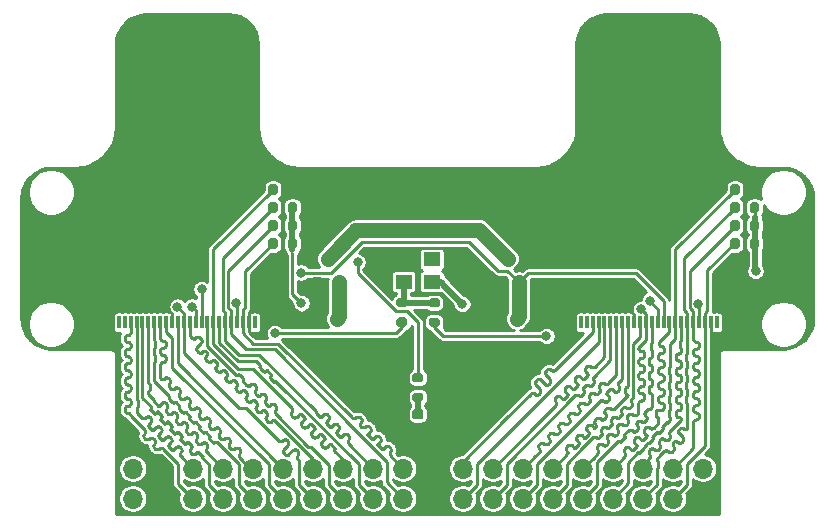
<source format=gbr>
%TF.GenerationSoftware,KiCad,Pcbnew,(5.1.8)-1*%
%TF.CreationDate,2020-12-05T14:41:01+08:00*%
%TF.ProjectId,DoubleCam,446f7562-6c65-4436-916d-2e6b69636164,rev?*%
%TF.SameCoordinates,Original*%
%TF.FileFunction,Copper,L1,Top*%
%TF.FilePolarity,Positive*%
%FSLAX46Y46*%
G04 Gerber Fmt 4.6, Leading zero omitted, Abs format (unit mm)*
G04 Created by KiCad (PCBNEW (5.1.8)-1) date 2020-12-05 14:41:01*
%MOMM*%
%LPD*%
G01*
G04 APERTURE LIST*
%TA.AperFunction,ComponentPad*%
%ADD10O,1.700000X1.700000*%
%TD*%
%TA.AperFunction,ComponentPad*%
%ADD11R,1.700000X1.700000*%
%TD*%
%TA.AperFunction,SMDPad,CuDef*%
%ADD12R,1.400000X1.200000*%
%TD*%
%TA.AperFunction,SMDPad,CuDef*%
%ADD13R,0.800000X0.900000*%
%TD*%
%TA.AperFunction,SMDPad,CuDef*%
%ADD14R,2.300000X3.100000*%
%TD*%
%TA.AperFunction,SMDPad,CuDef*%
%ADD15R,0.300000X1.100000*%
%TD*%
%TA.AperFunction,ViaPad*%
%ADD16C,1.270000*%
%TD*%
%TA.AperFunction,ViaPad*%
%ADD17C,0.800000*%
%TD*%
%TA.AperFunction,Conductor*%
%ADD18C,0.508000*%
%TD*%
%TA.AperFunction,Conductor*%
%ADD19C,0.250000*%
%TD*%
%TA.AperFunction,Conductor*%
%ADD20C,1.270000*%
%TD*%
%TA.AperFunction,Conductor*%
%ADD21C,0.254000*%
%TD*%
%TA.AperFunction,Conductor*%
%ADD22C,0.100000*%
%TD*%
G04 APERTURE END LIST*
D10*
%TO.P,J3,40*%
%TO.N,+3V3*%
X140970000Y-92964000D03*
%TO.P,J3,39*%
X140970000Y-95504000D03*
%TO.P,J3,38*%
%TO.N,GND*%
X143510000Y-92964000D03*
%TO.P,J3,37*%
X143510000Y-95504000D03*
%TO.P,J3,36*%
%TO.N,/OV2_D1*%
X146050000Y-92964000D03*
%TO.P,J3,35*%
%TO.N,/OV2_D2*%
X146050000Y-95504000D03*
%TO.P,J3,34*%
%TO.N,/OV2_D0*%
X148590000Y-92964000D03*
%TO.P,J3,33*%
%TO.N,/OV2_D3*%
X148590000Y-95504000D03*
%TO.P,J3,32*%
%TO.N,/OV2_PCLK*%
X151130000Y-92964000D03*
%TO.P,J3,31*%
%TO.N,/OV2_D4*%
X151130000Y-95504000D03*
%TO.P,J3,30*%
%TO.N,/OV2_D6*%
X153670000Y-92964000D03*
%TO.P,J3,29*%
%TO.N,/OV2_D5*%
X153670000Y-95504000D03*
%TO.P,J3,28*%
%TO.N,/OV2_D7*%
X156210000Y-92964000D03*
%TO.P,J3,27*%
%TO.N,/OV2_XCLK*%
X156210000Y-95504000D03*
%TO.P,J3,26*%
%TO.N,/OV2_PWDN*%
X158750000Y-92964000D03*
%TO.P,J3,25*%
%TO.N,/OV2_HREF*%
X158750000Y-95504000D03*
%TO.P,J3,24*%
%TO.N,/OV2_RESET*%
X161290000Y-92964000D03*
%TO.P,J3,23*%
%TO.N,/OV2_VSYNC*%
X161290000Y-95504000D03*
%TO.P,J3,22*%
%TO.N,/OV2_SDA*%
X163830000Y-92964000D03*
%TO.P,J3,21*%
%TO.N,/OV2_SCL*%
X163830000Y-95504000D03*
%TO.P,J3,20*%
%TO.N,GND*%
X166370000Y-92964000D03*
%TO.P,J3,19*%
X166370000Y-95504000D03*
%TO.P,J3,18*%
%TO.N,/OV1_D2*%
X168910000Y-92964000D03*
%TO.P,J3,17*%
%TO.N,/OV1_D1*%
X168910000Y-95504000D03*
%TO.P,J3,16*%
%TO.N,/OV1_D3*%
X171450000Y-92964000D03*
%TO.P,J3,15*%
%TO.N,/OV1_D0*%
X171450000Y-95504000D03*
%TO.P,J3,14*%
%TO.N,/OV1_D4*%
X173990000Y-92964000D03*
%TO.P,J3,13*%
%TO.N,/OV1_PCLK*%
X173990000Y-95504000D03*
%TO.P,J3,12*%
%TO.N,/OV1_D5*%
X176530000Y-92964000D03*
%TO.P,J3,11*%
%TO.N,/OV1_D6*%
X176530000Y-95504000D03*
%TO.P,J3,10*%
%TO.N,/OV1_XCLK*%
X179070000Y-92964000D03*
%TO.P,J3,9*%
%TO.N,/OV1_D7*%
X179070000Y-95504000D03*
%TO.P,J3,8*%
%TO.N,/OV1_HREF*%
X181610000Y-92964000D03*
%TO.P,J3,7*%
%TO.N,/OV1_PWDN*%
X181610000Y-95504000D03*
%TO.P,J3,6*%
%TO.N,/OV1_VSYNC*%
X184150000Y-92964000D03*
%TO.P,J3,5*%
%TO.N,/OV1_RESET*%
X184150000Y-95504000D03*
%TO.P,J3,4*%
%TO.N,/OV1_SCL*%
X186690000Y-92964000D03*
%TO.P,J3,3*%
%TO.N,/OV1_SDA*%
X186690000Y-95504000D03*
%TO.P,J3,2*%
%TO.N,+5V*%
X189230000Y-92964000D03*
D11*
%TO.P,J3,1*%
%TO.N,GND*%
X189230000Y-95504000D03*
%TD*%
%TO.P,C4,2*%
%TO.N,GND*%
%TA.AperFunction,SMDPad,CuDef*%
G36*
G01*
X172395000Y-78490000D02*
X172395000Y-78990000D01*
G75*
G02*
X172170000Y-79215000I-225000J0D01*
G01*
X171720000Y-79215000D01*
G75*
G02*
X171495000Y-78990000I0J225000D01*
G01*
X171495000Y-78490000D01*
G75*
G02*
X171720000Y-78265000I225000J0D01*
G01*
X172170000Y-78265000D01*
G75*
G02*
X172395000Y-78490000I0J-225000D01*
G01*
G37*
%TD.AperFunction*%
%TO.P,C4,1*%
%TO.N,+1V5*%
%TA.AperFunction,SMDPad,CuDef*%
G36*
G01*
X173945000Y-78490000D02*
X173945000Y-78990000D01*
G75*
G02*
X173720000Y-79215000I-225000J0D01*
G01*
X173270000Y-79215000D01*
G75*
G02*
X173045000Y-78990000I0J225000D01*
G01*
X173045000Y-78490000D01*
G75*
G02*
X173270000Y-78265000I225000J0D01*
G01*
X173720000Y-78265000D01*
G75*
G02*
X173945000Y-78490000I0J-225000D01*
G01*
G37*
%TD.AperFunction*%
%TD*%
%TO.P,C3,2*%
%TO.N,GND*%
%TA.AperFunction,SMDPad,CuDef*%
G36*
G01*
X172395000Y-80014000D02*
X172395000Y-80514000D01*
G75*
G02*
X172170000Y-80739000I-225000J0D01*
G01*
X171720000Y-80739000D01*
G75*
G02*
X171495000Y-80514000I0J225000D01*
G01*
X171495000Y-80014000D01*
G75*
G02*
X171720000Y-79789000I225000J0D01*
G01*
X172170000Y-79789000D01*
G75*
G02*
X172395000Y-80014000I0J-225000D01*
G01*
G37*
%TD.AperFunction*%
%TO.P,C3,1*%
%TO.N,+1V5*%
%TA.AperFunction,SMDPad,CuDef*%
G36*
G01*
X173945000Y-80014000D02*
X173945000Y-80514000D01*
G75*
G02*
X173720000Y-80739000I-225000J0D01*
G01*
X173270000Y-80739000D01*
G75*
G02*
X173045000Y-80514000I0J225000D01*
G01*
X173045000Y-80014000D01*
G75*
G02*
X173270000Y-79789000I225000J0D01*
G01*
X173720000Y-79789000D01*
G75*
G02*
X173945000Y-80014000I0J-225000D01*
G01*
G37*
%TD.AperFunction*%
%TD*%
%TO.P,C2,2*%
%TO.N,GND*%
%TA.AperFunction,SMDPad,CuDef*%
G36*
G01*
X157155000Y-78490000D02*
X157155000Y-78990000D01*
G75*
G02*
X156930000Y-79215000I-225000J0D01*
G01*
X156480000Y-79215000D01*
G75*
G02*
X156255000Y-78990000I0J225000D01*
G01*
X156255000Y-78490000D01*
G75*
G02*
X156480000Y-78265000I225000J0D01*
G01*
X156930000Y-78265000D01*
G75*
G02*
X157155000Y-78490000I0J-225000D01*
G01*
G37*
%TD.AperFunction*%
%TO.P,C2,1*%
%TO.N,+2V8*%
%TA.AperFunction,SMDPad,CuDef*%
G36*
G01*
X158705000Y-78490000D02*
X158705000Y-78990000D01*
G75*
G02*
X158480000Y-79215000I-225000J0D01*
G01*
X158030000Y-79215000D01*
G75*
G02*
X157805000Y-78990000I0J225000D01*
G01*
X157805000Y-78490000D01*
G75*
G02*
X158030000Y-78265000I225000J0D01*
G01*
X158480000Y-78265000D01*
G75*
G02*
X158705000Y-78490000I0J-225000D01*
G01*
G37*
%TD.AperFunction*%
%TD*%
%TO.P,C1,2*%
%TO.N,GND*%
%TA.AperFunction,SMDPad,CuDef*%
G36*
G01*
X157155000Y-80014000D02*
X157155000Y-80514000D01*
G75*
G02*
X156930000Y-80739000I-225000J0D01*
G01*
X156480000Y-80739000D01*
G75*
G02*
X156255000Y-80514000I0J225000D01*
G01*
X156255000Y-80014000D01*
G75*
G02*
X156480000Y-79789000I225000J0D01*
G01*
X156930000Y-79789000D01*
G75*
G02*
X157155000Y-80014000I0J-225000D01*
G01*
G37*
%TD.AperFunction*%
%TO.P,C1,1*%
%TO.N,+2V8*%
%TA.AperFunction,SMDPad,CuDef*%
G36*
G01*
X158705000Y-80014000D02*
X158705000Y-80514000D01*
G75*
G02*
X158480000Y-80739000I-225000J0D01*
G01*
X158030000Y-80739000D01*
G75*
G02*
X157805000Y-80514000I0J225000D01*
G01*
X157805000Y-80014000D01*
G75*
G02*
X158030000Y-79789000I225000J0D01*
G01*
X158480000Y-79789000D01*
G75*
G02*
X158705000Y-80014000I0J-225000D01*
G01*
G37*
%TD.AperFunction*%
%TD*%
D12*
%TO.P,X1,4*%
%TO.N,+2V8*%
X166300000Y-77150000D03*
%TO.P,X1,3*%
%TO.N,Net-(R10-Pad2)*%
X163900000Y-77150000D03*
%TO.P,X1,2*%
%TO.N,GND*%
X163900000Y-75250000D03*
%TO.P,X1,1*%
%TO.N,Net-(X1-Pad1)*%
X166300000Y-75250000D03*
%TD*%
D13*
%TO.P,U2,3*%
%TO.N,+3V3*%
X172720000Y-75200000D03*
%TO.P,U2,2*%
%TO.N,+1V5*%
X173670000Y-77200000D03*
%TO.P,U2,1*%
%TO.N,GND*%
X171770000Y-77200000D03*
%TD*%
%TO.P,R11,2*%
%TO.N,Net-(R10-Pad2)*%
%TA.AperFunction,SMDPad,CuDef*%
G36*
G01*
X164025000Y-79325000D02*
X163475000Y-79325000D01*
G75*
G02*
X163275000Y-79125000I0J200000D01*
G01*
X163275000Y-78725000D01*
G75*
G02*
X163475000Y-78525000I200000J0D01*
G01*
X164025000Y-78525000D01*
G75*
G02*
X164225000Y-78725000I0J-200000D01*
G01*
X164225000Y-79125000D01*
G75*
G02*
X164025000Y-79325000I-200000J0D01*
G01*
G37*
%TD.AperFunction*%
%TO.P,R11,1*%
%TO.N,/OV2_XCLK*%
%TA.AperFunction,SMDPad,CuDef*%
G36*
G01*
X164025000Y-80975000D02*
X163475000Y-80975000D01*
G75*
G02*
X163275000Y-80775000I0J200000D01*
G01*
X163275000Y-80375000D01*
G75*
G02*
X163475000Y-80175000I200000J0D01*
G01*
X164025000Y-80175000D01*
G75*
G02*
X164225000Y-80375000I0J-200000D01*
G01*
X164225000Y-80775000D01*
G75*
G02*
X164025000Y-80975000I-200000J0D01*
G01*
G37*
%TD.AperFunction*%
%TD*%
%TO.P,R10,2*%
%TO.N,Net-(R10-Pad2)*%
%TA.AperFunction,SMDPad,CuDef*%
G36*
G01*
X166775000Y-79331000D02*
X166225000Y-79331000D01*
G75*
G02*
X166025000Y-79131000I0J200000D01*
G01*
X166025000Y-78731000D01*
G75*
G02*
X166225000Y-78531000I200000J0D01*
G01*
X166775000Y-78531000D01*
G75*
G02*
X166975000Y-78731000I0J-200000D01*
G01*
X166975000Y-79131000D01*
G75*
G02*
X166775000Y-79331000I-200000J0D01*
G01*
G37*
%TD.AperFunction*%
%TO.P,R10,1*%
%TO.N,/OV1_XCLK*%
%TA.AperFunction,SMDPad,CuDef*%
G36*
G01*
X166775000Y-80981000D02*
X166225000Y-80981000D01*
G75*
G02*
X166025000Y-80781000I0J200000D01*
G01*
X166025000Y-80381000D01*
G75*
G02*
X166225000Y-80181000I200000J0D01*
G01*
X166775000Y-80181000D01*
G75*
G02*
X166975000Y-80381000I0J-200000D01*
G01*
X166975000Y-80781000D01*
G75*
G02*
X166775000Y-80981000I-200000J0D01*
G01*
G37*
%TD.AperFunction*%
%TD*%
%TO.P,R9,2*%
%TO.N,Net-(D1-Pad2)*%
%TA.AperFunction,SMDPad,CuDef*%
G36*
G01*
X164825000Y-86531000D02*
X165375000Y-86531000D01*
G75*
G02*
X165575000Y-86731000I0J-200000D01*
G01*
X165575000Y-87131000D01*
G75*
G02*
X165375000Y-87331000I-200000J0D01*
G01*
X164825000Y-87331000D01*
G75*
G02*
X164625000Y-87131000I0J200000D01*
G01*
X164625000Y-86731000D01*
G75*
G02*
X164825000Y-86531000I200000J0D01*
G01*
G37*
%TD.AperFunction*%
%TO.P,R9,1*%
%TO.N,+3V3*%
%TA.AperFunction,SMDPad,CuDef*%
G36*
G01*
X164825000Y-84881000D02*
X165375000Y-84881000D01*
G75*
G02*
X165575000Y-85081000I0J-200000D01*
G01*
X165575000Y-85481000D01*
G75*
G02*
X165375000Y-85681000I-200000J0D01*
G01*
X164825000Y-85681000D01*
G75*
G02*
X164625000Y-85481000I0J200000D01*
G01*
X164625000Y-85081000D01*
G75*
G02*
X164825000Y-84881000I200000J0D01*
G01*
G37*
%TD.AperFunction*%
%TD*%
%TO.P,R8,2*%
%TO.N,GND*%
%TA.AperFunction,SMDPad,CuDef*%
G36*
G01*
X154095000Y-69617000D02*
X154095000Y-69067000D01*
G75*
G02*
X154295000Y-68867000I200000J0D01*
G01*
X154695000Y-68867000D01*
G75*
G02*
X154895000Y-69067000I0J-200000D01*
G01*
X154895000Y-69617000D01*
G75*
G02*
X154695000Y-69817000I-200000J0D01*
G01*
X154295000Y-69817000D01*
G75*
G02*
X154095000Y-69617000I0J200000D01*
G01*
G37*
%TD.AperFunction*%
%TO.P,R8,1*%
%TO.N,/OV2_PWDN*%
%TA.AperFunction,SMDPad,CuDef*%
G36*
G01*
X152445000Y-69617000D02*
X152445000Y-69067000D01*
G75*
G02*
X152645000Y-68867000I200000J0D01*
G01*
X153045000Y-68867000D01*
G75*
G02*
X153245000Y-69067000I0J-200000D01*
G01*
X153245000Y-69617000D01*
G75*
G02*
X153045000Y-69817000I-200000J0D01*
G01*
X152645000Y-69817000D01*
G75*
G02*
X152445000Y-69617000I0J200000D01*
G01*
G37*
%TD.AperFunction*%
%TD*%
%TO.P,R7,2*%
%TO.N,/OV2_RESET*%
%TA.AperFunction,SMDPad,CuDef*%
G36*
G01*
X153245000Y-70591000D02*
X153245000Y-71141000D01*
G75*
G02*
X153045000Y-71341000I-200000J0D01*
G01*
X152645000Y-71341000D01*
G75*
G02*
X152445000Y-71141000I0J200000D01*
G01*
X152445000Y-70591000D01*
G75*
G02*
X152645000Y-70391000I200000J0D01*
G01*
X153045000Y-70391000D01*
G75*
G02*
X153245000Y-70591000I0J-200000D01*
G01*
G37*
%TD.AperFunction*%
%TO.P,R7,1*%
%TO.N,+2V8*%
%TA.AperFunction,SMDPad,CuDef*%
G36*
G01*
X154895000Y-70591000D02*
X154895000Y-71141000D01*
G75*
G02*
X154695000Y-71341000I-200000J0D01*
G01*
X154295000Y-71341000D01*
G75*
G02*
X154095000Y-71141000I0J200000D01*
G01*
X154095000Y-70591000D01*
G75*
G02*
X154295000Y-70391000I200000J0D01*
G01*
X154695000Y-70391000D01*
G75*
G02*
X154895000Y-70591000I0J-200000D01*
G01*
G37*
%TD.AperFunction*%
%TD*%
%TO.P,R6,2*%
%TO.N,/OV2_SCL*%
%TA.AperFunction,SMDPad,CuDef*%
G36*
G01*
X153245000Y-72115000D02*
X153245000Y-72665000D01*
G75*
G02*
X153045000Y-72865000I-200000J0D01*
G01*
X152645000Y-72865000D01*
G75*
G02*
X152445000Y-72665000I0J200000D01*
G01*
X152445000Y-72115000D01*
G75*
G02*
X152645000Y-71915000I200000J0D01*
G01*
X153045000Y-71915000D01*
G75*
G02*
X153245000Y-72115000I0J-200000D01*
G01*
G37*
%TD.AperFunction*%
%TO.P,R6,1*%
%TO.N,+2V8*%
%TA.AperFunction,SMDPad,CuDef*%
G36*
G01*
X154895000Y-72115000D02*
X154895000Y-72665000D01*
G75*
G02*
X154695000Y-72865000I-200000J0D01*
G01*
X154295000Y-72865000D01*
G75*
G02*
X154095000Y-72665000I0J200000D01*
G01*
X154095000Y-72115000D01*
G75*
G02*
X154295000Y-71915000I200000J0D01*
G01*
X154695000Y-71915000D01*
G75*
G02*
X154895000Y-72115000I0J-200000D01*
G01*
G37*
%TD.AperFunction*%
%TD*%
%TO.P,R5,2*%
%TO.N,/OV2_SDA*%
%TA.AperFunction,SMDPad,CuDef*%
G36*
G01*
X153245000Y-73639000D02*
X153245000Y-74189000D01*
G75*
G02*
X153045000Y-74389000I-200000J0D01*
G01*
X152645000Y-74389000D01*
G75*
G02*
X152445000Y-74189000I0J200000D01*
G01*
X152445000Y-73639000D01*
G75*
G02*
X152645000Y-73439000I200000J0D01*
G01*
X153045000Y-73439000D01*
G75*
G02*
X153245000Y-73639000I0J-200000D01*
G01*
G37*
%TD.AperFunction*%
%TO.P,R5,1*%
%TO.N,+2V8*%
%TA.AperFunction,SMDPad,CuDef*%
G36*
G01*
X154895000Y-73639000D02*
X154895000Y-74189000D01*
G75*
G02*
X154695000Y-74389000I-200000J0D01*
G01*
X154295000Y-74389000D01*
G75*
G02*
X154095000Y-74189000I0J200000D01*
G01*
X154095000Y-73639000D01*
G75*
G02*
X154295000Y-73439000I200000J0D01*
G01*
X154695000Y-73439000D01*
G75*
G02*
X154895000Y-73639000I0J-200000D01*
G01*
G37*
%TD.AperFunction*%
%TD*%
%TO.P,R4,2*%
%TO.N,GND*%
%TA.AperFunction,SMDPad,CuDef*%
G36*
G01*
X193211000Y-69617000D02*
X193211000Y-69067000D01*
G75*
G02*
X193411000Y-68867000I200000J0D01*
G01*
X193811000Y-68867000D01*
G75*
G02*
X194011000Y-69067000I0J-200000D01*
G01*
X194011000Y-69617000D01*
G75*
G02*
X193811000Y-69817000I-200000J0D01*
G01*
X193411000Y-69817000D01*
G75*
G02*
X193211000Y-69617000I0J200000D01*
G01*
G37*
%TD.AperFunction*%
%TO.P,R4,1*%
%TO.N,/OV1_PWDN*%
%TA.AperFunction,SMDPad,CuDef*%
G36*
G01*
X191561000Y-69617000D02*
X191561000Y-69067000D01*
G75*
G02*
X191761000Y-68867000I200000J0D01*
G01*
X192161000Y-68867000D01*
G75*
G02*
X192361000Y-69067000I0J-200000D01*
G01*
X192361000Y-69617000D01*
G75*
G02*
X192161000Y-69817000I-200000J0D01*
G01*
X191761000Y-69817000D01*
G75*
G02*
X191561000Y-69617000I0J200000D01*
G01*
G37*
%TD.AperFunction*%
%TD*%
%TO.P,R3,2*%
%TO.N,/OV1_RESET*%
%TA.AperFunction,SMDPad,CuDef*%
G36*
G01*
X192361000Y-70591000D02*
X192361000Y-71141000D01*
G75*
G02*
X192161000Y-71341000I-200000J0D01*
G01*
X191761000Y-71341000D01*
G75*
G02*
X191561000Y-71141000I0J200000D01*
G01*
X191561000Y-70591000D01*
G75*
G02*
X191761000Y-70391000I200000J0D01*
G01*
X192161000Y-70391000D01*
G75*
G02*
X192361000Y-70591000I0J-200000D01*
G01*
G37*
%TD.AperFunction*%
%TO.P,R3,1*%
%TO.N,+2V8*%
%TA.AperFunction,SMDPad,CuDef*%
G36*
G01*
X194011000Y-70591000D02*
X194011000Y-71141000D01*
G75*
G02*
X193811000Y-71341000I-200000J0D01*
G01*
X193411000Y-71341000D01*
G75*
G02*
X193211000Y-71141000I0J200000D01*
G01*
X193211000Y-70591000D01*
G75*
G02*
X193411000Y-70391000I200000J0D01*
G01*
X193811000Y-70391000D01*
G75*
G02*
X194011000Y-70591000I0J-200000D01*
G01*
G37*
%TD.AperFunction*%
%TD*%
%TO.P,R2,2*%
%TO.N,/OV1_SCL*%
%TA.AperFunction,SMDPad,CuDef*%
G36*
G01*
X192361000Y-72115000D02*
X192361000Y-72665000D01*
G75*
G02*
X192161000Y-72865000I-200000J0D01*
G01*
X191761000Y-72865000D01*
G75*
G02*
X191561000Y-72665000I0J200000D01*
G01*
X191561000Y-72115000D01*
G75*
G02*
X191761000Y-71915000I200000J0D01*
G01*
X192161000Y-71915000D01*
G75*
G02*
X192361000Y-72115000I0J-200000D01*
G01*
G37*
%TD.AperFunction*%
%TO.P,R2,1*%
%TO.N,+2V8*%
%TA.AperFunction,SMDPad,CuDef*%
G36*
G01*
X194011000Y-72115000D02*
X194011000Y-72665000D01*
G75*
G02*
X193811000Y-72865000I-200000J0D01*
G01*
X193411000Y-72865000D01*
G75*
G02*
X193211000Y-72665000I0J200000D01*
G01*
X193211000Y-72115000D01*
G75*
G02*
X193411000Y-71915000I200000J0D01*
G01*
X193811000Y-71915000D01*
G75*
G02*
X194011000Y-72115000I0J-200000D01*
G01*
G37*
%TD.AperFunction*%
%TD*%
%TO.P,R1,2*%
%TO.N,/OV1_SDA*%
%TA.AperFunction,SMDPad,CuDef*%
G36*
G01*
X192361000Y-73639000D02*
X192361000Y-74189000D01*
G75*
G02*
X192161000Y-74389000I-200000J0D01*
G01*
X191761000Y-74389000D01*
G75*
G02*
X191561000Y-74189000I0J200000D01*
G01*
X191561000Y-73639000D01*
G75*
G02*
X191761000Y-73439000I200000J0D01*
G01*
X192161000Y-73439000D01*
G75*
G02*
X192361000Y-73639000I0J-200000D01*
G01*
G37*
%TD.AperFunction*%
%TO.P,R1,1*%
%TO.N,+2V8*%
%TA.AperFunction,SMDPad,CuDef*%
G36*
G01*
X194011000Y-73639000D02*
X194011000Y-74189000D01*
G75*
G02*
X193811000Y-74389000I-200000J0D01*
G01*
X193411000Y-74389000D01*
G75*
G02*
X193211000Y-74189000I0J200000D01*
G01*
X193211000Y-73639000D01*
G75*
G02*
X193411000Y-73439000I200000J0D01*
G01*
X193811000Y-73439000D01*
G75*
G02*
X194011000Y-73639000I0J-200000D01*
G01*
G37*
%TD.AperFunction*%
%TD*%
D14*
%TO.P,J2,MP*%
%TO.N,GND*%
X138122000Y-78898000D03*
X152962000Y-78898000D03*
D15*
%TO.P,J2,24*%
%TO.N,Net-(J2-Pad24)*%
X139792000Y-80598000D03*
%TO.P,J2,23*%
%TO.N,Net-(J2-Pad23)*%
X140292000Y-80598000D03*
%TO.P,J2,22*%
%TO.N,/OV2_D2*%
X140792000Y-80598000D03*
%TO.P,J2,21*%
%TO.N,/OV2_D1*%
X141292000Y-80598000D03*
%TO.P,J2,20*%
%TO.N,/OV2_D3*%
X141792000Y-80598000D03*
%TO.P,J2,19*%
%TO.N,/OV2_D0*%
X142292000Y-80598000D03*
%TO.P,J2,18*%
%TO.N,/OV2_D4*%
X142792000Y-80598000D03*
%TO.P,J2,17*%
%TO.N,/OV2_PCLK*%
X143292000Y-80598000D03*
%TO.P,J2,16*%
%TO.N,/OV2_D5*%
X143792000Y-80598000D03*
%TO.P,J2,15*%
%TO.N,GND*%
X144292000Y-80598000D03*
%TO.P,J2,14*%
%TO.N,/OV2_D6*%
X144792000Y-80598000D03*
%TO.P,J2,13*%
%TO.N,/OV2_XCLK*%
X145292000Y-80598000D03*
%TO.P,J2,12*%
%TO.N,/OV2_D7*%
X145792000Y-80598000D03*
%TO.P,J2,11*%
%TO.N,+2V8*%
X146292000Y-80598000D03*
%TO.P,J2,10*%
%TO.N,+1V5*%
X146792000Y-80598000D03*
%TO.P,J2,9*%
%TO.N,/OV2_HREF*%
X147292000Y-80598000D03*
%TO.P,J2,8*%
%TO.N,/OV2_PWDN*%
X147792000Y-80598000D03*
%TO.P,J2,7*%
%TO.N,/OV2_VSYNC*%
X148292000Y-80598000D03*
%TO.P,J2,6*%
%TO.N,/OV2_RESET*%
X148792000Y-80598000D03*
%TO.P,J2,5*%
%TO.N,/OV2_SCL*%
X149292000Y-80598000D03*
%TO.P,J2,4*%
%TO.N,+2V8*%
X149792000Y-80598000D03*
%TO.P,J2,3*%
%TO.N,/OV2_SDA*%
X150292000Y-80598000D03*
%TO.P,J2,2*%
%TO.N,GND*%
X150792000Y-80598000D03*
%TO.P,J2,1*%
%TO.N,Net-(J2-Pad1)*%
X151292000Y-80598000D03*
%TD*%
D14*
%TO.P,J1,MP*%
%TO.N,GND*%
X177238000Y-78898000D03*
X192078000Y-78898000D03*
D15*
%TO.P,J1,24*%
%TO.N,Net-(J1-Pad24)*%
X178908000Y-80598000D03*
%TO.P,J1,23*%
%TO.N,Net-(J1-Pad23)*%
X179408000Y-80598000D03*
%TO.P,J1,22*%
%TO.N,/OV1_D2*%
X179908000Y-80598000D03*
%TO.P,J1,21*%
%TO.N,/OV1_D1*%
X180408000Y-80598000D03*
%TO.P,J1,20*%
%TO.N,/OV1_D3*%
X180908000Y-80598000D03*
%TO.P,J1,19*%
%TO.N,/OV1_D0*%
X181408000Y-80598000D03*
%TO.P,J1,18*%
%TO.N,/OV1_D4*%
X181908000Y-80598000D03*
%TO.P,J1,17*%
%TO.N,/OV1_PCLK*%
X182408000Y-80598000D03*
%TO.P,J1,16*%
%TO.N,/OV1_D5*%
X182908000Y-80598000D03*
%TO.P,J1,15*%
%TO.N,GND*%
X183408000Y-80598000D03*
%TO.P,J1,14*%
%TO.N,/OV1_D6*%
X183908000Y-80598000D03*
%TO.P,J1,13*%
%TO.N,/OV1_XCLK*%
X184408000Y-80598000D03*
%TO.P,J1,12*%
%TO.N,/OV1_D7*%
X184908000Y-80598000D03*
%TO.P,J1,11*%
%TO.N,+2V8*%
X185408000Y-80598000D03*
%TO.P,J1,10*%
%TO.N,+1V5*%
X185908000Y-80598000D03*
%TO.P,J1,9*%
%TO.N,/OV1_HREF*%
X186408000Y-80598000D03*
%TO.P,J1,8*%
%TO.N,/OV1_PWDN*%
X186908000Y-80598000D03*
%TO.P,J1,7*%
%TO.N,/OV1_VSYNC*%
X187408000Y-80598000D03*
%TO.P,J1,6*%
%TO.N,/OV1_RESET*%
X187908000Y-80598000D03*
%TO.P,J1,5*%
%TO.N,/OV1_SCL*%
X188408000Y-80598000D03*
%TO.P,J1,4*%
%TO.N,+2V8*%
X188908000Y-80598000D03*
%TO.P,J1,3*%
%TO.N,/OV1_SDA*%
X189408000Y-80598000D03*
%TO.P,J1,2*%
%TO.N,GND*%
X189908000Y-80598000D03*
%TO.P,J1,1*%
%TO.N,Net-(J1-Pad1)*%
X190408000Y-80598000D03*
%TD*%
%TO.P,D1,2*%
%TO.N,Net-(D1-Pad2)*%
%TA.AperFunction,SMDPad,CuDef*%
G36*
G01*
X165356250Y-88804000D02*
X164843750Y-88804000D01*
G75*
G02*
X164625000Y-88585250I0J218750D01*
G01*
X164625000Y-88147750D01*
G75*
G02*
X164843750Y-87929000I218750J0D01*
G01*
X165356250Y-87929000D01*
G75*
G02*
X165575000Y-88147750I0J-218750D01*
G01*
X165575000Y-88585250D01*
G75*
G02*
X165356250Y-88804000I-218750J0D01*
G01*
G37*
%TD.AperFunction*%
%TO.P,D1,1*%
%TO.N,GND*%
%TA.AperFunction,SMDPad,CuDef*%
G36*
G01*
X165356250Y-90379000D02*
X164843750Y-90379000D01*
G75*
G02*
X164625000Y-90160250I0J218750D01*
G01*
X164625000Y-89722750D01*
G75*
G02*
X164843750Y-89504000I218750J0D01*
G01*
X165356250Y-89504000D01*
G75*
G02*
X165575000Y-89722750I0J-218750D01*
G01*
X165575000Y-90160250D01*
G75*
G02*
X165356250Y-90379000I-218750J0D01*
G01*
G37*
%TD.AperFunction*%
%TD*%
D13*
%TO.P,U1,3*%
%TO.N,+3V3*%
X157480000Y-75200000D03*
%TO.P,U1,2*%
%TO.N,+2V8*%
X158430000Y-77200000D03*
%TO.P,U1,1*%
%TO.N,GND*%
X156530000Y-77200000D03*
%TD*%
D16*
%TO.N,+3V3*%
X159890011Y-72789989D03*
D17*
X160000000Y-75500000D03*
%TO.N,+2V8*%
X184750000Y-78750000D03*
X188850000Y-79025000D03*
X168875000Y-79025000D03*
X158725000Y-79425000D03*
X145975000Y-79250000D03*
X149750000Y-78975000D03*
X155250000Y-78975000D03*
X193700000Y-76250000D03*
%TO.N,+1V5*%
X146800000Y-77775000D03*
X155220010Y-76375000D03*
%TO.N,/OV1_XCLK*%
X176000000Y-81750000D03*
X184000000Y-79447998D03*
%TO.N,/OV2_XCLK*%
X153000000Y-81500000D03*
X144752161Y-79247839D03*
%TD*%
D18*
%TO.N,GND*%
X166370000Y-91211500D02*
X166370000Y-95504000D01*
X165100000Y-89941500D02*
X166370000Y-91211500D01*
D19*
X189908000Y-81398000D02*
X190260000Y-81750000D01*
X189908000Y-80598000D02*
X189908000Y-81398000D01*
X183408000Y-80598000D02*
X183408000Y-79908000D01*
X183408000Y-79908000D02*
X182750000Y-79250000D01*
X144292000Y-80598000D02*
X144292000Y-79812998D01*
X144292000Y-79812998D02*
X143729002Y-79250000D01*
X150792000Y-79798000D02*
X151250000Y-79340000D01*
X150792000Y-80598000D02*
X150792000Y-79798000D01*
X150816999Y-81408001D02*
X151158998Y-81750000D01*
X150816999Y-80622999D02*
X150816999Y-81408001D01*
X150792000Y-80598000D02*
X150816999Y-80622999D01*
X151158998Y-81750000D02*
X151750000Y-81750000D01*
D20*
%TO.N,+3V3*%
X172720000Y-75200000D02*
X170309989Y-72789989D01*
X159890011Y-72789989D02*
X157480000Y-75200000D01*
X170309989Y-72789989D02*
X159890011Y-72789989D01*
D19*
X160000000Y-76392478D02*
X160000000Y-75500000D01*
X163257532Y-79650010D02*
X160000000Y-76392478D01*
X164150010Y-79650010D02*
X163257532Y-79650010D01*
X165100000Y-80600000D02*
X164150010Y-79650010D01*
X165100000Y-85281000D02*
X165100000Y-80600000D01*
%TO.N,+2V8*%
X149792000Y-80598000D02*
X149816999Y-80598000D01*
D20*
X158430000Y-80089000D02*
X158255000Y-80264000D01*
X158430000Y-77200000D02*
X158430000Y-80089000D01*
D19*
X188908000Y-79083000D02*
X188908000Y-80598000D01*
X188850000Y-79025000D02*
X188908000Y-79083000D01*
D18*
X168875000Y-79025000D02*
X167275000Y-77425000D01*
X167275000Y-77425000D02*
X167275000Y-77350000D01*
X167075000Y-77150000D02*
X166300000Y-77150000D01*
X167275000Y-77350000D02*
X167075000Y-77150000D01*
D19*
X185408000Y-79458000D02*
X185408000Y-80598000D01*
X184975000Y-79025000D02*
X185408000Y-79458000D01*
X146292000Y-79567000D02*
X145975000Y-79250000D01*
X146292000Y-80598000D02*
X146292000Y-79567000D01*
X149792000Y-79017000D02*
X149792000Y-80598000D01*
X149750000Y-78975000D02*
X149792000Y-79017000D01*
D18*
X154495000Y-71438000D02*
X154495000Y-74486000D01*
D19*
X154495000Y-74676000D02*
X154495000Y-78220000D01*
X154495000Y-78220000D02*
X155250000Y-78975000D01*
D18*
X193611000Y-76161000D02*
X193700000Y-76250000D01*
X193668000Y-71692000D02*
X193668000Y-76225000D01*
D19*
X154495000Y-71438000D02*
X154495000Y-70866000D01*
X193668000Y-70923000D02*
X193611000Y-70866000D01*
X193668000Y-71692000D02*
X193668000Y-70923000D01*
D20*
%TO.N,+1V5*%
X173670000Y-80089000D02*
X173495000Y-80264000D01*
X173670000Y-77200000D02*
X173670000Y-80089000D01*
D19*
X185908000Y-80598000D02*
X185908000Y-78783000D01*
X174445001Y-76424999D02*
X173670000Y-77200000D01*
X183549999Y-76424999D02*
X174445001Y-76424999D01*
X185908000Y-78783000D02*
X183549999Y-76424999D01*
X146800000Y-80590000D02*
X146792000Y-80598000D01*
X146800000Y-77775000D02*
X146800000Y-80590000D01*
X172694999Y-76224999D02*
X173670000Y-77200000D01*
X171899999Y-76224999D02*
X172694999Y-76224999D01*
X169425000Y-73750000D02*
X171899999Y-76224999D01*
X160365002Y-73750000D02*
X169425000Y-73750000D01*
X157740002Y-76375000D02*
X160365002Y-73750000D01*
X155220010Y-76375000D02*
X157740002Y-76375000D01*
D18*
%TO.N,Net-(D1-Pad2)*%
X165100000Y-88366500D02*
X165100000Y-86931000D01*
D19*
%TO.N,/OV1_D2*%
X168910000Y-92396000D02*
X168910000Y-92964000D01*
X172577742Y-88728258D02*
X168910000Y-92396000D01*
X174659960Y-86646042D02*
X172577742Y-88728258D01*
X174701856Y-86612631D02*
X174659960Y-86646042D01*
X174750135Y-86589382D02*
X174701856Y-86612631D01*
X174802377Y-86577458D02*
X174750135Y-86589382D01*
X174855963Y-86577458D02*
X174802377Y-86577458D01*
X174908205Y-86589382D02*
X174855963Y-86577458D01*
X174956484Y-86612631D02*
X174908205Y-86589382D01*
X175040272Y-86679452D02*
X174956484Y-86612631D01*
X175088551Y-86702701D02*
X175040272Y-86679452D01*
X175140793Y-86714625D02*
X175088551Y-86702701D01*
X175194379Y-86714625D02*
X175140793Y-86714625D01*
X175246621Y-86702701D02*
X175194379Y-86714625D01*
X175294900Y-86679452D02*
X175246621Y-86702701D01*
X175336794Y-86646042D02*
X175294900Y-86679452D01*
X175422642Y-86560193D02*
X175336794Y-86646042D01*
X175456051Y-86518299D02*
X175422642Y-86560193D01*
X175479302Y-86470019D02*
X175456051Y-86518299D01*
X175491226Y-86417777D02*
X175479302Y-86470019D01*
X175491225Y-86364193D02*
X175491226Y-86417777D01*
X175479301Y-86311951D02*
X175491225Y-86364193D01*
X175456052Y-86263671D02*
X175479301Y-86311951D01*
X176304579Y-85415144D02*
X176327828Y-85463424D01*
X176322687Y-84569589D02*
X176274408Y-84546340D01*
X176271168Y-85373250D02*
X176304579Y-85415144D01*
X176101959Y-85204041D02*
X176271168Y-85373250D01*
X176109524Y-85196472D02*
X176101959Y-85204041D01*
X175027563Y-85793185D02*
X175050812Y-85841464D01*
X175871733Y-84884848D02*
X175883657Y-84937090D01*
X175906906Y-84985369D02*
X175940316Y-85027264D01*
X176327828Y-85463424D02*
X176339752Y-85515666D01*
X175871733Y-84831262D02*
X175871733Y-84884848D01*
X176560584Y-84671583D02*
X176506998Y-84671583D01*
X175883657Y-84779020D02*
X175871733Y-84831262D01*
X175084222Y-85544942D02*
X175050812Y-85586836D01*
X175940316Y-84688847D02*
X175906906Y-84730741D01*
X175906906Y-84730741D02*
X175883657Y-84779020D01*
X176026164Y-84603000D02*
X175940316Y-84688847D01*
X176068059Y-84569589D02*
X176026164Y-84603000D01*
X175937078Y-85854174D02*
X175888799Y-85830925D01*
X176116338Y-84546340D02*
X176068059Y-84569589D01*
X179908000Y-80598000D02*
X179908000Y-81398000D01*
X176168580Y-84534416D02*
X176116338Y-84546340D01*
X175940316Y-85027264D02*
X176109524Y-85196472D01*
X175989320Y-85866098D02*
X175937078Y-85854174D01*
X179908000Y-81398000D02*
X176703000Y-84603000D01*
X176454756Y-84659659D02*
X176406477Y-84636410D01*
X175883657Y-84937090D02*
X175906906Y-84985369D01*
X176703000Y-84603000D02*
X176661105Y-84636410D01*
X175015639Y-85740943D02*
X175027563Y-85793185D01*
X176612826Y-84659659D02*
X176560584Y-84671583D01*
X176506998Y-84671583D02*
X176454756Y-84659659D01*
X175211965Y-85425685D02*
X175170070Y-85459095D01*
X176406477Y-84636410D02*
X176322687Y-84569589D01*
X176274408Y-84546340D02*
X176222166Y-84534416D01*
X176095148Y-85854174D02*
X176042906Y-85866098D01*
X176661105Y-84636410D02*
X176612826Y-84659659D01*
X176222166Y-84534416D02*
X176168580Y-84534416D01*
X176339752Y-85515666D02*
X176339753Y-85569250D01*
X175366071Y-85390511D02*
X175312486Y-85390511D01*
X176339753Y-85569250D02*
X176327829Y-85621492D01*
X176327829Y-85621492D02*
X176304578Y-85669772D01*
X176304578Y-85669772D02*
X176271169Y-85711666D01*
X176271169Y-85711666D02*
X176185321Y-85797515D01*
X176185321Y-85797515D02*
X176143427Y-85830925D01*
X176143427Y-85830925D02*
X176095148Y-85854174D01*
X176042906Y-85866098D02*
X175989320Y-85866098D01*
X175888799Y-85830925D02*
X175846905Y-85797514D01*
X175846905Y-85797514D02*
X175508487Y-85459095D01*
X175418313Y-85402435D02*
X175366071Y-85390511D01*
X175508487Y-85459095D02*
X175466592Y-85425685D01*
X175466592Y-85425685D02*
X175418313Y-85402435D01*
X175312486Y-85390511D02*
X175260244Y-85402435D01*
X175260244Y-85402435D02*
X175211965Y-85425685D01*
X175170070Y-85459095D02*
X175084222Y-85544942D01*
X175050812Y-85586836D02*
X175027563Y-85635115D01*
X175027563Y-85635115D02*
X175015639Y-85687357D01*
X175015639Y-85687357D02*
X175015639Y-85740943D01*
X175050812Y-85841464D02*
X175084222Y-85883359D01*
X175084222Y-85883359D02*
X175422641Y-86221777D01*
X175422641Y-86221777D02*
X175456052Y-86263671D01*
%TO.N,/OV1_D1*%
X180408000Y-82242000D02*
X180408000Y-80598000D01*
X170085001Y-92564999D02*
X180408000Y-82242000D01*
X170085001Y-94328999D02*
X170085001Y-92564999D01*
X168910000Y-95504000D02*
X170085001Y-94328999D01*
%TO.N,/OV1_D3*%
X175152101Y-89261899D02*
X171450000Y-92964000D01*
X176758691Y-87655307D02*
X175152101Y-89261899D01*
X178667788Y-85816924D02*
X178674770Y-85825677D01*
X176978292Y-86806057D02*
X176923742Y-86818507D01*
X178455745Y-85604881D02*
X178667788Y-85816924D01*
X176817854Y-87561148D02*
X176793577Y-87611561D01*
X178420858Y-85561134D02*
X178455745Y-85604881D01*
X176793577Y-87345681D02*
X176817854Y-87396093D01*
X178396581Y-85510722D02*
X178420858Y-85561134D01*
X176829583Y-86877671D02*
X176758691Y-86948562D01*
X178384130Y-85400218D02*
X178384130Y-85456171D01*
X177465708Y-87089716D02*
X177456955Y-87096696D01*
X178396581Y-85345667D02*
X178384130Y-85400218D01*
X178420858Y-85295254D02*
X178396581Y-85345667D01*
X178455745Y-85251508D02*
X178420858Y-85295254D01*
X178526637Y-85180617D02*
X178455745Y-85251508D01*
X177535603Y-86248745D02*
X177535603Y-86304698D01*
X178620796Y-85121453D02*
X178570383Y-85145731D01*
X178675346Y-85109003D02*
X178620796Y-85121453D01*
X176793577Y-87611561D02*
X176758691Y-87655307D01*
X178384130Y-85456171D02*
X178396581Y-85510722D01*
X176699527Y-87207776D02*
X176723804Y-87258188D01*
X178731300Y-85109003D02*
X178675346Y-85109003D01*
X177572331Y-86409661D02*
X177607218Y-86453408D01*
X178785851Y-85121453D02*
X178731300Y-85109003D01*
X178836263Y-85145731D02*
X178785851Y-85121453D01*
X177819261Y-86665451D02*
X177826243Y-86674204D01*
X179092052Y-85392661D02*
X178880009Y-85180617D01*
X179100805Y-85399643D02*
X179092052Y-85392661D01*
X176830305Y-87506597D02*
X176817854Y-87561148D01*
X179110893Y-85404501D02*
X179100805Y-85399643D01*
X177413839Y-87101555D02*
X177403751Y-87096697D01*
X179121810Y-85406991D02*
X179110893Y-85404501D01*
X179133006Y-85406991D02*
X179121810Y-85406991D01*
X179143921Y-85404501D02*
X179133006Y-85406991D01*
X179154009Y-85399642D02*
X179143921Y-85404501D01*
X177572331Y-86143781D02*
X177548054Y-86194194D01*
X179162762Y-85392662D02*
X179154009Y-85399642D01*
X177831100Y-86684292D02*
X177833592Y-86695207D01*
X179516316Y-85039107D02*
X179162762Y-85392662D01*
X179523296Y-85030354D02*
X179516316Y-85039107D01*
X179528154Y-85020266D02*
X179523296Y-85030354D01*
X177833592Y-86706403D02*
X177831100Y-86717320D01*
X179530646Y-85009349D02*
X179528154Y-85020266D01*
X177446867Y-87101555D02*
X177435952Y-87104045D01*
X179530646Y-84998153D02*
X179530646Y-85009349D01*
X177535603Y-86304698D02*
X177548054Y-86359249D01*
X179523964Y-84260385D02*
X179469413Y-84272836D01*
X177139209Y-86842785D02*
X177088797Y-86818507D01*
X179684880Y-84297113D02*
X179634468Y-84272836D01*
X176723804Y-86992308D02*
X176699527Y-87042721D01*
X179375254Y-84332000D02*
X179304362Y-84402891D01*
X177831100Y-86717320D02*
X177826242Y-86727408D01*
X179877337Y-84403614D02*
X179822786Y-84391163D01*
X177435952Y-87104045D02*
X177424756Y-87104045D01*
X179933290Y-84403614D02*
X179877337Y-84403614D01*
X177833592Y-86695207D02*
X177833592Y-86706403D01*
X179987841Y-84391163D02*
X179933290Y-84403614D01*
X177826243Y-86674204D02*
X177831100Y-86684292D01*
X179772373Y-84366886D02*
X179684880Y-84297113D01*
X179232747Y-84607554D02*
X179245198Y-84662105D01*
X177403751Y-87096697D02*
X177394998Y-87089715D01*
X179822786Y-84391163D02*
X179772373Y-84366886D01*
X176830305Y-87450644D02*
X176830305Y-87506597D01*
X180038253Y-84366886D02*
X179987841Y-84391163D01*
X177819262Y-86736161D02*
X177465708Y-87089716D01*
X178570383Y-85145731D02*
X178526637Y-85180617D01*
X179634468Y-84272836D02*
X179579917Y-84260385D01*
X177826242Y-86727408D02*
X177819262Y-86736161D01*
X179269475Y-84446637D02*
X179245198Y-84497050D01*
X176723804Y-87258188D02*
X176793577Y-87345681D01*
X180908000Y-83506000D02*
X180082000Y-84332000D01*
X179579917Y-84260385D02*
X179523964Y-84260385D01*
X180908000Y-80598000D02*
X180908000Y-83506000D01*
X177394998Y-87089715D02*
X177182955Y-86877671D01*
X180082000Y-84332000D02*
X180038253Y-84366886D01*
X176699527Y-87042721D02*
X176687076Y-87097272D01*
X179469413Y-84272836D02*
X179419000Y-84297113D01*
X176817854Y-87396093D02*
X176830305Y-87450644D01*
X179269475Y-84712517D02*
X179304362Y-84756264D01*
X179419000Y-84297113D02*
X179375254Y-84332000D01*
X177182955Y-86877671D02*
X177139209Y-86842785D01*
X179304362Y-84402891D02*
X179269475Y-84446637D01*
X179528154Y-84987238D02*
X179530646Y-84998153D01*
X176758691Y-86948562D02*
X176723804Y-86992308D01*
X179245198Y-84497050D02*
X179232747Y-84551601D01*
X177034246Y-86806057D02*
X176978292Y-86806057D01*
X179232747Y-84551601D02*
X179232747Y-84607554D01*
X179245198Y-84662105D02*
X179269475Y-84712517D01*
X177088797Y-86818507D02*
X177034246Y-86806057D01*
X179304362Y-84756264D02*
X179481048Y-84932950D01*
X176687076Y-87153225D02*
X176699527Y-87207776D01*
X179516315Y-84968397D02*
X179523297Y-84977150D01*
X179481048Y-84932950D02*
X179480959Y-84933041D01*
X177548054Y-86194194D02*
X177535603Y-86248745D01*
X178880009Y-85180617D02*
X178836263Y-85145731D01*
X176687076Y-87097272D02*
X176687076Y-87153225D01*
X179480959Y-84933041D02*
X179516315Y-84968397D01*
X177607218Y-86453408D02*
X177819261Y-86665451D01*
X179523297Y-84977150D02*
X179528154Y-84987238D01*
X178674770Y-85825677D02*
X178679627Y-85835765D01*
X178679627Y-85835765D02*
X178682119Y-85846680D01*
X178682119Y-85846680D02*
X178682119Y-85857876D01*
X178682119Y-85857876D02*
X178679627Y-85868793D01*
X178679627Y-85868793D02*
X178674769Y-85878881D01*
X178674769Y-85878881D02*
X178667789Y-85887634D01*
X178667789Y-85887634D02*
X178314235Y-86241189D01*
X178314235Y-86241189D02*
X178305482Y-86248169D01*
X178305482Y-86248169D02*
X178295394Y-86253028D01*
X178295394Y-86253028D02*
X178284479Y-86255518D01*
X178284479Y-86255518D02*
X178273283Y-86255518D01*
X178273283Y-86255518D02*
X178262366Y-86253028D01*
X178262366Y-86253028D02*
X178252278Y-86248170D01*
X178252278Y-86248170D02*
X178243525Y-86241188D01*
X178243525Y-86241188D02*
X178031482Y-86029144D01*
X178031482Y-86029144D02*
X177987736Y-85994258D01*
X177987736Y-85994258D02*
X177937324Y-85969980D01*
X177937324Y-85969980D02*
X177882773Y-85957530D01*
X177882773Y-85957530D02*
X177826819Y-85957530D01*
X177826819Y-85957530D02*
X177772269Y-85969980D01*
X177772269Y-85969980D02*
X177721856Y-85994258D01*
X177721856Y-85994258D02*
X177678110Y-86029144D01*
X177678110Y-86029144D02*
X177607218Y-86100035D01*
X177607218Y-86100035D02*
X177572331Y-86143781D01*
X177548054Y-86359249D02*
X177572331Y-86409661D01*
X177456955Y-87096696D02*
X177446867Y-87101555D01*
X177424756Y-87104045D02*
X177413839Y-87101555D01*
X176923742Y-86818507D02*
X176873329Y-86842785D01*
X176873329Y-86842785D02*
X176829583Y-86877671D01*
%TO.N,/OV1_D0*%
X181408000Y-83806998D02*
X181408000Y-80598000D01*
X179994999Y-85219999D02*
X181408000Y-83806998D01*
X179968764Y-85252898D02*
X179994999Y-85219999D01*
X179941143Y-85331833D02*
X179950507Y-85290809D01*
X179101980Y-86263462D02*
X179092616Y-86222438D01*
X179172708Y-86367170D02*
X179146473Y-86334270D01*
X179200329Y-86488183D02*
X179200329Y-86446105D01*
X179190965Y-86529207D02*
X179200329Y-86488183D01*
X178955055Y-86784771D02*
X178987954Y-86758535D01*
X179172708Y-86567118D02*
X179190965Y-86529207D01*
X179120237Y-86301373D02*
X179101980Y-86263462D01*
X179146473Y-86334270D02*
X179120237Y-86301373D01*
X172625001Y-94328999D02*
X172625001Y-92589997D01*
X179120237Y-86101425D02*
X179146472Y-86068526D01*
X179092616Y-86180360D02*
X179101980Y-86139336D01*
X178987954Y-86758535D02*
X179146472Y-86600016D01*
X179146472Y-86068526D02*
X179304991Y-85910009D01*
X179304991Y-85910009D02*
X179337890Y-85883773D01*
X179200329Y-86446105D02*
X179190965Y-86405081D01*
X178722208Y-86758536D02*
X178755107Y-86784771D01*
X179375801Y-85865516D02*
X179416825Y-85856152D01*
X179458903Y-85856152D02*
X179499927Y-85865516D01*
X179092616Y-86222438D02*
X179092616Y-86180360D01*
X179950507Y-85290809D02*
X179968764Y-85252898D01*
X179146472Y-86600016D02*
X179172708Y-86567118D01*
X178568298Y-86704679D02*
X178610376Y-86704679D01*
X179499927Y-85865516D02*
X179537838Y-85883773D01*
X180021235Y-85718591D02*
X180039492Y-85680680D01*
X178793018Y-86803028D02*
X178834042Y-86812392D01*
X171450000Y-95504000D02*
X172625001Y-94328999D01*
X179603634Y-85936244D02*
X179641545Y-85954501D01*
X179190965Y-86405081D02*
X179172708Y-86367170D01*
X179994999Y-85751489D02*
X180021235Y-85718591D01*
X178755107Y-86784771D02*
X178793018Y-86803028D01*
X178651400Y-86714043D02*
X178689311Y-86732300D01*
X179803582Y-85936244D02*
X179836481Y-85910008D01*
X172625001Y-92589997D02*
X178456464Y-86758536D01*
X179101980Y-86139336D02*
X179120237Y-86101425D01*
X179337890Y-85883773D02*
X179375801Y-85865516D01*
X178456464Y-86758536D02*
X178489363Y-86732300D01*
X179416825Y-85856152D02*
X179458903Y-85856152D01*
X179537838Y-85883773D02*
X179570735Y-85910009D01*
X179570735Y-85910009D02*
X179603634Y-85936244D01*
X178489363Y-86732300D02*
X178527274Y-86714043D01*
X179641545Y-85954501D02*
X179682569Y-85963865D01*
X178834042Y-86812392D02*
X178876120Y-86812392D01*
X179682569Y-85963865D02*
X179724647Y-85963865D01*
X179724647Y-85963865D02*
X179765671Y-85954501D01*
X178610376Y-86704679D02*
X178651400Y-86714043D01*
X179765671Y-85954501D02*
X179803582Y-85936244D01*
X178689311Y-86732300D02*
X178722208Y-86758536D01*
X179836481Y-85910008D02*
X179994999Y-85751489D01*
X178876120Y-86812392D02*
X178917144Y-86803028D01*
X180039492Y-85680680D02*
X180048856Y-85639656D01*
X178527274Y-86714043D02*
X178568298Y-86704679D01*
X180048856Y-85639656D02*
X180048856Y-85597578D01*
X178917144Y-86803028D02*
X178955055Y-86784771D01*
X180048856Y-85597578D02*
X180039492Y-85556554D01*
X180039492Y-85556554D02*
X180021235Y-85518643D01*
X180021235Y-85518643D02*
X179995000Y-85485743D01*
X179995000Y-85485743D02*
X179968764Y-85452846D01*
X179968764Y-85452846D02*
X179950507Y-85414935D01*
X179950507Y-85414935D02*
X179941143Y-85373911D01*
X179941143Y-85373911D02*
X179941143Y-85331833D01*
%TO.N,/OV1_D4*%
X175433369Y-91475904D02*
X175420912Y-91530483D01*
X175433369Y-91419922D02*
X175433369Y-91475904D01*
X175420912Y-91365343D02*
X175433369Y-91419922D01*
X175396622Y-91314905D02*
X175420912Y-91365343D01*
X175326813Y-91227368D02*
X175396622Y-91314905D01*
X175302524Y-91176930D02*
X175326813Y-91227368D01*
X175290066Y-91122351D02*
X175302524Y-91176930D01*
X175290066Y-91066369D02*
X175290066Y-91122351D01*
X175302524Y-91011790D02*
X175290066Y-91066369D01*
X175326813Y-90961352D02*
X175302524Y-91011790D01*
X175361718Y-90917583D02*
X175326813Y-90961352D01*
X175432429Y-90846873D02*
X175361718Y-90917583D01*
X175476198Y-90811968D02*
X175432429Y-90846873D01*
X175526636Y-90787678D02*
X175476198Y-90811968D01*
X175581215Y-90775221D02*
X175526636Y-90787678D01*
X175637197Y-90775221D02*
X175581215Y-90775221D01*
X175742214Y-90811968D02*
X175691776Y-90787678D01*
X175829752Y-90881777D02*
X175742214Y-90811968D01*
X175880190Y-90906067D02*
X175829752Y-90881777D01*
X175934769Y-90918524D02*
X175880190Y-90906067D01*
X175990751Y-90918524D02*
X175934769Y-90918524D01*
X176045330Y-90906067D02*
X175990751Y-90918524D01*
X176095768Y-90881777D02*
X176045330Y-90906067D01*
X176139537Y-90846873D02*
X176095768Y-90881777D01*
X176210246Y-90776162D02*
X176139537Y-90846873D01*
X176245150Y-90732393D02*
X176210246Y-90776162D01*
X176269440Y-90681955D02*
X176245150Y-90732393D01*
X176281897Y-90627376D02*
X176269440Y-90681955D01*
X176281897Y-90571394D02*
X176281897Y-90627376D01*
X176269440Y-90516815D02*
X176281897Y-90571394D01*
X176245150Y-90466377D02*
X176269440Y-90516815D01*
X176175341Y-90378840D02*
X176245150Y-90466377D01*
X176151052Y-90328402D02*
X176175341Y-90378840D01*
X176138594Y-90273823D02*
X176151052Y-90328402D01*
X176138594Y-90217841D02*
X176138594Y-90273823D01*
X176151052Y-90163262D02*
X176138594Y-90217841D01*
X176175341Y-90112824D02*
X176151052Y-90163262D01*
X176210246Y-90069055D02*
X176175341Y-90112824D01*
X176280957Y-89998345D02*
X176210246Y-90069055D01*
X176324726Y-89963440D02*
X176280957Y-89998345D01*
X176375164Y-89939150D02*
X176324726Y-89963440D01*
X176429743Y-89926693D02*
X176375164Y-89939150D01*
X176485725Y-89926693D02*
X176429743Y-89926693D01*
X176540304Y-89939150D02*
X176485725Y-89926693D01*
X176590742Y-89963440D02*
X176540304Y-89939150D01*
X176893858Y-90057539D02*
X176839279Y-90069996D01*
X176988065Y-89998345D02*
X176944296Y-90033249D01*
X175396622Y-91580921D02*
X175361718Y-91624690D01*
X177058774Y-89927634D02*
X176988065Y-89998345D01*
X177093678Y-89883865D02*
X177058774Y-89927634D01*
X177117968Y-89668287D02*
X177130425Y-89722866D01*
X177023869Y-89530312D02*
X177093678Y-89617849D01*
X176999580Y-89479874D02*
X177023869Y-89530312D01*
X176987122Y-89369313D02*
X176987122Y-89425295D01*
X179692986Y-87261908D02*
X179671125Y-87307303D01*
X179704198Y-87212788D02*
X179692986Y-87261908D01*
X179704198Y-87162404D02*
X179704198Y-87212788D01*
X179692986Y-87113283D02*
X179704198Y-87162404D01*
X179671125Y-87067888D02*
X179692986Y-87113283D01*
X179639712Y-87346695D02*
X179533649Y-87452761D01*
X179608299Y-86989105D02*
X179671125Y-87067888D01*
X179586438Y-86943710D02*
X179608299Y-86989105D01*
X179586438Y-86795085D02*
X179575226Y-86844206D01*
X179671125Y-87307303D02*
X179639712Y-87346695D01*
X179608299Y-86749690D02*
X179586438Y-86795085D01*
X179575226Y-86894590D02*
X179586438Y-86943710D01*
X179745779Y-86604233D02*
X179639712Y-86710299D01*
X179785171Y-86572819D02*
X179745779Y-86604233D01*
X179830566Y-86550958D02*
X179785171Y-86572819D01*
X179879686Y-86539746D02*
X179830566Y-86550958D01*
X179930070Y-86539746D02*
X179879686Y-86539746D01*
X179979191Y-86550958D02*
X179930070Y-86539746D01*
X180024586Y-86572819D02*
X179979191Y-86550958D01*
X179639712Y-86710299D02*
X179608299Y-86749690D01*
X180103370Y-86635646D02*
X180024586Y-86572819D01*
X179533649Y-87452761D02*
X179489880Y-87487665D01*
X180197885Y-86668719D02*
X180148765Y-86657507D01*
X180248269Y-86668719D02*
X180197885Y-86668719D01*
X180297390Y-86657507D02*
X180248269Y-86668719D01*
X180342785Y-86635646D02*
X180297390Y-86657507D01*
X180382177Y-86604233D02*
X180342785Y-86635646D01*
X180488240Y-86498167D02*
X180382177Y-86604233D01*
X180951898Y-85787118D02*
X180873114Y-85724291D01*
X180997293Y-85808979D02*
X180951898Y-85787118D01*
X180456827Y-86140577D02*
X180519653Y-86219360D01*
X181046413Y-85820191D02*
X180997293Y-85808979D01*
X180633699Y-85724291D02*
X180594307Y-85755705D01*
X181096797Y-85820191D02*
X181046413Y-85820191D01*
X180423754Y-85995678D02*
X180423754Y-86046062D01*
X181145918Y-85808979D02*
X181096797Y-85820191D01*
X180148765Y-86657507D02*
X180103370Y-86635646D01*
X181191313Y-85787118D02*
X181145918Y-85808979D01*
X180728214Y-85691218D02*
X180679094Y-85702430D01*
X180827719Y-85702430D02*
X180778598Y-85691218D01*
X180434966Y-85946557D02*
X180423754Y-85995678D01*
X175691776Y-90787678D02*
X175637197Y-90775221D01*
X180778598Y-85691218D02*
X180728214Y-85691218D01*
X180873114Y-85724291D02*
X180827719Y-85702430D01*
X181230705Y-85755705D02*
X181191313Y-85787118D01*
X180519653Y-86458775D02*
X180488240Y-86498167D01*
X181908000Y-80598000D02*
X181908000Y-85078410D01*
X179575226Y-86844206D02*
X179575226Y-86894590D01*
X180679094Y-85702430D02*
X180633699Y-85724291D01*
X180519653Y-86219360D02*
X180541514Y-86264755D01*
X180594307Y-85755705D02*
X180488240Y-85861771D01*
X180488240Y-85861771D02*
X180456827Y-85901162D01*
X180456827Y-85901162D02*
X180434966Y-85946557D01*
X181908000Y-85078410D02*
X181230705Y-85755705D01*
X180423754Y-86046062D02*
X180434966Y-86095182D01*
X180541514Y-86264755D02*
X180552726Y-86313876D01*
X180434966Y-86095182D02*
X180456827Y-86140577D01*
X180552726Y-86364260D02*
X180541514Y-86413380D01*
X180552726Y-86313876D02*
X180552726Y-86364260D01*
X180541514Y-86413380D02*
X180519653Y-86458775D01*
X179489880Y-87487665D02*
X179439442Y-87511955D01*
X176783297Y-90069996D02*
X176728718Y-90057539D01*
X179439442Y-87511955D02*
X179384863Y-87524412D01*
X179328881Y-87524412D02*
X179274302Y-87511955D01*
X176839279Y-90069996D02*
X176783297Y-90069996D01*
X179274302Y-87511955D02*
X179223864Y-87487665D01*
X179223864Y-87487665D02*
X179136326Y-87417856D01*
X176678280Y-90033249D02*
X176590742Y-89963440D01*
X179136326Y-87417856D02*
X179085888Y-87393566D01*
X179085888Y-87393566D02*
X179031309Y-87381109D01*
X177129485Y-89149817D02*
X177058774Y-89220527D01*
X179031309Y-87381109D02*
X178975327Y-87381109D01*
X178975327Y-87381109D02*
X178920748Y-87393566D01*
X178870310Y-87417856D02*
X178826541Y-87452761D01*
X176999580Y-89314734D02*
X176987122Y-89369313D01*
X178826541Y-87452761D02*
X178755830Y-87523471D01*
X178755830Y-87523471D02*
X178720925Y-87567240D01*
X178920748Y-87393566D02*
X178870310Y-87417856D01*
X177687807Y-89221468D02*
X177631825Y-89221468D01*
X177526808Y-89184721D02*
X177439270Y-89114912D01*
X178696636Y-87617678D02*
X178684178Y-87672257D01*
X175043524Y-91942886D02*
X174022410Y-92964000D01*
X178684178Y-87672257D02*
X178684178Y-87728239D01*
X176944296Y-90033249D02*
X176893858Y-90057539D01*
X178696636Y-87782818D02*
X178720925Y-87833256D01*
X178720925Y-87833256D02*
X178790734Y-87920793D01*
X178790734Y-87920793D02*
X178815024Y-87971231D01*
X177130425Y-89722866D02*
X177130425Y-89778848D01*
X178815024Y-87971231D02*
X178827481Y-88025810D01*
X177966496Y-88819759D02*
X177978953Y-88874338D01*
X176987122Y-89425295D02*
X176999580Y-89479874D01*
X178827481Y-88025810D02*
X178827481Y-88081792D01*
X177278271Y-89078165D02*
X177223692Y-89090622D01*
X178815024Y-88136371D02*
X178790734Y-88186809D01*
X177117968Y-89833427D02*
X177093678Y-89883865D01*
X178790734Y-88186809D02*
X178755830Y-88230578D01*
X177577246Y-89209011D02*
X177526808Y-89184721D01*
X178685121Y-88301289D02*
X178641352Y-88336193D01*
X177836593Y-89149817D02*
X177792824Y-89184721D01*
X178641352Y-88336193D02*
X178590914Y-88360483D01*
X178755830Y-88230578D02*
X178685121Y-88301289D01*
X177223692Y-89090622D02*
X177173254Y-89114912D01*
X177334253Y-89078165D02*
X177278271Y-89078165D01*
X178590914Y-88360483D02*
X178536335Y-88372940D01*
X179384863Y-87524412D02*
X179328881Y-87524412D01*
X177742386Y-89209011D02*
X177687807Y-89221468D01*
X178425774Y-88360483D02*
X178375336Y-88336193D01*
X177792824Y-89184721D02*
X177742386Y-89209011D01*
X178375336Y-88336193D02*
X178287798Y-88266384D01*
X177907302Y-89079106D02*
X177836593Y-89149817D01*
X178287798Y-88266384D02*
X178237360Y-88242094D01*
X177388832Y-89090622D02*
X177334253Y-89078165D01*
X178237360Y-88242094D02*
X178182781Y-88229637D01*
X176728718Y-90057539D02*
X176678280Y-90033249D01*
X178182781Y-88229637D02*
X178126799Y-88229637D01*
X178126799Y-88229637D02*
X178072220Y-88242094D01*
X178072220Y-88242094D02*
X178021782Y-88266384D01*
X178536335Y-88372940D02*
X178480353Y-88372940D01*
X177631825Y-89221468D02*
X177577246Y-89209011D01*
X178021782Y-88266384D02*
X177978013Y-88301289D01*
X178480353Y-88372940D02*
X178425774Y-88360483D01*
X177942206Y-89035337D02*
X177907302Y-89079106D01*
X177130425Y-89778848D02*
X177117968Y-89833427D01*
X177978013Y-88301289D02*
X177907302Y-88371999D01*
X174022410Y-92964000D02*
X173990000Y-92964000D01*
X178720925Y-87567240D02*
X178696636Y-87617678D01*
X177439270Y-89114912D02*
X177388832Y-89090622D01*
X177907302Y-88371999D02*
X177872397Y-88415768D01*
X177872397Y-88415768D02*
X177848108Y-88466206D01*
X178684178Y-87728239D02*
X178696636Y-87782818D01*
X177173254Y-89114912D02*
X177129485Y-89149817D01*
X177848108Y-88466206D02*
X177835650Y-88520785D01*
X177978953Y-88930320D02*
X177966496Y-88984899D01*
X177835650Y-88520785D02*
X177835650Y-88576767D01*
X178827481Y-88081792D02*
X178815024Y-88136371D01*
X177966496Y-88984899D02*
X177942206Y-89035337D01*
X177093678Y-89617849D02*
X177117968Y-89668287D01*
X177835650Y-88576767D02*
X177848108Y-88631346D01*
X177848108Y-88631346D02*
X177872397Y-88681784D01*
X175420912Y-91530483D02*
X175396622Y-91580921D01*
X177023869Y-89264296D02*
X176999580Y-89314734D01*
X177872397Y-88681784D02*
X177942206Y-88769321D01*
X175361718Y-91624690D02*
X175043524Y-91942886D01*
X177058774Y-89220527D02*
X177023869Y-89264296D01*
X177942206Y-88769321D02*
X177966496Y-88819759D01*
X177978953Y-88874338D02*
X177978953Y-88930320D01*
%TO.N,/OV1_PCLK*%
X175165001Y-94328999D02*
X173990000Y-95504000D01*
X175165001Y-92589997D02*
X175165001Y-94328999D01*
X180502316Y-87252684D02*
X175165001Y-92589997D01*
X180589243Y-87198065D02*
X180542703Y-87220477D01*
X180639604Y-87186570D02*
X180589243Y-87198065D01*
X180691260Y-87186570D02*
X180639604Y-87186570D01*
X180741623Y-87198064D02*
X180691260Y-87186570D01*
X181459762Y-86193844D02*
X181448846Y-86191353D01*
X181054338Y-86559236D02*
X181047357Y-86567990D01*
X181469849Y-86198702D02*
X181459762Y-86193844D01*
X181513959Y-86241039D02*
X181478603Y-86205683D01*
X181690735Y-86390497D02*
X181527619Y-86227381D01*
X181777663Y-86445116D02*
X181731122Y-86422704D01*
X181828024Y-86456611D02*
X181777663Y-86445116D01*
X181976582Y-86422703D02*
X181930041Y-86445117D01*
X182082793Y-85925844D02*
X182147207Y-86006619D01*
X181252812Y-86828420D02*
X181285020Y-86868805D01*
X182169620Y-86205537D02*
X182147208Y-86252077D01*
X182408000Y-85346998D02*
X182114999Y-85639999D01*
X181042499Y-86578077D02*
X181040008Y-86588993D01*
X182408000Y-80598000D02*
X182408000Y-85346998D01*
X180965837Y-87318798D02*
X180915476Y-87307303D01*
X182114999Y-85639999D02*
X182082792Y-85680386D01*
X181930041Y-86445117D02*
X181879680Y-86456612D01*
X181879680Y-86456612D02*
X181828024Y-86456611D01*
X182082792Y-85680386D02*
X182060380Y-85726926D01*
X181478603Y-86205683D02*
X181469849Y-86198702D01*
X182048886Y-85828943D02*
X182060381Y-85879304D01*
X181407892Y-86205683D02*
X181054338Y-86559236D01*
X181527619Y-86227381D02*
X181513959Y-86241039D01*
X180542703Y-87220477D02*
X180502316Y-87252684D01*
X182181115Y-86103520D02*
X182181115Y-86155176D01*
X182016969Y-86390496D02*
X181976582Y-86422703D01*
X181040008Y-86588993D02*
X181040008Y-86600189D01*
X182060381Y-85879304D02*
X182082793Y-85925844D01*
X181731122Y-86422704D02*
X181690735Y-86390497D01*
X182060380Y-85726926D02*
X182048886Y-85777287D01*
X182169619Y-86053159D02*
X182181115Y-86103520D01*
X181285019Y-87114265D02*
X181252812Y-87154652D01*
X182181115Y-86155176D02*
X182169620Y-86205537D01*
X182147208Y-86252077D02*
X182114999Y-86292465D01*
X182147207Y-86006619D02*
X182169619Y-86053159D01*
X181067854Y-87307304D02*
X181017493Y-87318799D01*
X182114999Y-86292465D02*
X182016969Y-86390496D01*
X181307431Y-86915347D02*
X181318926Y-86965708D01*
X182048886Y-85777287D02*
X182048886Y-85828943D01*
X181448846Y-86191353D02*
X181437650Y-86191353D01*
X181437650Y-86191353D02*
X181426734Y-86193844D01*
X181426734Y-86193844D02*
X181416646Y-86198702D01*
X181017493Y-87318799D02*
X180965837Y-87318798D01*
X181416646Y-86198702D02*
X181407892Y-86205683D01*
X181047357Y-86567990D02*
X181042499Y-86578077D01*
X181040008Y-86600189D02*
X181042499Y-86611105D01*
X181042499Y-86611105D02*
X181047357Y-86621193D01*
X181047357Y-86621193D02*
X181054338Y-86629947D01*
X181054338Y-86629947D02*
X181252812Y-86828420D01*
X181114395Y-87284890D02*
X181067854Y-87307304D01*
X181285020Y-86868805D02*
X181307431Y-86915347D01*
X181318926Y-86965708D02*
X181318926Y-87017364D01*
X181318926Y-87017364D02*
X181307431Y-87067725D01*
X181307431Y-87067725D02*
X181285019Y-87114265D01*
X181252812Y-87154652D02*
X181154782Y-87252683D01*
X181154782Y-87252683D02*
X181114395Y-87284890D01*
X180915476Y-87307303D02*
X180868935Y-87284891D01*
X180868935Y-87284891D02*
X180828548Y-87252684D01*
X180828548Y-87252684D02*
X180788163Y-87220476D01*
X180788163Y-87220476D02*
X180741623Y-87198064D01*
%TO.N,/OV1_D5*%
X182872488Y-82207103D02*
X182908000Y-82171591D01*
X182872488Y-85962936D02*
X182872488Y-82207103D01*
X182862585Y-86006324D02*
X182869981Y-85985188D01*
X182834837Y-86041119D02*
X182850672Y-86025284D01*
X182815877Y-86053032D02*
X182834837Y-86041119D01*
X182794741Y-86060428D02*
X182815877Y-86053032D01*
X182750236Y-86065443D02*
X182794741Y-86060428D01*
X182729100Y-86072839D02*
X182750236Y-86065443D01*
X182710140Y-86084752D02*
X182729100Y-86072839D01*
X182694305Y-86100587D02*
X182710140Y-86084752D01*
X182682392Y-86119547D02*
X182694305Y-86100587D01*
X182674996Y-86140683D02*
X182682392Y-86119547D01*
X182672488Y-86162936D02*
X182674996Y-86140683D01*
X182672488Y-86562936D02*
X182672488Y-86162936D01*
X182674996Y-86585188D02*
X182672488Y-86562936D01*
X182682392Y-86606324D02*
X182674996Y-86585188D01*
X182694305Y-86625284D02*
X182682392Y-86606324D01*
X182710140Y-86641119D02*
X182694305Y-86625284D01*
X182729100Y-86653032D02*
X182710140Y-86641119D01*
X182750236Y-86660428D02*
X182729100Y-86653032D01*
X182794741Y-86665443D02*
X182750236Y-86660428D01*
X182815877Y-86672839D02*
X182794741Y-86665443D01*
X182834837Y-86684752D02*
X182815877Y-86672839D01*
X182850672Y-86700587D02*
X182834837Y-86684752D01*
X182862585Y-86719547D02*
X182850672Y-86700587D01*
X182869981Y-86740683D02*
X182862585Y-86719547D01*
X182872488Y-86762936D02*
X182869981Y-86740683D01*
X181952392Y-87683032D02*
X182872488Y-86762936D01*
X181846328Y-87789099D02*
X181952392Y-87683032D01*
X181740263Y-87895164D02*
X181846328Y-87789099D01*
X181696494Y-87930069D02*
X181740263Y-87895164D01*
X181646056Y-87954359D02*
X181696494Y-87930069D01*
X181591477Y-87966816D02*
X181646056Y-87954359D01*
X181535495Y-87966816D02*
X181591477Y-87966816D01*
X182869981Y-85985188D02*
X182872488Y-85962936D01*
X181480916Y-87954359D02*
X181535495Y-87966816D01*
X181430478Y-87930069D02*
X181480916Y-87954359D01*
X181342940Y-87860259D02*
X181430478Y-87930069D01*
X181292503Y-87835969D02*
X181342940Y-87860259D01*
X181237923Y-87823512D02*
X181292503Y-87835969D01*
X181181941Y-87823512D02*
X181237923Y-87823512D01*
X181127363Y-87835969D02*
X181181941Y-87823512D01*
X181076924Y-87860259D02*
X181127363Y-87835969D01*
X180962445Y-87965873D02*
X181033155Y-87895164D01*
X180927540Y-88009643D02*
X180962445Y-87965873D01*
X180890793Y-88114660D02*
X180903250Y-88060081D01*
X180890793Y-88170642D02*
X180890793Y-88114660D01*
X180903250Y-88225221D02*
X180890793Y-88170642D01*
X180927540Y-88275659D02*
X180903250Y-88225221D01*
X180997349Y-88363196D02*
X180927540Y-88275659D01*
X179235635Y-90384362D02*
X179246550Y-90381872D01*
X179213522Y-90381872D02*
X179224439Y-90384362D01*
X181021639Y-88578774D02*
X181034096Y-88524195D01*
X179194681Y-90370032D02*
X179203434Y-90377014D01*
X180054723Y-88908608D02*
X180079013Y-88858170D01*
X178982950Y-90158300D02*
X179194681Y-90370032D01*
X180581951Y-88778596D02*
X180632389Y-88802886D01*
X178939281Y-90123475D02*
X178982950Y-90158300D01*
X180632389Y-88802886D02*
X180686968Y-88815343D01*
X178888958Y-90099241D02*
X178939281Y-90123475D01*
X180962445Y-88672979D02*
X180997349Y-88629212D01*
X178778648Y-90086812D02*
X178834503Y-90086812D01*
X180173112Y-89427301D02*
X180185569Y-89372722D01*
X178724194Y-90099241D02*
X178778648Y-90086812D01*
X178630201Y-90158300D02*
X178673871Y-90123475D01*
X178558685Y-90229815D02*
X178630201Y-90158300D01*
X179683030Y-89238285D02*
X179737485Y-89250714D01*
X178523860Y-90273484D02*
X178558685Y-90229815D01*
X180148822Y-89477739D02*
X180173112Y-89427301D01*
X178499626Y-90323807D02*
X178523860Y-90273484D01*
X178487197Y-90378262D02*
X178499626Y-90323807D01*
X180113918Y-89521506D02*
X180148822Y-89477739D01*
X178487197Y-90434117D02*
X178487197Y-90378262D01*
X178499626Y-90488571D02*
X178487197Y-90434117D01*
X180443976Y-88684496D02*
X180494413Y-88708786D01*
X178558685Y-90582564D02*
X178523860Y-90538895D01*
X178777399Y-90803048D02*
X178770417Y-90794295D01*
X178782256Y-90813136D02*
X178777399Y-90803048D01*
X179618944Y-89945768D02*
X179407212Y-89734037D01*
X178784748Y-90824051D02*
X178782256Y-90813136D01*
X180997349Y-88629212D02*
X181021639Y-88578774D01*
X178784748Y-90835247D02*
X178784748Y-90824051D01*
X179478728Y-89309773D02*
X179522398Y-89274948D01*
X178782256Y-90846164D02*
X178784748Y-90835247D01*
X180084162Y-89535835D02*
X180095077Y-89533345D01*
X178777398Y-90856252D02*
X178782256Y-90846164D01*
X178834503Y-90086812D02*
X178888958Y-90099241D01*
X177638670Y-91226789D02*
X177651099Y-91172334D01*
X178346154Y-91218559D02*
X178354907Y-91225541D01*
X178416864Y-91218560D02*
X178770418Y-90865005D01*
X180042266Y-88963187D02*
X180054723Y-88908608D01*
X177651099Y-91337098D02*
X177638670Y-91282644D01*
X179203434Y-90377014D02*
X179213522Y-90381872D01*
X180079013Y-89124186D02*
X180054723Y-89073748D01*
X177675333Y-91387422D02*
X177651099Y-91337098D01*
X178354907Y-91225541D02*
X178364995Y-91230399D01*
X179407212Y-89381288D02*
X179478728Y-89309773D01*
X178770417Y-90794295D02*
X178558685Y-90582564D01*
X177781646Y-91579537D02*
X177769217Y-91525083D01*
X180494413Y-88708786D02*
X180581951Y-88778596D01*
X177638670Y-91282644D02*
X177638670Y-91226789D01*
X177651099Y-91172334D02*
X177675333Y-91122011D01*
X180079013Y-88858170D02*
X180113918Y-88814400D01*
X178523860Y-90538895D02*
X178499626Y-90488571D01*
X180095077Y-89533345D02*
X180105165Y-89528486D01*
X177781646Y-91635392D02*
X177781646Y-91579537D01*
X177675333Y-91122011D02*
X177710158Y-91078342D01*
X179372387Y-89690368D02*
X179348153Y-89640044D01*
X178673871Y-90123475D02*
X178724194Y-90099241D01*
X179831477Y-89309773D02*
X180043208Y-89521505D01*
X182908000Y-81987076D02*
X182908000Y-80598000D01*
X177769217Y-91689847D02*
X177781646Y-91635392D01*
X177769217Y-91724783D02*
X177769217Y-91689847D01*
X180686968Y-88815343D02*
X180742950Y-88815343D01*
X177710158Y-91078342D02*
X177781674Y-91006827D01*
X180043208Y-89521505D02*
X180051961Y-89528487D01*
X178408111Y-91225540D02*
X178416864Y-91218560D01*
X178770418Y-90865005D02*
X178777398Y-90856252D01*
X179787808Y-89274948D02*
X179831477Y-89309773D01*
X176530000Y-92964000D02*
X177769217Y-91724783D01*
X179407212Y-89734037D02*
X179372387Y-89690368D01*
X177781674Y-91006827D02*
X177825344Y-90972002D01*
X177825344Y-90972002D02*
X177875667Y-90947768D01*
X180051961Y-89528487D02*
X180062049Y-89533345D01*
X178134423Y-91006827D02*
X178346154Y-91218559D01*
X177744982Y-91474760D02*
X177675333Y-91387422D01*
X177875667Y-90947768D02*
X177930121Y-90935339D01*
X179522398Y-89274948D02*
X179572721Y-89250714D01*
X180903250Y-88060081D02*
X180927540Y-88009643D01*
X179224439Y-90384362D02*
X179235635Y-90384362D01*
X177930121Y-90935339D02*
X177985976Y-90935339D01*
X180278836Y-88684496D02*
X180333414Y-88672039D01*
X177769217Y-91525083D02*
X177744982Y-91474760D01*
X180742950Y-88815343D02*
X180797529Y-88802886D01*
X177985976Y-90935339D02*
X178040431Y-90947768D01*
X180072966Y-89535835D02*
X180084162Y-89535835D01*
X178040431Y-90947768D02*
X178090754Y-90972002D01*
X179348153Y-89640044D02*
X179335724Y-89585590D01*
X178398023Y-91230399D02*
X178408111Y-91225540D01*
X178090754Y-90972002D02*
X178134423Y-91006827D01*
X178364995Y-91230399D02*
X178375912Y-91232889D01*
X178375912Y-91232889D02*
X178387108Y-91232889D01*
X178387108Y-91232889D02*
X178398023Y-91230399D01*
X180062049Y-89533345D02*
X180072966Y-89535835D01*
X179246550Y-90381872D02*
X179256638Y-90377013D01*
X180113918Y-88814400D02*
X180184628Y-88743691D01*
X181033155Y-87895164D02*
X181076924Y-87860259D01*
X179256638Y-90377013D02*
X179265391Y-90370033D01*
X179265391Y-90370033D02*
X179618945Y-90016478D01*
X180173112Y-89262161D02*
X180148822Y-89211723D01*
X179618945Y-90016478D02*
X179625925Y-90007725D01*
X180054723Y-89073748D02*
X180042266Y-89019169D01*
X179625925Y-90007725D02*
X179630783Y-89997637D01*
X179625926Y-89954521D02*
X179618944Y-89945768D01*
X182850672Y-86025284D02*
X182862585Y-86006324D01*
X179630783Y-89997637D02*
X179633275Y-89986720D01*
X179633275Y-89986720D02*
X179633275Y-89975524D01*
X179633275Y-89975524D02*
X179630783Y-89964609D01*
X179630783Y-89964609D02*
X179625926Y-89954521D01*
X179348153Y-89475280D02*
X179372387Y-89424957D01*
X179335724Y-89585590D02*
X179335724Y-89529735D01*
X179335724Y-89529735D02*
X179348153Y-89475280D01*
X179372387Y-89424957D02*
X179407212Y-89381288D01*
X179572721Y-89250714D02*
X179627175Y-89238285D01*
X179627175Y-89238285D02*
X179683030Y-89238285D01*
X179737485Y-89250714D02*
X179787808Y-89274948D01*
X180105165Y-89528486D02*
X180113918Y-89521506D01*
X180185569Y-89372722D02*
X180185569Y-89316740D01*
X180185569Y-89316740D02*
X180173112Y-89262161D01*
X180148822Y-89211723D02*
X180079013Y-89124186D01*
X180042266Y-89019169D02*
X180042266Y-88963187D01*
X180184628Y-88743691D02*
X180228397Y-88708786D01*
X182908000Y-82171591D02*
X182908000Y-81987076D01*
X180228397Y-88708786D02*
X180278836Y-88684496D01*
X180333414Y-88672039D02*
X180389396Y-88672039D01*
X180389396Y-88672039D02*
X180443976Y-88684496D01*
X180797529Y-88802886D02*
X180847967Y-88778596D01*
X180847967Y-88778596D02*
X180891736Y-88743691D01*
X180891736Y-88743691D02*
X180962445Y-88672979D01*
X181034096Y-88524195D02*
X181034096Y-88468213D01*
X181034096Y-88468213D02*
X181021639Y-88413634D01*
X181021639Y-88413634D02*
X180997349Y-88363196D01*
%TO.N,/OV1_D6*%
X177705001Y-94328999D02*
X176530000Y-95504000D01*
X179967667Y-90327333D02*
X179119146Y-91175852D01*
X180184516Y-90302900D02*
X180149210Y-90285898D01*
X180281099Y-90368769D02*
X180245794Y-90351765D01*
X180396697Y-90368769D02*
X180358493Y-90377488D01*
X180432004Y-90351766D02*
X180396697Y-90368769D01*
X180663852Y-90119918D02*
X180639418Y-90150556D01*
X180689574Y-90007218D02*
X180689574Y-90046406D01*
X180614985Y-89686219D02*
X180597983Y-89721525D01*
X180639418Y-89655580D02*
X180614985Y-89686219D01*
X180920345Y-89428650D02*
X180882139Y-89437371D01*
X181033043Y-89454373D02*
X180997737Y-89437371D01*
X181529382Y-89120485D02*
X181538101Y-89158691D01*
X181512380Y-89085179D02*
X181529382Y-89120485D01*
X181463513Y-89023902D02*
X181487945Y-89054541D01*
X181446510Y-88988596D02*
X181463513Y-89023902D01*
X181437791Y-88950390D02*
X181446510Y-88988596D01*
X181487945Y-88807053D02*
X181463512Y-88837692D01*
X181664721Y-88630279D02*
X181487945Y-88807053D01*
X181695360Y-88605845D02*
X181664721Y-88630279D01*
X181730666Y-88588844D02*
X181695360Y-88605845D01*
X181768872Y-88580123D02*
X181730666Y-88588844D01*
X181808060Y-88580123D02*
X181768872Y-88580123D01*
X180680855Y-89969012D02*
X180689574Y-90007218D01*
X182725722Y-87789183D02*
X182685370Y-87769752D01*
X180997737Y-89437371D02*
X180959533Y-89428650D01*
X182879764Y-87874428D02*
X182836102Y-87864461D01*
X181487945Y-89302029D02*
X181311170Y-89478805D01*
X182795750Y-87845030D02*
X182760735Y-87817107D01*
X181245224Y-89520242D02*
X181207020Y-89528961D01*
X182836102Y-87864461D02*
X182795750Y-87845030D01*
X181129626Y-89520242D02*
X181094321Y-89503238D01*
X183043579Y-87817106D02*
X183008564Y-87845029D01*
X182386628Y-88349352D02*
X182377909Y-88387556D01*
X181529382Y-89236083D02*
X181512379Y-89271391D01*
X183184999Y-87675685D02*
X183043579Y-87817106D01*
X181942848Y-88654711D02*
X181881570Y-88605846D01*
X180111006Y-90277177D02*
X180071818Y-90277177D01*
X183212924Y-87640669D02*
X183184999Y-87675685D01*
X181446510Y-88872998D02*
X181437791Y-88911202D01*
X183232356Y-87600319D02*
X183212924Y-87640669D01*
X180071818Y-90277177D02*
X180033612Y-90285898D01*
X182968214Y-87864461D02*
X182924550Y-87874428D01*
X181311170Y-89478805D02*
X181280531Y-89503239D01*
X183242321Y-87556657D02*
X183232356Y-87600319D01*
X180597983Y-89837123D02*
X180614986Y-89872429D01*
X183242321Y-87511871D02*
X183242321Y-87556657D01*
X181512379Y-89271391D02*
X181487945Y-89302029D01*
X183232356Y-87468207D02*
X183242321Y-87511871D01*
X177705001Y-92589997D02*
X177705001Y-94328999D01*
X183212923Y-87427857D02*
X183232356Y-87468207D01*
X181538101Y-89197879D02*
X181529382Y-89236083D01*
X183908000Y-80598000D02*
X183898000Y-80598000D01*
X181846264Y-88588844D02*
X181808060Y-88580123D01*
X180589264Y-89798917D02*
X180597983Y-89837123D01*
X182924550Y-87874428D02*
X182879764Y-87874428D01*
X180639418Y-89903068D02*
X180663853Y-89933706D01*
X183883001Y-80612999D02*
X183883001Y-81833001D01*
X181207020Y-89528961D02*
X181167832Y-89528961D01*
X183883001Y-81833001D02*
X183322499Y-82393503D01*
X180689574Y-90046406D02*
X180680855Y-90084610D01*
X183322499Y-82393503D02*
X183322499Y-86972499D01*
X180846833Y-89454372D02*
X180816194Y-89478806D01*
X182760735Y-87817107D02*
X182725722Y-87789183D01*
X181487945Y-89054541D02*
X181512380Y-89085179D01*
X183008564Y-87845029D02*
X182968214Y-87864461D01*
X182360906Y-88422864D02*
X182336472Y-88453502D01*
X182129058Y-88654712D02*
X182093751Y-88671715D01*
X181167832Y-89528961D02*
X181129626Y-89520242D01*
X183322499Y-86972499D02*
X183184999Y-87109999D01*
X181280531Y-89503239D02*
X181245224Y-89520242D01*
X183157076Y-87145014D02*
X183137645Y-87185364D01*
X180663853Y-89933706D02*
X180680855Y-89969012D01*
X183137645Y-87185364D02*
X183127678Y-87229028D01*
X180149210Y-90285898D02*
X180111006Y-90277177D01*
X183127678Y-87229028D02*
X183127678Y-87273814D01*
X183898000Y-80598000D02*
X183883001Y-80612999D01*
X181538101Y-89158691D02*
X181538101Y-89197879D01*
X183184999Y-87109999D02*
X183157076Y-87145014D01*
X181978153Y-88671715D02*
X181942848Y-88654711D01*
X180033612Y-90285898D02*
X179998306Y-90302899D01*
X183127678Y-87273814D02*
X183137645Y-87317476D01*
X183137645Y-87317476D02*
X183157077Y-87357826D01*
X180959533Y-89428650D02*
X180920345Y-89428650D01*
X183157077Y-87357826D02*
X183212923Y-87427857D01*
X179119146Y-91175852D02*
X177705001Y-92589997D01*
X182685370Y-87769752D02*
X182641708Y-87759785D01*
X181463512Y-88837692D02*
X181446510Y-88872998D01*
X182641708Y-87759785D02*
X182596922Y-87759785D01*
X182377909Y-88387556D02*
X182360906Y-88422864D01*
X180882139Y-89437371D02*
X180846833Y-89454372D01*
X182596922Y-87759785D02*
X182553258Y-87769752D01*
X179998306Y-90302899D02*
X179967667Y-90327333D01*
X182553258Y-87769752D02*
X182512908Y-87789184D01*
X180614986Y-89872429D02*
X180639418Y-89903068D01*
X182512908Y-87789184D02*
X182477893Y-87817107D01*
X180319305Y-90377488D02*
X180281099Y-90368769D01*
X182477893Y-87817107D02*
X182336472Y-87958526D01*
X181094321Y-89503238D02*
X181033043Y-89454373D01*
X182336472Y-87958526D02*
X182312039Y-87989165D01*
X181881570Y-88605846D02*
X181846264Y-88588844D01*
X180358493Y-90377488D02*
X180319305Y-90377488D01*
X182312039Y-87989165D02*
X182295037Y-88024471D01*
X180462643Y-90327332D02*
X180432004Y-90351766D01*
X182295037Y-88024471D02*
X182286318Y-88062675D01*
X182286318Y-88062675D02*
X182286318Y-88101863D01*
X180589264Y-89759729D02*
X180589264Y-89798917D01*
X182286318Y-88101863D02*
X182295037Y-88140069D01*
X180597983Y-89721525D02*
X180589264Y-89759729D01*
X182295037Y-88140069D02*
X182312040Y-88175375D01*
X182093751Y-88671715D02*
X182055547Y-88680434D01*
X180680855Y-90084610D02*
X180663852Y-90119918D01*
X182312040Y-88175375D02*
X182336472Y-88206014D01*
X181437791Y-88911202D02*
X181437791Y-88950390D01*
X182336472Y-88206014D02*
X182360907Y-88236652D01*
X180245794Y-90351765D02*
X180184516Y-90302900D01*
X182360907Y-88236652D02*
X182377909Y-88271958D01*
X182336472Y-88453502D02*
X182159697Y-88630278D01*
X180816194Y-89478806D02*
X180639418Y-89655580D01*
X182377909Y-88271958D02*
X182386628Y-88310164D01*
X182055547Y-88680434D02*
X182016359Y-88680434D01*
X180639418Y-90150556D02*
X180462643Y-90327332D01*
X182386628Y-88310164D02*
X182386628Y-88349352D01*
X182159697Y-88630278D02*
X182129058Y-88654712D01*
X182016359Y-88680434D02*
X181978153Y-88671715D01*
%TO.N,/OV1_XCLK*%
X179991983Y-92042017D02*
X179072753Y-92961247D01*
X180310177Y-91723821D02*
X179991983Y-92042017D01*
X180345081Y-91680052D02*
X180310177Y-91723821D01*
X180381828Y-91575035D02*
X180369371Y-91629614D01*
X180381828Y-91519053D02*
X180381828Y-91575035D01*
X180369371Y-91464474D02*
X180381828Y-91519053D01*
X180345081Y-91414036D02*
X180369371Y-91464474D01*
X180275272Y-91326499D02*
X180345081Y-91414036D01*
X180250983Y-91276061D02*
X180275272Y-91326499D01*
X180238525Y-91221482D02*
X180250983Y-91276061D01*
X180238525Y-91165500D02*
X180238525Y-91221482D01*
X180250983Y-91110921D02*
X180238525Y-91165500D01*
X180275272Y-91060483D02*
X180250983Y-91110921D01*
X180310177Y-91016714D02*
X180275272Y-91060483D01*
X180380888Y-90946004D02*
X180310177Y-91016714D01*
X180424657Y-90911099D02*
X180380888Y-90946004D01*
X180475095Y-90886809D02*
X180424657Y-90911099D01*
X180529674Y-90874352D02*
X180475095Y-90886809D01*
X180585656Y-90874352D02*
X180529674Y-90874352D01*
X180640235Y-90886809D02*
X180585656Y-90874352D01*
X180690673Y-90911099D02*
X180640235Y-90886809D01*
X180778211Y-90980908D02*
X180690673Y-90911099D01*
X180828649Y-91005198D02*
X180778211Y-90980908D01*
X180883228Y-91017655D02*
X180828649Y-91005198D01*
X180939210Y-91017655D02*
X180883228Y-91017655D01*
X180993789Y-91005198D02*
X180939210Y-91017655D01*
X181044227Y-90980908D02*
X180993789Y-91005198D01*
X181087996Y-90946004D02*
X181044227Y-90980908D01*
X181158705Y-90875293D02*
X181087996Y-90946004D01*
X181193609Y-90831524D02*
X181158705Y-90875293D01*
X181217899Y-90781086D02*
X181193609Y-90831524D01*
X181230356Y-90726507D02*
X181217899Y-90781086D01*
X181230356Y-90670525D02*
X181230356Y-90726507D01*
X181217899Y-90615946D02*
X181230356Y-90670525D01*
X181193609Y-90565508D02*
X181217899Y-90615946D01*
X181123800Y-90477971D02*
X181193609Y-90565508D01*
X181099511Y-90427533D02*
X181123800Y-90477971D01*
X181087053Y-90372954D02*
X181099511Y-90427533D01*
X181087053Y-90316972D02*
X181087053Y-90372954D01*
X181099511Y-90262393D02*
X181087053Y-90316972D01*
X181123800Y-90211955D02*
X181099511Y-90262393D01*
X181158705Y-90168186D02*
X181123800Y-90211955D01*
X181229416Y-90097476D02*
X181158705Y-90168186D01*
X181273185Y-90062571D02*
X181229416Y-90097476D01*
X181323623Y-90038281D02*
X181273185Y-90062571D01*
X181378202Y-90025824D02*
X181323623Y-90038281D01*
X181434184Y-90025824D02*
X181378202Y-90025824D01*
X181488763Y-90038281D02*
X181434184Y-90025824D01*
X181539201Y-90062571D02*
X181488763Y-90038281D01*
X181626739Y-90132380D02*
X181539201Y-90062571D01*
X181677177Y-90156670D02*
X181626739Y-90132380D01*
X181731756Y-90169127D02*
X181677177Y-90156670D01*
X181787738Y-90169127D02*
X181731756Y-90169127D01*
X181842317Y-90156670D02*
X181787738Y-90169127D01*
X181892755Y-90132380D02*
X181842317Y-90156670D01*
X181936524Y-90097476D02*
X181892755Y-90132380D01*
X182007233Y-90026765D02*
X181936524Y-90097476D01*
X182042137Y-89982996D02*
X182007233Y-90026765D01*
X182078884Y-89877979D02*
X182066427Y-89932558D01*
X182078884Y-89821997D02*
X182078884Y-89877979D01*
X182066427Y-89767418D02*
X182078884Y-89821997D01*
X182042137Y-89716980D02*
X182066427Y-89767418D01*
X181972328Y-89629443D02*
X182042137Y-89716980D01*
X181948039Y-89579005D02*
X181972328Y-89629443D01*
X181935581Y-89524426D02*
X181948039Y-89579005D01*
X181935581Y-89468444D02*
X181935581Y-89524426D01*
X181948039Y-89413865D02*
X181935581Y-89468444D01*
X181972328Y-89363427D02*
X181948039Y-89413865D01*
X182007233Y-89319658D02*
X181972328Y-89363427D01*
X182077944Y-89248948D02*
X182007233Y-89319658D01*
X182121713Y-89214043D02*
X182077944Y-89248948D01*
X182172151Y-89189753D02*
X182121713Y-89214043D01*
X182226730Y-89177296D02*
X182172151Y-89189753D01*
X182282712Y-89177296D02*
X182226730Y-89177296D01*
X182337291Y-89189753D02*
X182282712Y-89177296D01*
X182387729Y-89214043D02*
X182337291Y-89189753D01*
X182475267Y-89283852D02*
X182387729Y-89214043D01*
X182525705Y-89308142D02*
X182475267Y-89283852D01*
X182580284Y-89320599D02*
X182525705Y-89308142D01*
X182636266Y-89320599D02*
X182580284Y-89320599D01*
X182690845Y-89308142D02*
X182636266Y-89320599D01*
X182741283Y-89283852D02*
X182690845Y-89308142D01*
X182785052Y-89248948D02*
X182741283Y-89283852D01*
X182855761Y-89178237D02*
X182785052Y-89248948D01*
X182890665Y-89134468D02*
X182855761Y-89178237D01*
X182914955Y-89084030D02*
X182890665Y-89134468D01*
X182927412Y-89029451D02*
X182914955Y-89084030D01*
X182927412Y-88973469D02*
X182927412Y-89029451D01*
X182914955Y-88918890D02*
X182927412Y-88973469D01*
X182890665Y-88868452D02*
X182914955Y-88918890D01*
X182820856Y-88780915D02*
X182890665Y-88868452D01*
X182796567Y-88730477D02*
X182820856Y-88780915D01*
X182784109Y-88675898D02*
X182796567Y-88730477D01*
X182784109Y-88619916D02*
X182784109Y-88675898D01*
X182796567Y-88565337D02*
X182784109Y-88619916D01*
X182820856Y-88514899D02*
X182796567Y-88565337D01*
X182855761Y-88471130D02*
X182820856Y-88514899D01*
X182926472Y-88400420D02*
X182855761Y-88471130D01*
X182970241Y-88365515D02*
X182926472Y-88400420D01*
X183775000Y-85150000D02*
X183781269Y-85205630D01*
X183775000Y-85050000D02*
X183775000Y-85150000D01*
X183799758Y-84941529D02*
X183781269Y-84994369D01*
X183869128Y-84854542D02*
X183829543Y-84894127D01*
X183916530Y-84824757D02*
X183869128Y-84854542D01*
X184180873Y-84745457D02*
X184133471Y-84775242D01*
X184250243Y-84658470D02*
X184220458Y-84705872D01*
X184268732Y-84605630D02*
X184250243Y-84658470D01*
X184268732Y-84394369D02*
X184275000Y-84450000D01*
X184250243Y-84341529D02*
X184268732Y-84394369D01*
X183969370Y-84193731D02*
X184080631Y-84206268D01*
X183829543Y-84105872D02*
X183869128Y-84145457D01*
X183799758Y-84058470D02*
X183829543Y-84105872D01*
X183775000Y-83950000D02*
X183781269Y-84005630D01*
X183775000Y-83850000D02*
X183775000Y-83950000D01*
X184133471Y-84224757D02*
X184180873Y-84254542D01*
X184220458Y-83094127D02*
X184250243Y-83141529D01*
X183869128Y-84145457D02*
X183916530Y-84175242D01*
X184080631Y-84793731D02*
X183969370Y-84806268D01*
X184275000Y-86950000D02*
X184268732Y-87005630D01*
X184220458Y-84705872D02*
X184180873Y-84745457D01*
X184250243Y-83458470D02*
X184220458Y-83505872D01*
X184133471Y-86624757D02*
X184180873Y-86654542D01*
X184180873Y-83054542D02*
X184220458Y-83094127D01*
X184268732Y-87005630D02*
X184250243Y-87058470D01*
X184275000Y-83250000D02*
X184275000Y-83350000D01*
X184080631Y-84206268D02*
X184133471Y-84224757D01*
X183781269Y-84005630D02*
X183799758Y-84058470D01*
X183916530Y-82975242D02*
X183969370Y-82993731D01*
X183969370Y-84806268D02*
X183916530Y-84824757D01*
X183829543Y-82905872D02*
X183869128Y-82945457D01*
X183799758Y-82858470D02*
X183829543Y-82905872D01*
X183916530Y-86575242D02*
X183969370Y-86593731D01*
X183781269Y-84994369D02*
X183775000Y-85050000D01*
X184080631Y-83006268D02*
X184133471Y-83024757D01*
X183633580Y-88400420D02*
X183589811Y-88435324D01*
X183781269Y-82805630D02*
X183799758Y-82858470D01*
X183775000Y-82750000D02*
X183781269Y-82805630D01*
X183131240Y-88328768D02*
X183075258Y-88328768D01*
X184220458Y-84294127D02*
X184250243Y-84341529D01*
X184133471Y-83024757D02*
X184180873Y-83054542D01*
X182066427Y-89932558D02*
X182042137Y-89982996D01*
X183829543Y-83694127D02*
X183799758Y-83741529D01*
X184080631Y-87193731D02*
X183969370Y-87206268D01*
X183829543Y-84894127D02*
X183799758Y-84941529D01*
X180369371Y-91629614D02*
X180345081Y-91680052D01*
X184408000Y-82117000D02*
X183775000Y-82750000D01*
X183869128Y-83654542D02*
X183829543Y-83694127D01*
X183539373Y-88459614D02*
X183484794Y-88472071D01*
X184133471Y-84775242D02*
X184080631Y-84793731D01*
X184408000Y-80598000D02*
X184408000Y-82117000D01*
X184275000Y-84450000D02*
X184275000Y-84550000D01*
X184250243Y-83141529D02*
X184268732Y-83194369D01*
X183916530Y-84175242D02*
X183969370Y-84193731D01*
X184275000Y-84550000D02*
X184268732Y-84605630D01*
X184268732Y-83194369D02*
X184275000Y-83250000D01*
X184275000Y-83350000D02*
X184268732Y-83405630D01*
X184133471Y-87175242D02*
X184080631Y-87193731D01*
X179072753Y-92961247D02*
X179070000Y-92964000D01*
X184268732Y-83405630D02*
X184250243Y-83458470D01*
X183799758Y-87341529D02*
X183781269Y-87394369D01*
X184220458Y-83505872D02*
X184180873Y-83545457D01*
X184133471Y-83575242D02*
X184080631Y-83593731D01*
X184250243Y-86741529D02*
X184268732Y-86794369D01*
X184180873Y-84254542D02*
X184220458Y-84294127D01*
X184080631Y-83593731D02*
X183969370Y-83606268D01*
X184268732Y-86794369D02*
X184275000Y-86850000D01*
X183916530Y-83624757D02*
X183869128Y-83654542D01*
X183428812Y-88472071D02*
X183374233Y-88459614D01*
X184180873Y-83545457D02*
X184133471Y-83575242D01*
X183799758Y-83741529D02*
X183781269Y-83794369D01*
X183781269Y-83794369D02*
X183775000Y-83850000D01*
X183781269Y-85205630D02*
X183799758Y-85258470D01*
X183799758Y-85258470D02*
X183829543Y-85305872D01*
X183829543Y-85305872D02*
X183869128Y-85345457D01*
X183969370Y-83606268D02*
X183916530Y-83624757D01*
X183869128Y-85345457D02*
X183916530Y-85375242D01*
X183916530Y-85375242D02*
X183969370Y-85393731D01*
X183969370Y-85393731D02*
X184080631Y-85406268D01*
X184080631Y-85406268D02*
X184133471Y-85424757D01*
X184133471Y-85424757D02*
X184180873Y-85454542D01*
X184180873Y-85454542D02*
X184220458Y-85494127D01*
X184220458Y-85494127D02*
X184250243Y-85541529D01*
X184250243Y-85541529D02*
X184268732Y-85594369D01*
X184268732Y-85594369D02*
X184275000Y-85650000D01*
X184275000Y-85650000D02*
X184275000Y-85750000D01*
X183869128Y-82945457D02*
X183916530Y-82975242D01*
X184275000Y-85750000D02*
X184268732Y-85805630D01*
X184268732Y-85805630D02*
X184250243Y-85858470D01*
X184250243Y-85858470D02*
X184220458Y-85905872D01*
X184220458Y-85905872D02*
X184180873Y-85945457D01*
X183969370Y-82993731D02*
X184080631Y-83006268D01*
X184180873Y-85945457D02*
X184133471Y-85975242D01*
X184133471Y-85975242D02*
X184080631Y-85993731D01*
X184080631Y-85993731D02*
X183969370Y-86006268D01*
X183969370Y-86006268D02*
X183916530Y-86024757D01*
X183916530Y-86024757D02*
X183869128Y-86054542D01*
X183869128Y-86054542D02*
X183829543Y-86094127D01*
X183829543Y-86094127D02*
X183799758Y-86141529D01*
X183799758Y-86141529D02*
X183781269Y-86194369D01*
X183781269Y-86194369D02*
X183775000Y-86250000D01*
X183775000Y-86250000D02*
X183775000Y-86350000D01*
X183775000Y-86350000D02*
X183781269Y-86405630D01*
X183781269Y-86405630D02*
X183799758Y-86458470D01*
X183799758Y-86458470D02*
X183829543Y-86505872D01*
X183829543Y-86505872D02*
X183869128Y-86545457D01*
X183869128Y-86545457D02*
X183916530Y-86575242D01*
X183969370Y-86593731D02*
X184080631Y-86606268D01*
X184080631Y-86606268D02*
X184133471Y-86624757D01*
X184180873Y-86654542D02*
X184220458Y-86694127D01*
X184220458Y-86694127D02*
X184250243Y-86741529D01*
X184275000Y-86850000D02*
X184275000Y-86950000D01*
X184250243Y-87058470D02*
X184220458Y-87105872D01*
X184220458Y-87105872D02*
X184180873Y-87145457D01*
X184180873Y-87145457D02*
X184133471Y-87175242D01*
X183969370Y-87206268D02*
X183916530Y-87224757D01*
X183916530Y-87224757D02*
X183869128Y-87254542D01*
X183869128Y-87254542D02*
X183829543Y-87294127D01*
X183829543Y-87294127D02*
X183799758Y-87341529D01*
X183781269Y-87394369D02*
X183775000Y-87450000D01*
X183775000Y-87450000D02*
X183775000Y-88259000D01*
X183775000Y-88259000D02*
X183633580Y-88400420D01*
X183589811Y-88435324D02*
X183539373Y-88459614D01*
X183484794Y-88472071D02*
X183428812Y-88472071D01*
X183374233Y-88459614D02*
X183323795Y-88435324D01*
X183323795Y-88435324D02*
X183236257Y-88365515D01*
X183236257Y-88365515D02*
X183185819Y-88341225D01*
X183185819Y-88341225D02*
X183131240Y-88328768D01*
X183075258Y-88328768D02*
X183020679Y-88341225D01*
X183020679Y-88341225D02*
X182970241Y-88365515D01*
X166500000Y-80581000D02*
X166500000Y-81000000D01*
X167250000Y-81750000D02*
X176000000Y-81750000D01*
X166500000Y-81000000D02*
X167250000Y-81750000D01*
X184408000Y-79855998D02*
X184408000Y-80598000D01*
X184000000Y-79447998D02*
X184408000Y-79855998D01*
%TO.N,/OV1_D7*%
X180245001Y-94328999D02*
X179070000Y-95504000D01*
X182039265Y-90634830D02*
X182021080Y-90649332D01*
X182082896Y-90619563D02*
X182060220Y-90624739D01*
X182106154Y-90619563D02*
X182082896Y-90619563D01*
X182128828Y-90624740D02*
X182106154Y-90619563D01*
X182149783Y-90634831D02*
X182128828Y-90624740D01*
X182167968Y-90649331D02*
X182149783Y-90634831D01*
X182186152Y-90663834D02*
X182167968Y-90649331D01*
X182207107Y-90673925D02*
X182186152Y-90663834D01*
X182229783Y-90679100D02*
X182207107Y-90673925D01*
X182253041Y-90679100D02*
X182229783Y-90679100D01*
X182314856Y-90649331D02*
X182296672Y-90663833D01*
X182616824Y-90332816D02*
X182606733Y-90353771D01*
X182622000Y-90310140D02*
X182616824Y-90332816D01*
X182592231Y-90225067D02*
X182606734Y-90243251D01*
X182567640Y-90185927D02*
X182577731Y-90206882D01*
X182562464Y-90163251D02*
X182567640Y-90185927D01*
X182577730Y-90096364D02*
X182567639Y-90117319D01*
X182910426Y-89759986D02*
X182592231Y-90078179D01*
X182954196Y-89725081D02*
X182910426Y-89759986D01*
X183059213Y-89688334D02*
X183004634Y-89700791D01*
X183115195Y-89688334D02*
X183059213Y-89688334D01*
X183358186Y-89819180D02*
X183307749Y-89794890D01*
X183412766Y-89831637D02*
X183358186Y-89819180D01*
X183468748Y-89831637D02*
X183412766Y-89831637D01*
X183573765Y-89794890D02*
X183523326Y-89819180D01*
X183617534Y-89759985D02*
X183573765Y-89794890D01*
X183723148Y-89645506D02*
X183688243Y-89689275D01*
X183759895Y-89540489D02*
X183747438Y-89595068D01*
X183747438Y-89429928D02*
X183759895Y-89484507D01*
X183723148Y-89379490D02*
X183747438Y-89429928D01*
X183653340Y-89291951D02*
X183723148Y-89379490D01*
X183629050Y-89076373D02*
X183616593Y-89130952D01*
X183653340Y-89025935D02*
X183629050Y-89076373D01*
X183727635Y-88950757D02*
X183688243Y-88982167D01*
X183773030Y-88928896D02*
X183727635Y-88950757D01*
X183921656Y-88928895D02*
X183872534Y-88917684D01*
X183967051Y-88950756D02*
X183921656Y-88928895D01*
X184045833Y-89013583D02*
X183967051Y-88950756D01*
X184091228Y-89035444D02*
X184045833Y-89013583D01*
X184140348Y-89046656D02*
X184091228Y-89035444D01*
X184190732Y-89046656D02*
X184140348Y-89046656D01*
X184239854Y-89035443D02*
X184190732Y-89046656D01*
X184285249Y-89013582D02*
X184239854Y-89035443D01*
X184324640Y-88982169D02*
X184285249Y-89013582D01*
X184430705Y-88876103D02*
X184324640Y-88982169D01*
X184462119Y-88836710D02*
X184430705Y-88876103D01*
X184483980Y-88791315D02*
X184462119Y-88836710D01*
X184495192Y-88691811D02*
X184495192Y-88742195D01*
X184483979Y-88642691D02*
X184495192Y-88691811D01*
X184462118Y-88597296D02*
X184483979Y-88642691D01*
X184430705Y-88557905D02*
X184462118Y-88597296D01*
X184236249Y-88363449D02*
X184430705Y-88557905D01*
X184229268Y-88354695D02*
X184236249Y-88363449D01*
X184224410Y-88344607D02*
X184229268Y-88354695D01*
X184221919Y-88333691D02*
X184224410Y-88344607D01*
X184221919Y-88322495D02*
X184221919Y-88333691D01*
X184224410Y-88311579D02*
X184221919Y-88322495D01*
X184229268Y-88301492D02*
X184224410Y-88311579D01*
X184236249Y-88292738D02*
X184229268Y-88301492D01*
X184589803Y-87939185D02*
X184236249Y-88292738D01*
X184908000Y-84667000D02*
X184904865Y-84694815D01*
X184895621Y-84262764D02*
X184904865Y-84289184D01*
X184880728Y-84239063D02*
X184895621Y-84262764D01*
X184860936Y-84219271D02*
X184880728Y-84239063D01*
X184661134Y-86089184D02*
X184658000Y-86117000D01*
X184837235Y-84204378D02*
X184860936Y-84219271D01*
X184641672Y-87927346D02*
X184630756Y-87924854D01*
X184810815Y-84195134D02*
X184837235Y-84204378D01*
X184685271Y-86039063D02*
X184670378Y-86062764D01*
X183822150Y-88917684D02*
X183773030Y-88928896D01*
X184755184Y-84188865D02*
X184810815Y-84195134D01*
X184728764Y-84179621D02*
X184755184Y-84188865D01*
X184705063Y-84164728D02*
X184728764Y-84179621D01*
X184908000Y-87762410D02*
X184731225Y-87939185D01*
X184685271Y-84144936D02*
X184705063Y-84164728D01*
X184670378Y-84121235D02*
X184685271Y-84144936D01*
X184661134Y-84094815D02*
X184670378Y-84121235D01*
X184679355Y-87951023D02*
X184669268Y-87946165D01*
X184658000Y-83717000D02*
X184658000Y-84067000D01*
X184661134Y-83689184D02*
X184658000Y-83717000D01*
X184880728Y-85944936D02*
X184860936Y-85964728D01*
X182296672Y-90663833D02*
X182275717Y-90673924D01*
X184670378Y-83662764D02*
X184661134Y-83689184D01*
X181099284Y-91571126D02*
X180245001Y-92425409D01*
X184685271Y-83639063D02*
X184670378Y-83662764D01*
X182592231Y-90371955D02*
X182314856Y-90649331D01*
X184705063Y-83619271D02*
X184685271Y-83639063D01*
X184728764Y-83604378D02*
X184705063Y-83619271D01*
X184755184Y-83595134D02*
X184728764Y-83604378D01*
X182021080Y-90649332D02*
X181099284Y-91571126D01*
X184810815Y-83588865D02*
X184755184Y-83595134D01*
X184837235Y-83579621D02*
X184810815Y-83588865D01*
X182275717Y-90673924D02*
X182253041Y-90679100D01*
X184860936Y-83564728D02*
X184837235Y-83579621D01*
X184880728Y-83544936D02*
X184860936Y-83564728D01*
X184895621Y-83521235D02*
X184880728Y-83544936D01*
X184908000Y-85517000D02*
X184908000Y-85867000D01*
X184904865Y-83494815D02*
X184895621Y-83521235D01*
X184908000Y-83467000D02*
X184904865Y-83494815D01*
X184837235Y-86604378D02*
X184860936Y-86619271D01*
X184908000Y-84317000D02*
X184908000Y-84667000D01*
X184690271Y-87953515D02*
X184679355Y-87951023D01*
X182606734Y-90243251D02*
X182616825Y-90264206D01*
X184818908Y-82335825D02*
X184812951Y-82345305D01*
X184904865Y-84694815D02*
X184895621Y-84721235D01*
X183004634Y-89700791D02*
X182954196Y-89725081D01*
X184836305Y-82321951D02*
X184826825Y-82327908D01*
X184812951Y-82888694D02*
X184818908Y-82898174D01*
X183747438Y-89595068D02*
X183723148Y-89645506D01*
X184846873Y-82318253D02*
X184836305Y-82321951D01*
X184904865Y-84289184D02*
X184908000Y-84317000D01*
X184712383Y-87951023D02*
X184701467Y-87953515D01*
X183307749Y-89794890D02*
X183220212Y-89725081D01*
X184879694Y-82312048D02*
X184869126Y-82315746D01*
X183523326Y-89819180D02*
X183468748Y-89831637D01*
X184889174Y-82306091D02*
X184879694Y-82312048D01*
X184658000Y-86117000D02*
X184658000Y-86467000D01*
X183616593Y-89130952D02*
X183616593Y-89186934D01*
X184869126Y-82315746D02*
X184846873Y-82318253D01*
X182606733Y-90353771D02*
X182592231Y-90371955D01*
X184846873Y-82915746D02*
X184869126Y-82918253D01*
X184889174Y-82927908D02*
X184897091Y-82935825D01*
X184495192Y-88742195D02*
X184483980Y-88791315D01*
X184903048Y-82288694D02*
X184897091Y-82298174D01*
X184651760Y-87932204D02*
X184641672Y-87927346D01*
X184826825Y-82906091D02*
X184836305Y-82912048D01*
X184755184Y-85995134D02*
X184728764Y-86004378D01*
X184906746Y-82955873D02*
X184908000Y-82967000D01*
X183759895Y-89484507D02*
X183759895Y-89540489D01*
X184908000Y-80598000D02*
X184908000Y-82267000D01*
X184701467Y-87953515D02*
X184690271Y-87953515D01*
X184809253Y-82355873D02*
X184808000Y-82367000D01*
X184908000Y-85867000D02*
X184904865Y-85894815D01*
X184658000Y-84067000D02*
X184661134Y-84094815D01*
X182567639Y-90117319D02*
X182562464Y-90139993D01*
X184808000Y-82367000D02*
X184808000Y-82867000D01*
X183688243Y-88982167D02*
X183653340Y-89025935D01*
X184826825Y-82327908D02*
X184818908Y-82335825D01*
X184808000Y-82867000D02*
X184809253Y-82878126D01*
X184722471Y-87946165D02*
X184712383Y-87951023D01*
X184809253Y-82878126D02*
X184812951Y-82888694D01*
X183616593Y-89186934D02*
X183629050Y-89241513D01*
X184906746Y-82278126D02*
X184903048Y-82288694D01*
X182060220Y-90624739D02*
X182039265Y-90634830D01*
X184818908Y-82898174D02*
X184826825Y-82906091D01*
X184810815Y-85988865D02*
X184755184Y-85995134D01*
X184836305Y-82912048D02*
X184846873Y-82915746D01*
X182577731Y-90206882D02*
X182592231Y-90225067D01*
X184908000Y-82267000D02*
X184906746Y-82278126D01*
X184869126Y-82918253D02*
X184879694Y-82921951D01*
X180245001Y-92425409D02*
X180245001Y-94328999D01*
X184879694Y-82921951D02*
X184889174Y-82927908D01*
X183629050Y-89241513D02*
X183653340Y-89291951D01*
X184812951Y-82345305D02*
X184809253Y-82355873D01*
X184897091Y-82935825D02*
X184903048Y-82945305D01*
X184619560Y-87924854D02*
X184608644Y-87927346D01*
X182562464Y-90139993D02*
X182562464Y-90163251D01*
X184897091Y-82298174D02*
X184889174Y-82306091D01*
X184903048Y-82945305D02*
X184906746Y-82955873D01*
X184669268Y-87946165D02*
X184651760Y-87932204D01*
X184908000Y-82967000D02*
X184908000Y-83467000D01*
X184608644Y-87927346D02*
X184598557Y-87932204D01*
X184895621Y-84721235D02*
X184880728Y-84744936D01*
X184880728Y-84744936D02*
X184860936Y-84764728D01*
X184810815Y-86595134D02*
X184837235Y-86604378D01*
X184860936Y-84764728D02*
X184837235Y-84779621D01*
X184860936Y-86619271D02*
X184880728Y-86639063D01*
X184837235Y-84779621D02*
X184810815Y-84788865D01*
X184810815Y-84788865D02*
X184755184Y-84795134D01*
X183169774Y-89700791D02*
X183115195Y-89688334D01*
X184755184Y-84795134D02*
X184728764Y-84804378D01*
X182622000Y-90286882D02*
X182622000Y-90310140D01*
X184728764Y-84804378D02*
X184705063Y-84819271D01*
X183872534Y-88917684D02*
X183822150Y-88917684D01*
X184705063Y-84819271D02*
X184685271Y-84839063D01*
X182592231Y-90078179D02*
X182577730Y-90096364D01*
X184685271Y-84839063D02*
X184670378Y-84862764D01*
X184670378Y-84862764D02*
X184661134Y-84889184D01*
X184661134Y-84889184D02*
X184658000Y-84917000D01*
X184658000Y-84917000D02*
X184658000Y-85267000D01*
X184658000Y-85267000D02*
X184661134Y-85294815D01*
X184630756Y-87924854D02*
X184619560Y-87924854D01*
X183220212Y-89725081D02*
X183169774Y-89700791D01*
X184661134Y-85294815D02*
X184670378Y-85321235D01*
X182616825Y-90264206D02*
X182622000Y-90286882D01*
X184670378Y-85321235D02*
X184685271Y-85344936D01*
X183688243Y-89689275D02*
X183617534Y-89759985D01*
X184685271Y-85344936D02*
X184705063Y-85364728D01*
X184705063Y-85364728D02*
X184728764Y-85379621D01*
X184728764Y-85379621D02*
X184755184Y-85388865D01*
X184755184Y-85388865D02*
X184810815Y-85395134D01*
X184810815Y-85395134D02*
X184837235Y-85404378D01*
X184837235Y-85404378D02*
X184860936Y-85419271D01*
X184860936Y-85419271D02*
X184880728Y-85439063D01*
X184670378Y-86521235D02*
X184685271Y-86544936D01*
X184880728Y-85439063D02*
X184895621Y-85462764D01*
X184895621Y-85462764D02*
X184904865Y-85489184D01*
X184904865Y-85489184D02*
X184908000Y-85517000D01*
X184661134Y-86494815D02*
X184670378Y-86521235D01*
X184904865Y-85894815D02*
X184895621Y-85921235D01*
X184895621Y-85921235D02*
X184880728Y-85944936D01*
X184860936Y-85964728D02*
X184837235Y-85979621D01*
X184837235Y-85979621D02*
X184810815Y-85988865D01*
X184728764Y-86004378D02*
X184705063Y-86019271D01*
X184705063Y-86019271D02*
X184685271Y-86039063D01*
X184670378Y-86062764D02*
X184661134Y-86089184D01*
X184658000Y-86467000D02*
X184661134Y-86494815D01*
X184685271Y-86544936D02*
X184705063Y-86564728D01*
X184705063Y-86564728D02*
X184728764Y-86579621D01*
X184728764Y-86579621D02*
X184755184Y-86588865D01*
X184755184Y-86588865D02*
X184810815Y-86595134D01*
X184880728Y-86639063D02*
X184895621Y-86662764D01*
X184895621Y-86662764D02*
X184904865Y-86689184D01*
X184904865Y-86689184D02*
X184908000Y-86717000D01*
X184908000Y-86717000D02*
X184908000Y-87762410D01*
X184731225Y-87939185D02*
X184722471Y-87946165D01*
X184598557Y-87932204D02*
X184589803Y-87939185D01*
%TO.N,/OV1_HREF*%
X185473974Y-84861032D02*
X185456070Y-84809866D01*
X185934152Y-85240152D02*
X185928083Y-85186285D01*
X185934152Y-85356000D02*
X185934152Y-85240152D01*
X185928083Y-85409866D02*
X185934152Y-85356000D01*
X185910179Y-85461032D02*
X185928083Y-85409866D01*
X185881339Y-85506931D02*
X185910179Y-85461032D01*
X185843008Y-85545262D02*
X185881339Y-85506931D01*
X185797109Y-85574102D02*
X185843008Y-85545262D01*
X185745943Y-85592006D02*
X185797109Y-85574102D01*
X185638210Y-85604145D02*
X185745943Y-85592006D01*
X185587044Y-85622049D02*
X185638210Y-85604145D01*
X185541145Y-85650889D02*
X185587044Y-85622049D01*
X185502814Y-85689220D02*
X185541145Y-85650889D01*
X185473974Y-85735119D02*
X185502814Y-85689220D01*
X185456070Y-85786285D02*
X185473974Y-85735119D01*
X185450000Y-85840152D02*
X185456070Y-85786285D01*
X185450000Y-85956000D02*
X185450000Y-85840152D01*
X185456070Y-86009866D02*
X185450000Y-85956000D01*
X185473974Y-86061032D02*
X185456070Y-86009866D01*
X185502814Y-86106931D02*
X185473974Y-86061032D01*
X185541145Y-86145262D02*
X185502814Y-86106931D01*
X185587044Y-86174102D02*
X185541145Y-86145262D01*
X185638210Y-86192006D02*
X185587044Y-86174102D01*
X185745943Y-86204145D02*
X185638210Y-86192006D01*
X185797109Y-86222049D02*
X185745943Y-86204145D01*
X185843008Y-86250889D02*
X185797109Y-86222049D01*
X185881339Y-86289220D02*
X185843008Y-86250889D01*
X185910179Y-86335119D02*
X185881339Y-86289220D01*
X185928083Y-86386285D02*
X185910179Y-86335119D01*
X185541145Y-82264855D02*
X186408000Y-81398000D01*
X185934152Y-86440152D02*
X185928083Y-86386285D01*
X185934152Y-86556000D02*
X185934152Y-86440152D01*
X185928083Y-86609866D02*
X185934152Y-86556000D01*
X185910179Y-86661032D02*
X185928083Y-86609866D01*
X185881339Y-86706931D02*
X185910179Y-86661032D01*
X185843008Y-86745262D02*
X185881339Y-86706931D01*
X185797109Y-86774102D02*
X185843008Y-86745262D01*
X185745943Y-86792006D02*
X185797109Y-86774102D01*
X185638210Y-86804145D02*
X185745943Y-86792006D01*
X185587044Y-86822049D02*
X185638210Y-86804145D01*
X185541145Y-86850889D02*
X185587044Y-86822049D01*
X185502814Y-86889220D02*
X185541145Y-86850889D01*
X185473974Y-86935119D02*
X185502814Y-86889220D01*
X185456070Y-86986285D02*
X185473974Y-86935119D01*
X185450000Y-87040152D02*
X185456070Y-86986285D01*
X185450000Y-87156000D02*
X185450000Y-87040152D01*
X185456070Y-87209866D02*
X185450000Y-87156000D01*
X185473974Y-87261032D02*
X185456070Y-87209866D01*
X185502814Y-87306931D02*
X185473974Y-87261032D01*
X185541145Y-87345262D02*
X185502814Y-87306931D01*
X185587044Y-87374102D02*
X185541145Y-87345262D01*
X185638210Y-87392006D02*
X185587044Y-87374102D01*
X185745943Y-87404145D02*
X185638210Y-87392006D01*
X185797109Y-87422049D02*
X185745943Y-87404145D01*
X185843008Y-87450889D02*
X185797109Y-87422049D01*
X185881339Y-87489220D02*
X185843008Y-87450889D01*
X186408000Y-81398000D02*
X186408000Y-80598000D01*
X185910179Y-87535119D02*
X185881339Y-87489220D01*
X185928083Y-87586285D02*
X185910179Y-87535119D01*
X185934152Y-87640152D02*
X185928083Y-87586285D01*
X185934152Y-87756000D02*
X185934152Y-87640152D01*
X185797109Y-82622049D02*
X185745943Y-82604145D01*
X183773396Y-90309717D02*
X183822236Y-90333237D01*
X185881339Y-83106931D02*
X185910179Y-83061032D01*
X183720547Y-90297655D02*
X183773396Y-90309717D01*
X183613491Y-90309717D02*
X183666339Y-90297655D01*
X183564651Y-90333237D02*
X183613491Y-90309717D01*
X183522270Y-90367035D02*
X183564651Y-90333237D01*
X183440353Y-90448951D02*
X183522270Y-90367035D01*
X183406555Y-90491333D02*
X183440353Y-90448951D01*
X185317973Y-88015118D02*
X185337435Y-88008308D01*
X183383035Y-90540172D02*
X183406555Y-90491333D01*
X183370972Y-90593021D02*
X183383035Y-90540172D01*
X183370972Y-90647229D02*
X183370972Y-90593021D01*
X185797109Y-83174102D02*
X185843008Y-83145262D01*
X184079900Y-90580548D02*
X184089988Y-90585406D01*
X185456070Y-84586285D02*
X185473974Y-84535119D01*
X183383035Y-90700078D02*
X183370972Y-90647229D01*
X183406555Y-90748917D02*
X183383035Y-90700078D01*
X185934152Y-84040152D02*
X185928083Y-83986285D01*
X183440353Y-90791299D02*
X183406555Y-90748917D01*
X185456070Y-83386285D02*
X185473974Y-83335119D01*
X184071147Y-90573566D02*
X184079900Y-90580548D01*
X183646883Y-90997829D02*
X183440353Y-90791299D01*
X183653865Y-91006582D02*
X183646883Y-90997829D01*
X185910179Y-87861032D02*
X185928083Y-87809866D01*
X183658722Y-91016670D02*
X183653865Y-91006582D01*
X183661214Y-91027585D02*
X183658722Y-91016670D01*
X183661214Y-91038781D02*
X183661214Y-91027585D01*
X185797109Y-87974102D02*
X185843008Y-87945262D01*
X185843008Y-83850889D02*
X185797109Y-83822049D01*
X183864617Y-90367035D02*
X184071147Y-90573566D01*
X183658722Y-91049698D02*
X183661214Y-91038781D01*
X183653864Y-91059786D02*
X183658722Y-91049698D01*
X185541145Y-83250889D02*
X185587044Y-83222049D01*
X184089988Y-90585406D02*
X184100905Y-90587896D01*
X183646884Y-91068539D02*
X183653864Y-91059786D01*
X185357924Y-88006000D02*
X185450000Y-88006000D01*
X183293330Y-91422094D02*
X183646884Y-91068539D01*
X185587044Y-83222049D02*
X185638210Y-83204145D01*
X184100905Y-90587896D02*
X184112101Y-90587896D01*
X183284577Y-91429074D02*
X183293330Y-91422094D01*
X185843008Y-87945262D02*
X185881339Y-87906931D01*
X183016090Y-91215562D02*
X183222620Y-91422093D01*
X185300515Y-88026088D02*
X185317973Y-88015118D01*
X182558028Y-91597444D02*
X182534508Y-91548605D01*
X185881339Y-82689220D02*
X185843008Y-82650889D01*
X183666339Y-90297655D02*
X183720547Y-90297655D01*
X182522445Y-91495756D02*
X182522445Y-91441548D01*
X185638210Y-84992006D02*
X185587044Y-84974102D01*
X182534508Y-91548605D02*
X182522445Y-91495756D01*
X182661206Y-91783895D02*
X182649143Y-91731046D01*
X185928083Y-87809866D02*
X185934152Y-87756000D01*
X182924869Y-91158244D02*
X182973709Y-91181764D01*
X182534508Y-91388699D02*
X182558028Y-91339860D01*
X185337435Y-88008308D02*
X185357924Y-88006000D01*
X183231373Y-91429075D02*
X183241461Y-91433933D01*
X185456070Y-84809866D02*
X185450000Y-84756000D01*
X183822236Y-90333237D02*
X183864617Y-90367035D01*
X182522445Y-91441548D02*
X182534508Y-91388699D01*
X182649143Y-91731046D02*
X182625624Y-91682207D01*
X182591826Y-91982173D02*
X182625624Y-91939791D01*
X182661206Y-91838103D02*
X182661206Y-91783895D01*
X182649143Y-91890952D02*
X182661206Y-91838103D01*
X182625624Y-91939791D02*
X182649143Y-91890952D01*
X185587044Y-83774102D02*
X185541145Y-83745262D01*
X182764964Y-91158244D02*
X182817812Y-91146182D01*
X181610000Y-92964000D02*
X182591826Y-91982173D01*
X182558028Y-91339860D02*
X182591826Y-91297478D01*
X183252378Y-91436423D02*
X183263574Y-91436423D01*
X182591826Y-91297478D02*
X182673743Y-91215562D01*
X185881339Y-87906931D02*
X185910179Y-87861032D01*
X182673743Y-91215562D02*
X182716124Y-91181764D01*
X182716124Y-91181764D02*
X182764964Y-91158244D01*
X183222620Y-91422093D02*
X183231373Y-91429075D01*
X182817812Y-91146182D02*
X182872020Y-91146182D01*
X182872020Y-91146182D02*
X182924869Y-91158244D01*
X185745943Y-87992006D02*
X185797109Y-87974102D01*
X185934152Y-84156000D02*
X185934152Y-84040152D01*
X182625624Y-91682207D02*
X182558028Y-91597444D01*
X182973709Y-91181764D02*
X183016090Y-91215562D01*
X185018713Y-89546703D02*
X185061095Y-89512905D01*
X183241461Y-91433933D02*
X183252378Y-91436423D01*
X183263574Y-91436423D02*
X183274489Y-91433933D01*
X183274489Y-91433933D02*
X183284577Y-91429074D01*
X185843008Y-82650889D02*
X185797109Y-82622049D01*
X184112101Y-90587896D02*
X184123016Y-90585406D01*
X185541145Y-82545262D02*
X185541145Y-82264855D01*
X185928083Y-85186285D02*
X185910179Y-85135119D01*
X184123016Y-90585406D02*
X184133104Y-90580547D01*
X185502814Y-83706931D02*
X185473974Y-83661032D01*
X184133104Y-90580547D02*
X184141857Y-90573567D01*
X185745943Y-83804145D02*
X185638210Y-83792006D01*
X184141857Y-90573567D02*
X184495411Y-90220012D01*
X185928083Y-84209866D02*
X185934152Y-84156000D01*
X184495411Y-90220012D02*
X184502391Y-90211259D01*
X185745943Y-83192006D02*
X185797109Y-83174102D01*
X184502391Y-90211259D02*
X184507249Y-90201171D01*
X185456070Y-83609866D02*
X185450000Y-83556000D01*
X184507249Y-90201171D02*
X184509741Y-90190254D01*
X185502814Y-84489220D02*
X185541145Y-84450889D01*
X184509741Y-90190254D02*
X184509741Y-90179058D01*
X185843008Y-85050889D02*
X185797109Y-85022049D01*
X184509741Y-90179058D02*
X184507249Y-90168143D01*
X185934152Y-82840152D02*
X185928083Y-82786285D01*
X184507249Y-90168143D02*
X184502392Y-90158055D01*
X185910179Y-82735119D02*
X185881339Y-82689220D01*
X184502392Y-90158055D02*
X184495410Y-90149302D01*
X185450000Y-83440152D02*
X185456070Y-83386285D01*
X184495410Y-90149302D02*
X184460054Y-90113946D01*
X184460054Y-90113946D02*
X184465655Y-90108342D01*
X185638210Y-83204145D02*
X185745943Y-83192006D01*
X184465655Y-90108342D02*
X184294482Y-89937169D01*
X184294482Y-89937169D02*
X184260684Y-89894787D01*
X185843008Y-83145262D02*
X185881339Y-83106931D01*
X184260684Y-89894787D02*
X184237164Y-89845948D01*
X185502814Y-84906931D02*
X185473974Y-84861032D01*
X184237164Y-89845948D02*
X184225101Y-89793099D01*
X185638210Y-84404145D02*
X185745943Y-84392006D01*
X184225101Y-89793099D02*
X184225101Y-89738891D01*
X184225101Y-89738891D02*
X184237164Y-89686042D01*
X184237164Y-89686042D02*
X184260684Y-89637203D01*
X185881339Y-85089220D02*
X185843008Y-85050889D01*
X184260684Y-89637203D02*
X184294482Y-89594821D01*
X185910179Y-84261032D02*
X185928083Y-84209866D01*
X184294482Y-89594821D02*
X184376399Y-89512905D01*
X185928083Y-82786285D02*
X185910179Y-82735119D01*
X184376399Y-89512905D02*
X184418781Y-89479106D01*
X185502814Y-83289220D02*
X185541145Y-83250889D01*
X184418781Y-89479106D02*
X184467620Y-89455587D01*
X185928083Y-83986285D02*
X185910179Y-83935119D01*
X184467620Y-89455587D02*
X184520469Y-89443524D01*
X185843008Y-84345262D02*
X185881339Y-84306931D01*
X184520469Y-89443524D02*
X184574677Y-89443524D01*
X185541145Y-84450889D02*
X185587044Y-84422049D01*
X184574677Y-89443524D02*
X184627526Y-89455587D01*
X184627526Y-89455587D02*
X184676365Y-89479106D01*
X185910179Y-83061032D02*
X185928083Y-83009866D01*
X184676365Y-89479106D02*
X184761129Y-89546703D01*
X185450000Y-84756000D02*
X185450000Y-84640152D01*
X184761129Y-89546703D02*
X184809968Y-89570222D01*
X185910179Y-85135119D02*
X185881339Y-85089220D01*
X184809968Y-89570222D02*
X184862817Y-89582285D01*
X185797109Y-83822049D02*
X185745943Y-83804145D01*
X184862817Y-89582285D02*
X184917025Y-89582285D01*
X185797109Y-84374102D02*
X185843008Y-84345262D01*
X184917025Y-89582285D02*
X184969874Y-89570222D01*
X185473974Y-83335119D02*
X185502814Y-83289220D01*
X184969874Y-89570222D02*
X185018713Y-89546703D01*
X185745943Y-84392006D02*
X185797109Y-84374102D01*
X185061095Y-89512905D02*
X185450000Y-89124000D01*
X185881339Y-84306931D02*
X185910179Y-84261032D01*
X185450000Y-89124000D02*
X185450000Y-88698076D01*
X185928083Y-83009866D02*
X185934152Y-82956000D01*
X185450000Y-88698076D02*
X185447691Y-88677587D01*
X185745943Y-85004145D02*
X185638210Y-84992006D01*
X185447691Y-88677587D02*
X185440881Y-88658125D01*
X185541145Y-84945262D02*
X185502814Y-84906931D01*
X185440881Y-88658125D02*
X185429911Y-88640667D01*
X185797109Y-85022049D02*
X185745943Y-85004145D01*
X185429911Y-88640667D02*
X185415332Y-88626088D01*
X185881339Y-83889220D02*
X185843008Y-83850889D01*
X185415332Y-88626088D02*
X185397874Y-88615118D01*
X185473974Y-83661032D02*
X185456070Y-83609866D01*
X185397874Y-88615118D02*
X185378412Y-88608308D01*
X185934152Y-82956000D02*
X185934152Y-82840152D01*
X185378412Y-88608308D02*
X185337435Y-88603691D01*
X185473974Y-84535119D02*
X185502814Y-84489220D01*
X185337435Y-88603691D02*
X185317973Y-88596881D01*
X185638210Y-83792006D02*
X185587044Y-83774102D01*
X185317973Y-88596881D02*
X185300515Y-88585911D01*
X185450000Y-84640152D02*
X185456070Y-84586285D01*
X185300515Y-88585911D02*
X185285936Y-88571332D01*
X185745943Y-82604145D02*
X185638210Y-82592006D01*
X185285936Y-88571332D02*
X185274966Y-88553874D01*
X185450000Y-83556000D02*
X185450000Y-83440152D01*
X185274966Y-88553874D02*
X185268156Y-88534412D01*
X185587044Y-84422049D02*
X185638210Y-84404145D01*
X185268156Y-88534412D02*
X185265848Y-88513924D01*
X185541145Y-83745262D02*
X185502814Y-83706931D01*
X185265848Y-88513924D02*
X185265848Y-88098076D01*
X185638210Y-82592006D02*
X185587044Y-82574102D01*
X185265848Y-88098076D02*
X185268156Y-88077587D01*
X185910179Y-83935119D02*
X185881339Y-83889220D01*
X185268156Y-88077587D02*
X185274966Y-88058125D01*
X185587044Y-84974102D02*
X185541145Y-84945262D01*
X185274966Y-88058125D02*
X185285936Y-88040667D01*
X185587044Y-82574102D02*
X185541145Y-82545262D01*
X185285936Y-88040667D02*
X185300515Y-88026088D01*
X185450000Y-88006000D02*
X185450000Y-87998076D01*
X185450000Y-87998076D02*
X185692076Y-87998076D01*
X185692076Y-87998076D02*
X185745943Y-87992006D01*
%TO.N,/OV1_PWDN*%
X182900000Y-94214000D02*
X181862158Y-95251842D01*
X183775674Y-91601100D02*
X183766920Y-91608080D01*
X183785762Y-91596241D02*
X183775674Y-91601100D01*
X184250056Y-91131946D02*
X184247564Y-91142862D01*
X185322549Y-89911026D02*
X184968995Y-90264579D01*
X183846385Y-91615060D02*
X183837630Y-91608080D01*
X185352307Y-89896696D02*
X185341391Y-89899187D01*
X184596603Y-90818429D02*
X184585687Y-90815937D01*
X185363503Y-89896696D02*
X185352307Y-89896696D01*
X185374419Y-89899187D02*
X185363503Y-89896696D01*
X185384506Y-89904045D02*
X185374419Y-89899187D01*
X182900000Y-92474998D02*
X182900000Y-94214000D01*
X185393260Y-89911026D02*
X185384506Y-89904045D01*
X184544735Y-90830266D02*
X184509379Y-90865619D01*
X185472725Y-89988721D02*
X185463972Y-89981739D01*
X183899587Y-91615061D02*
X183889501Y-91619918D01*
X185482813Y-89993579D02*
X185472725Y-89988721D01*
X183867388Y-91622410D02*
X183856473Y-91619918D01*
X185504926Y-89996069D02*
X185493730Y-89996069D01*
X184261894Y-91254526D02*
X183908342Y-91608079D01*
X185515841Y-89993579D02*
X185504926Y-89996069D01*
X185051547Y-90424843D02*
X185054039Y-90435758D01*
X185900074Y-89609344D02*
X185895216Y-89619432D01*
X184268875Y-91192569D02*
X184273733Y-91202657D01*
X185902566Y-89598427D02*
X185900074Y-89609344D01*
X184247564Y-91154058D02*
X184250056Y-91164974D01*
X185902566Y-89587231D02*
X185902566Y-89598427D01*
X183856473Y-91619918D02*
X183846385Y-91615060D01*
X185900074Y-89576316D02*
X185902566Y-89587231D01*
X184615445Y-90830266D02*
X184606691Y-90823287D01*
X185895217Y-89566228D02*
X185900074Y-89576316D01*
X184254915Y-91175060D02*
X184268875Y-91192569D01*
X185810542Y-89478009D02*
X185817523Y-89486763D01*
X184954665Y-90294336D02*
X184954665Y-90305532D01*
X185805684Y-89434893D02*
X185803193Y-89445809D01*
X184606691Y-90823287D02*
X184596603Y-90818429D01*
X186171077Y-89062499D02*
X185817523Y-89416052D01*
X183837630Y-91608080D02*
X183828878Y-91601099D01*
X186189918Y-89050660D02*
X186179831Y-89055518D01*
X186500000Y-86275000D02*
X186500000Y-86725000D01*
X183807874Y-91593749D02*
X183796678Y-91593749D01*
X186498120Y-84341689D02*
X186492573Y-84357541D01*
X186498120Y-86258310D02*
X186500000Y-86275000D01*
X183889501Y-91619918D02*
X183878584Y-91622410D01*
X185463972Y-89981739D02*
X185393260Y-89911026D01*
X186378239Y-84983637D02*
X186392459Y-84992572D01*
X186492573Y-86242458D02*
X186498120Y-86258310D01*
X184957156Y-90283420D02*
X184954665Y-90294336D01*
X185803193Y-89445809D02*
X185803193Y-89457005D01*
X186366363Y-84428238D02*
X186357428Y-84442458D01*
X186441690Y-86201880D02*
X186457542Y-86207427D01*
X186392459Y-86192572D02*
X186408311Y-86198119D01*
X184686155Y-90830267D02*
X184677402Y-90837247D01*
X185810542Y-89424806D02*
X185805684Y-89434893D01*
X186357428Y-84442458D02*
X186351881Y-84458310D01*
X186357428Y-86157541D02*
X186366363Y-86171761D01*
X184954665Y-90305532D02*
X184957156Y-90316448D01*
X185803193Y-89457005D02*
X185805684Y-89467921D01*
X186408311Y-84998119D02*
X186441690Y-85001880D01*
X184968995Y-90264579D02*
X184962014Y-90273333D01*
X186498120Y-88658310D02*
X186500000Y-88675000D01*
X186351881Y-86141689D02*
X186357428Y-86157541D01*
X185341391Y-89899187D02*
X185331303Y-89904045D01*
X186351881Y-85658310D02*
X186350000Y-85675000D01*
X184962014Y-90326536D02*
X184968995Y-90335290D01*
X185817523Y-89416052D02*
X185810542Y-89424806D01*
X186351881Y-84941689D02*
X186357428Y-84957541D01*
X186357428Y-85642458D02*
X186351881Y-85658310D01*
X186483638Y-87428238D02*
X186492573Y-87442458D01*
X186366363Y-85628238D02*
X186357428Y-85642458D01*
X186378239Y-87383637D02*
X186392459Y-87392572D01*
X186392459Y-85607427D02*
X186378239Y-85616362D01*
X186471762Y-86783637D02*
X186457542Y-86792572D01*
X186457542Y-85592572D02*
X186441690Y-85598119D01*
X186351881Y-88541689D02*
X186357428Y-88557541D01*
X183766920Y-91608080D02*
X182900000Y-92474998D01*
X185525929Y-89988720D02*
X185515841Y-89993579D01*
X186483638Y-85571761D02*
X186471762Y-85583637D01*
X185054039Y-90446954D02*
X185051547Y-90457871D01*
X186471762Y-87416362D02*
X186483638Y-87428238D01*
X186366363Y-86171761D02*
X186378239Y-86183637D01*
X183828878Y-91601099D02*
X183818790Y-91596241D01*
X185493730Y-89996069D02*
X185482813Y-89993579D01*
X186492573Y-85557541D02*
X186483638Y-85571761D01*
X186408311Y-86198119D02*
X186441690Y-86201880D01*
X184656399Y-90844596D02*
X184645203Y-90844596D01*
X185534682Y-89981740D02*
X185525929Y-89988720D01*
X186498120Y-85541689D02*
X186492573Y-85557541D01*
X184276225Y-91224769D02*
X184273733Y-91235685D01*
X185888236Y-89628185D02*
X185534682Y-89981740D01*
X186500000Y-85525000D02*
X186498120Y-85541689D01*
X186350000Y-85675000D02*
X186350000Y-86125000D01*
X184957156Y-90316448D02*
X184962014Y-90326536D01*
X185817523Y-89486763D02*
X185888235Y-89557475D01*
X186498120Y-85058310D02*
X186500000Y-85075000D01*
X186378239Y-84416362D02*
X186366363Y-84428238D01*
X186408311Y-85601880D02*
X186392459Y-85607427D01*
X186351881Y-86858310D02*
X186350000Y-86875000D01*
X184254914Y-91121858D02*
X184250056Y-91131946D01*
X186500000Y-85075000D02*
X186500000Y-85525000D01*
X186293657Y-89074337D02*
X186282741Y-89076829D01*
X184276225Y-91213573D02*
X184276225Y-91224769D01*
X185895216Y-89619432D02*
X185888236Y-89628185D01*
X186441690Y-84398119D02*
X186408311Y-84401880D01*
X184962014Y-90273333D02*
X184957156Y-90283420D01*
X186366363Y-84971761D02*
X186378239Y-84983637D01*
X186303745Y-89069479D02*
X186293657Y-89074337D01*
X186350000Y-86125000D02*
X186351881Y-86141689D01*
X183908342Y-91608079D02*
X183899587Y-91615061D01*
X186471762Y-84383637D02*
X186457542Y-84392572D01*
X184968995Y-90335290D02*
X185039708Y-90406002D01*
X186471762Y-88616362D02*
X186483638Y-88628238D01*
X184624198Y-90837248D02*
X184615445Y-90830266D01*
X186408311Y-88598119D02*
X186441690Y-88601880D01*
X186483638Y-84371761D02*
X186471762Y-84383637D01*
X184273733Y-91202657D02*
X184276225Y-91213573D01*
X186500000Y-88675000D02*
X186500000Y-88874998D01*
X186471762Y-86216362D02*
X186483638Y-86228238D01*
X185331303Y-89904045D02*
X185322549Y-89911026D01*
X186350000Y-84925000D02*
X186351881Y-84941689D01*
X186312499Y-89062499D02*
X186303745Y-89069479D01*
X186457542Y-86207427D02*
X186471762Y-86216362D01*
X183878584Y-91622410D02*
X183867388Y-91622410D01*
X186366363Y-88571761D02*
X186378239Y-88583637D01*
X186483638Y-86228238D02*
X186492573Y-86242458D01*
X183796678Y-91593749D02*
X183785762Y-91596241D01*
X186500000Y-84325000D02*
X186498120Y-84341689D01*
X184261894Y-91113104D02*
X184254914Y-91121858D01*
X186179831Y-89055518D02*
X186171077Y-89062499D01*
X186392459Y-84407427D02*
X186378239Y-84416362D01*
X184574491Y-90815937D02*
X184563575Y-90818429D01*
X186457542Y-84392572D02*
X186441690Y-84398119D01*
X186233034Y-89055518D02*
X186222946Y-89050660D01*
X186500000Y-82425000D02*
X186500000Y-84325000D01*
X186471762Y-85583637D02*
X186457542Y-85592572D01*
X186492573Y-86757541D02*
X186483638Y-86771761D01*
X184250056Y-91164974D02*
X184254915Y-91175060D01*
X185805684Y-89467921D02*
X185810542Y-89478009D01*
X186483638Y-85028238D02*
X186492573Y-85042458D01*
X186492573Y-85042458D02*
X186498120Y-85058310D01*
X181862158Y-95251842D02*
X181610000Y-95504000D01*
X186378239Y-85616362D02*
X186366363Y-85628238D01*
X186357428Y-86842458D02*
X186351881Y-86858310D01*
X184247564Y-91142862D02*
X184247564Y-91154058D01*
X185888235Y-89557475D02*
X185895217Y-89566228D01*
X186351881Y-84458310D02*
X186350000Y-84475000D01*
X184677402Y-90837247D02*
X184667314Y-90842106D01*
X186212030Y-89048168D02*
X186200834Y-89048168D01*
X186378239Y-86183637D02*
X186392459Y-86192572D01*
X185046689Y-90467959D02*
X185039709Y-90476712D01*
X186500000Y-88874998D02*
X186312499Y-89062499D01*
X186457542Y-85007427D02*
X186471762Y-85016362D01*
X184645203Y-90844596D02*
X184634286Y-90842106D01*
X186260629Y-89074337D02*
X186250542Y-89069479D01*
X184634286Y-90842106D02*
X184624198Y-90837248D01*
X186441690Y-88601880D02*
X186457542Y-88607427D01*
X186357428Y-84957541D02*
X186366363Y-84971761D01*
X186441690Y-85598119D02*
X186408311Y-85601880D01*
X186441690Y-87401880D02*
X186457542Y-87407427D01*
X184509379Y-90865619D02*
X184261894Y-91113104D01*
X186392459Y-84992572D02*
X186408311Y-84998119D01*
X184563575Y-90818429D02*
X184553489Y-90823286D01*
X186441690Y-85001880D02*
X186457542Y-85007427D01*
X183818790Y-91596241D02*
X183807874Y-91593749D01*
X186392459Y-88592572D02*
X186408311Y-88598119D01*
X186500000Y-86725000D02*
X186498120Y-86741689D01*
X186498120Y-86741689D02*
X186492573Y-86757541D01*
X186483638Y-86771761D02*
X186471762Y-86783637D01*
X186457542Y-86792572D02*
X186441690Y-86798119D01*
X186441690Y-86798119D02*
X186408311Y-86801880D01*
X186408311Y-86801880D02*
X186392459Y-86807427D01*
X186392459Y-86807427D02*
X186378239Y-86816362D01*
X186378239Y-86816362D02*
X186366363Y-86828238D01*
X186366363Y-86828238D02*
X186357428Y-86842458D01*
X186350000Y-86875000D02*
X186350000Y-87325000D01*
X186350000Y-87325000D02*
X186351881Y-87341689D01*
X186351881Y-87341689D02*
X186357428Y-87357541D01*
X186357428Y-87357541D02*
X186366363Y-87371761D01*
X186366363Y-87371761D02*
X186378239Y-87383637D01*
X186392459Y-87392572D02*
X186408311Y-87398119D01*
X186408311Y-87398119D02*
X186441690Y-87401880D01*
X186457542Y-87407427D02*
X186471762Y-87416362D01*
X186492573Y-87442458D02*
X186498120Y-87458310D01*
X186498120Y-87458310D02*
X186500000Y-87475000D01*
X186500000Y-87475000D02*
X186500000Y-87925000D01*
X186500000Y-87925000D02*
X186498120Y-87941689D01*
X186498120Y-87941689D02*
X186492573Y-87957541D01*
X186492573Y-87957541D02*
X186483638Y-87971761D01*
X186483638Y-87971761D02*
X186471762Y-87983637D01*
X186471762Y-87983637D02*
X186457542Y-87992572D01*
X186457542Y-87992572D02*
X186441690Y-87998119D01*
X186441690Y-87998119D02*
X186408311Y-88001880D01*
X186408311Y-88001880D02*
X186392459Y-88007427D01*
X186392459Y-88007427D02*
X186378239Y-88016362D01*
X186378239Y-88016362D02*
X186366363Y-88028238D01*
X186366363Y-88028238D02*
X186357428Y-88042458D01*
X186357428Y-88042458D02*
X186351881Y-88058310D01*
X186351881Y-88058310D02*
X186350000Y-88075000D01*
X186350000Y-88075000D02*
X186350000Y-88525000D01*
X186350000Y-88525000D02*
X186351881Y-88541689D01*
X185054039Y-90435758D02*
X185054039Y-90446954D01*
X186492573Y-84357541D02*
X186483638Y-84371761D01*
X186357428Y-88557541D02*
X186366363Y-88571761D01*
X185039708Y-90406002D02*
X185046690Y-90414755D01*
X186378239Y-88583637D02*
X186392459Y-88592572D01*
X184273733Y-91235685D02*
X184268876Y-91245771D01*
X186457542Y-88607427D02*
X186471762Y-88616362D01*
X184268876Y-91245771D02*
X184261894Y-91254526D01*
X186483638Y-88628238D02*
X186492573Y-88642458D01*
X184667314Y-90842106D02*
X184656399Y-90844596D01*
X186350000Y-84475000D02*
X186350000Y-84925000D01*
X186492573Y-88642458D02*
X186498120Y-88658310D01*
X184553489Y-90823286D02*
X184544735Y-90830266D01*
X186471762Y-85016362D02*
X186483638Y-85028238D01*
X186282741Y-89076829D02*
X186271545Y-89076829D01*
X185051547Y-90457871D02*
X185046689Y-90467959D01*
X186408311Y-84401880D02*
X186392459Y-84407427D01*
X186271545Y-89076829D02*
X186260629Y-89074337D01*
X184585687Y-90815937D02*
X184574491Y-90815937D01*
X186250542Y-89069479D02*
X186233034Y-89055518D01*
X185039709Y-90476712D02*
X184686155Y-90830267D01*
X186908000Y-80598000D02*
X186908000Y-82017000D01*
X186222946Y-89050660D02*
X186212030Y-89048168D01*
X185046690Y-90414755D02*
X185051547Y-90424843D01*
X186908000Y-82017000D02*
X186500000Y-82425000D01*
X186200834Y-89048168D02*
X186189918Y-89050660D01*
X186908000Y-74395000D02*
X186908000Y-76108000D01*
X191961000Y-69342000D02*
X186908000Y-74395000D01*
X186908000Y-76108000D02*
X186908000Y-75157000D01*
X186908000Y-80598000D02*
X186908000Y-76108000D01*
%TO.N,/OV1_VSYNC*%
X187408000Y-80697054D02*
X187408000Y-80598000D01*
X187408000Y-82147577D02*
X187408000Y-80697054D01*
X187406747Y-82158703D02*
X187408000Y-82147577D01*
X187403049Y-82169271D02*
X187406747Y-82158703D01*
X187397092Y-82178751D02*
X187403049Y-82169271D01*
X187389175Y-82186668D02*
X187397092Y-82178751D01*
X187379695Y-82192625D02*
X187389175Y-82186668D01*
X187369127Y-82196323D02*
X187379695Y-82192625D01*
X187346874Y-82198830D02*
X187369127Y-82196323D01*
X187336306Y-82202528D02*
X187346874Y-82198830D01*
X187326826Y-82208485D02*
X187336306Y-82202528D01*
X187318909Y-82216402D02*
X187326826Y-82208485D01*
X187312952Y-82225882D02*
X187318909Y-82216402D01*
X187309254Y-82236450D02*
X187312952Y-82225882D01*
X187308000Y-82247577D02*
X187309254Y-82236450D01*
X187308000Y-82747577D02*
X187308000Y-82247577D01*
X187309254Y-82758703D02*
X187308000Y-82747577D01*
X187312952Y-82769271D02*
X187309254Y-82758703D01*
X187318909Y-82778751D02*
X187312952Y-82769271D01*
X187326826Y-82786668D02*
X187318909Y-82778751D01*
X187336306Y-82792625D02*
X187326826Y-82786668D01*
X187346874Y-82796323D02*
X187336306Y-82792625D01*
X187369127Y-82798830D02*
X187346874Y-82796323D01*
X187379695Y-82802528D02*
X187369127Y-82798830D01*
X187389175Y-82808485D02*
X187379695Y-82802528D01*
X187397092Y-82816402D02*
X187389175Y-82808485D01*
X187403049Y-82825882D02*
X187397092Y-82816402D01*
X187406747Y-82836450D02*
X187403049Y-82825882D01*
X187408000Y-82847577D02*
X187406747Y-82836450D01*
X187408000Y-82997577D02*
X187408000Y-82847577D01*
X187402359Y-83047644D02*
X187408000Y-82997577D01*
X187385718Y-83095200D02*
X187402359Y-83047644D01*
X187358913Y-83137862D02*
X187385718Y-83095200D01*
X187323286Y-83173489D02*
X187358913Y-83137862D01*
X187280624Y-83200294D02*
X187323286Y-83173489D01*
X187233068Y-83216935D02*
X187280624Y-83200294D01*
X187132933Y-83228218D02*
X187233068Y-83216935D01*
X187085377Y-83244859D02*
X187132933Y-83228218D01*
X187042715Y-83271664D02*
X187085377Y-83244859D01*
X187007088Y-83307291D02*
X187042715Y-83271664D01*
X186980283Y-83349953D02*
X187007088Y-83307291D01*
X186963642Y-83397509D02*
X186980283Y-83349953D01*
X186958000Y-83447577D02*
X186963642Y-83397509D01*
X186958000Y-83597577D02*
X186958000Y-83447577D01*
X186963642Y-83647644D02*
X186958000Y-83597577D01*
X186980283Y-83695200D02*
X186963642Y-83647644D01*
X187007088Y-83737862D02*
X186980283Y-83695200D01*
X187042715Y-83773489D02*
X187007088Y-83737862D01*
X187085377Y-83800294D02*
X187042715Y-83773489D01*
X187132933Y-83816935D02*
X187085377Y-83800294D01*
X187233068Y-83828218D02*
X187132933Y-83816935D01*
X187280624Y-83844859D02*
X187233068Y-83828218D01*
X187323286Y-83871664D02*
X187280624Y-83844859D01*
X187358913Y-83907291D02*
X187323286Y-83871664D01*
X187385718Y-83949953D02*
X187358913Y-83907291D01*
X187402359Y-83997509D02*
X187385718Y-83949953D01*
X187408000Y-84197577D02*
X187408000Y-84047577D01*
X187385718Y-84295200D02*
X187402359Y-84247644D01*
X187233068Y-84416935D02*
X187280624Y-84400294D01*
X187085377Y-84444859D02*
X187132933Y-84428218D01*
X187085377Y-85000294D02*
X187042715Y-84973489D01*
X187358913Y-85107291D02*
X187323286Y-85071664D01*
X187280624Y-85600294D02*
X187323286Y-85573489D01*
X187132933Y-86216935D02*
X187085377Y-86200294D01*
X187408000Y-85247577D02*
X187402359Y-85197509D01*
X186347342Y-90482228D02*
X186418051Y-90411517D01*
X187280624Y-86244859D02*
X187233068Y-86228218D01*
X186142574Y-90553879D02*
X186198556Y-90553879D01*
X186087995Y-90541422D02*
X186142574Y-90553879D01*
X186037557Y-90517132D02*
X186087995Y-90541422D01*
X185950019Y-90447323D02*
X186037557Y-90517132D01*
X185899581Y-90423033D02*
X185950019Y-90447323D01*
X185845002Y-90410576D02*
X185899581Y-90423033D01*
X185789020Y-90410576D02*
X185845002Y-90410576D01*
X185734441Y-90423033D02*
X185789020Y-90410576D01*
X185684003Y-90447323D02*
X185734441Y-90423033D01*
X185640234Y-90482228D02*
X185684003Y-90447323D01*
X185569523Y-90552938D02*
X185640234Y-90482228D01*
X185534618Y-90596707D02*
X185569523Y-90552938D01*
X185510329Y-90647145D02*
X185534618Y-90596707D01*
X187402359Y-84247644D02*
X187408000Y-84197577D01*
X186253135Y-90541422D02*
X186303573Y-90517132D01*
X185497871Y-90701724D02*
X185510329Y-90647145D01*
X185497871Y-90757706D02*
X185497871Y-90701724D01*
X185510329Y-90812285D02*
X185497871Y-90757706D01*
X185534618Y-90862723D02*
X185510329Y-90812285D01*
X185604427Y-90950260D02*
X185534618Y-90862723D01*
X185628717Y-91000698D02*
X185604427Y-90950260D01*
X185641174Y-91055277D02*
X185628717Y-91000698D01*
X185641174Y-91111259D02*
X185641174Y-91055277D01*
X185628717Y-91165838D02*
X185641174Y-91111259D01*
X185604427Y-91216276D02*
X185628717Y-91165838D01*
X185569523Y-91260045D02*
X185604427Y-91216276D01*
X185498814Y-91330756D02*
X185569523Y-91260045D01*
X184649343Y-91606234D02*
X184649343Y-91550252D01*
X184649343Y-91550252D02*
X184661801Y-91495673D01*
X184686090Y-91711251D02*
X184661801Y-91660813D01*
X184755899Y-91798788D02*
X184686090Y-91711251D01*
X185404607Y-91389950D02*
X185455045Y-91365660D01*
X184780189Y-91849226D02*
X184755899Y-91798788D01*
X184661801Y-91660813D02*
X184649343Y-91606234D01*
X184792646Y-91959787D02*
X184792646Y-91903805D01*
X184780189Y-92014366D02*
X184792646Y-91959787D01*
X184755899Y-92064804D02*
X184780189Y-92014366D01*
X187132933Y-85628218D02*
X187233068Y-85616935D01*
X186198556Y-90553879D02*
X186253135Y-90541422D01*
X184940492Y-91259104D02*
X184996474Y-91259104D01*
X184720995Y-91401466D02*
X184791706Y-91330756D01*
X184720995Y-92108573D02*
X184755899Y-92064804D01*
X184791706Y-91330756D02*
X184835475Y-91295851D01*
X184150000Y-92679570D02*
X184720995Y-92108573D01*
X185455045Y-91365660D02*
X185498814Y-91330756D01*
X184792646Y-91903805D02*
X184780189Y-91849226D01*
X184150000Y-92964000D02*
X184150000Y-92679570D01*
X184661801Y-91495673D02*
X184686090Y-91445235D01*
X185051053Y-91271561D02*
X185101491Y-91295851D01*
X187042715Y-85671664D02*
X187085377Y-85644859D01*
X186303573Y-90517132D02*
X186347342Y-90482228D01*
X184686090Y-91445235D02*
X184720995Y-91401466D01*
X184835475Y-91295851D02*
X184885913Y-91271561D01*
X184885913Y-91271561D02*
X184940492Y-91259104D01*
X184996474Y-91259104D02*
X185051053Y-91271561D01*
X185101491Y-91295851D02*
X185189029Y-91365660D01*
X185189029Y-91365660D02*
X185239467Y-91389950D01*
X185239467Y-91389950D02*
X185294046Y-91402407D01*
X185294046Y-91402407D02*
X185350028Y-91402407D01*
X185350028Y-91402407D02*
X185404607Y-91389950D01*
X187007088Y-84507291D02*
X187042715Y-84471664D01*
X186477245Y-90317310D02*
X186489702Y-90262731D01*
X187323286Y-84373489D02*
X187358913Y-84337862D01*
X186489702Y-90262731D02*
X186489702Y-90206749D01*
X187358913Y-86307291D02*
X187323286Y-86271664D01*
X186489702Y-90206749D02*
X186477245Y-90152170D01*
X187402359Y-85197509D02*
X187385718Y-85149953D01*
X186477245Y-90152170D02*
X186452955Y-90101732D01*
X187233068Y-85028218D02*
X187132933Y-85016935D01*
X186452955Y-90101732D02*
X186383146Y-90014195D01*
X187280624Y-84400294D02*
X187323286Y-84373489D01*
X186383146Y-90014195D02*
X186358857Y-89963757D01*
X187132933Y-85016935D02*
X187085377Y-85000294D01*
X186358857Y-89963757D02*
X186346399Y-89909178D01*
X187402359Y-85447644D02*
X187408000Y-85397577D01*
X186346399Y-89909178D02*
X187408000Y-88847577D01*
X187385718Y-86695200D02*
X187402359Y-86647644D01*
X187042715Y-84471664D02*
X187085377Y-84444859D01*
X187408000Y-88847577D02*
X187402359Y-88797509D01*
X186958000Y-84797577D02*
X186958000Y-84647577D01*
X187402359Y-88797509D02*
X187385718Y-88749953D01*
X187233068Y-85616935D02*
X187280624Y-85600294D01*
X187385718Y-88749953D02*
X187358913Y-88707291D01*
X187385718Y-85495200D02*
X187402359Y-85447644D01*
X187358913Y-88707291D02*
X187323286Y-88671664D01*
X187358913Y-84337862D02*
X187385718Y-84295200D01*
X187323286Y-88671664D02*
X187280624Y-88644859D01*
X187323286Y-85573489D02*
X187358913Y-85537862D01*
X187280624Y-88644859D02*
X187233068Y-88628218D01*
X186980283Y-84549953D02*
X187007088Y-84507291D01*
X187233068Y-88628218D02*
X187132933Y-88616935D01*
X187408000Y-84047577D02*
X187402359Y-83997509D01*
X187132933Y-88616935D02*
X187085377Y-88600294D01*
X187007088Y-85707291D02*
X187042715Y-85671664D01*
X187085377Y-88600294D02*
X187042715Y-88573489D01*
X187402359Y-86397509D02*
X187385718Y-86349953D01*
X187042715Y-88573489D02*
X187007088Y-88537862D01*
X187385718Y-86349953D02*
X187358913Y-86307291D01*
X187007088Y-88537862D02*
X186980283Y-88495200D01*
X187358913Y-85537862D02*
X187385718Y-85495200D01*
X186980283Y-88495200D02*
X186963642Y-88447644D01*
X186958000Y-88397577D02*
X186958000Y-88247577D01*
X186958000Y-88247577D02*
X186963642Y-88197509D01*
X187085377Y-85644859D02*
X187132933Y-85628218D01*
X186963642Y-88197509D02*
X186980283Y-88149953D01*
X187323286Y-86271664D02*
X187280624Y-86244859D01*
X186980283Y-88149953D02*
X187007088Y-88107291D01*
X187132933Y-84428218D02*
X187233068Y-84416935D01*
X187007088Y-88107291D02*
X187042715Y-88071664D01*
X187085377Y-86200294D02*
X187042715Y-86173489D01*
X187042715Y-88071664D02*
X187085377Y-88044859D01*
X187007088Y-84937862D02*
X186980283Y-84895200D01*
X187085377Y-88044859D02*
X187132933Y-88028218D01*
X187358913Y-86737862D02*
X187385718Y-86695200D01*
X187132933Y-88028218D02*
X187233068Y-88016935D01*
X187233068Y-88016935D02*
X187280624Y-88000294D01*
X186963642Y-84597509D02*
X186980283Y-84549953D01*
X187280624Y-88000294D02*
X187323286Y-87973489D01*
X187323286Y-87973489D02*
X187358913Y-87937862D01*
X187358913Y-87937862D02*
X187385718Y-87895200D01*
X187385718Y-87895200D02*
X187402359Y-87847644D01*
X187042715Y-86173489D02*
X187007088Y-86137862D01*
X187402359Y-87847644D02*
X187408000Y-87797577D01*
X187042715Y-84973489D02*
X187007088Y-84937862D01*
X187408000Y-87797577D02*
X187408000Y-87647577D01*
X187408000Y-87647577D02*
X187402359Y-87597509D01*
X187402359Y-87597509D02*
X187385718Y-87549953D01*
X187007088Y-86137862D02*
X186980283Y-86095200D01*
X187385718Y-87549953D02*
X187358913Y-87507291D01*
X186980283Y-85749953D02*
X187007088Y-85707291D01*
X187358913Y-87507291D02*
X187323286Y-87471664D01*
X186980283Y-86095200D02*
X186963642Y-86047644D01*
X187323286Y-87471664D02*
X187280624Y-87444859D01*
X186418051Y-90411517D02*
X186452955Y-90367748D01*
X187280624Y-86800294D02*
X187323286Y-86773489D01*
X187280624Y-87444859D02*
X187233068Y-87428218D01*
X186452955Y-90367748D02*
X186477245Y-90317310D01*
X187408000Y-86597577D02*
X187408000Y-86447577D01*
X187233068Y-87428218D02*
X187132933Y-87416935D01*
X186963642Y-88447644D02*
X186958000Y-88397577D01*
X187233068Y-86816935D02*
X187280624Y-86800294D01*
X186963642Y-86047644D02*
X186958000Y-85997577D01*
X187132933Y-87416935D02*
X187085377Y-87400294D01*
X187233068Y-86228218D02*
X187132933Y-86216935D01*
X187085377Y-87400294D02*
X187042715Y-87373489D01*
X187408000Y-86447577D02*
X187402359Y-86397509D01*
X187323286Y-85071664D02*
X187280624Y-85044859D01*
X187042715Y-87373489D02*
X187007088Y-87337862D01*
X186963642Y-84847644D02*
X186958000Y-84797577D01*
X187007088Y-87337862D02*
X186980283Y-87295200D01*
X186963642Y-85797509D02*
X186980283Y-85749953D01*
X186980283Y-87295200D02*
X186963642Y-87247644D01*
X186958000Y-84647577D02*
X186963642Y-84597509D01*
X186963642Y-87247644D02*
X186958000Y-87197577D01*
X186958000Y-85847577D02*
X186963642Y-85797509D01*
X186958000Y-87197577D02*
X186958000Y-87047577D01*
X187280624Y-85044859D02*
X187233068Y-85028218D01*
X186958000Y-87047577D02*
X186963642Y-86997509D01*
X187323286Y-86773489D02*
X187358913Y-86737862D01*
X186963642Y-86997509D02*
X186980283Y-86949953D01*
X186980283Y-84895200D02*
X186963642Y-84847644D01*
X186980283Y-86949953D02*
X187007088Y-86907291D01*
X186958000Y-85997577D02*
X186958000Y-85847577D01*
X187007088Y-86907291D02*
X187042715Y-86871664D01*
X187402359Y-86647644D02*
X187408000Y-86597577D01*
X187042715Y-86871664D02*
X187085377Y-86844859D01*
X187408000Y-85397577D02*
X187408000Y-85247577D01*
X187085377Y-86844859D02*
X187132933Y-86828218D01*
X187385718Y-85149953D02*
X187358913Y-85107291D01*
X187132933Y-86828218D02*
X187233068Y-86816935D01*
%TO.N,/OV1_RESET*%
X186776178Y-91388046D02*
X186741273Y-91431815D01*
X187051060Y-90689803D02*
X187000622Y-90665513D01*
X187138597Y-90759612D02*
X187051060Y-90689803D01*
X187189034Y-90783902D02*
X187138597Y-90759612D01*
X187243614Y-90796359D02*
X187189034Y-90783902D01*
X187299596Y-90796359D02*
X187243614Y-90796359D01*
X187354174Y-90783902D02*
X187299596Y-90796359D01*
X187404613Y-90759612D02*
X187354174Y-90783902D01*
X186800468Y-91172468D02*
X186812925Y-91227047D01*
X187448382Y-90724707D02*
X187404613Y-90759612D01*
X187519091Y-90653997D02*
X187448382Y-90724707D01*
X187553996Y-90610228D02*
X187519091Y-90653997D01*
X187578286Y-90559789D02*
X187553996Y-90610228D01*
X187590743Y-90505211D02*
X187578286Y-90559789D01*
X187590743Y-90449229D02*
X187590743Y-90505211D01*
X187578286Y-90394649D02*
X187590743Y-90449229D01*
X185325001Y-94328999D02*
X184245135Y-95408865D01*
X187553996Y-90344212D02*
X187578286Y-90394649D01*
X187519091Y-90300443D02*
X187553996Y-90344212D01*
X187200892Y-89982244D02*
X187519091Y-90300443D01*
X187172969Y-89947229D02*
X187200892Y-89982244D01*
X187153537Y-89906878D02*
X187172969Y-89947229D01*
X187143571Y-89863215D02*
X187153537Y-89906878D01*
X187143571Y-89818429D02*
X187143571Y-89863215D01*
X187153537Y-89774766D02*
X187143571Y-89818429D01*
X187172969Y-89734416D02*
X187153537Y-89774766D01*
X187200892Y-89699401D02*
X187172969Y-89734416D01*
X187906746Y-85071873D02*
X187908000Y-85083000D01*
X187903048Y-85061305D02*
X187906746Y-85071873D01*
X187897091Y-85051825D02*
X187903048Y-85061305D01*
X187889174Y-85043908D02*
X187897091Y-85051825D01*
X187879694Y-85037951D02*
X187889174Y-85043908D01*
X187869126Y-85034253D02*
X187879694Y-85037951D01*
X187846873Y-85031746D02*
X187869126Y-85034253D01*
X187836305Y-85028048D02*
X187846873Y-85031746D01*
X187826825Y-85022091D02*
X187836305Y-85028048D01*
X185432543Y-92908551D02*
X185416691Y-92914098D01*
X187908000Y-85583000D02*
X187906746Y-85594126D01*
X187818908Y-85014174D02*
X187826825Y-85022091D01*
X187812951Y-85004694D02*
X187818908Y-85014174D01*
X187809253Y-84994126D02*
X187812951Y-85004694D01*
X187342314Y-89557980D02*
X187200892Y-89699401D01*
X187808000Y-84983000D02*
X187809253Y-84994126D01*
X187808000Y-84483000D02*
X187808000Y-84983000D01*
X187417679Y-89510624D02*
X187377329Y-89530056D01*
X187809253Y-84471873D02*
X187808000Y-84483000D01*
X187660172Y-89585903D02*
X187590142Y-89530056D01*
X187812951Y-84461305D02*
X187809253Y-84471873D01*
X187818908Y-84451825D02*
X187812951Y-84461305D01*
X185458639Y-92887740D02*
X185446763Y-92899616D01*
X187906746Y-85594126D02*
X187903048Y-85604694D01*
X187826825Y-84443908D02*
X187818908Y-84451825D01*
X187846873Y-84434253D02*
X187836305Y-84437951D01*
X187377329Y-89530056D02*
X187342314Y-89557980D01*
X187889174Y-84422091D02*
X187879694Y-84428048D01*
X187461342Y-89500658D02*
X187417679Y-89510624D01*
X187897091Y-84414174D02*
X187889174Y-84422091D01*
X187903048Y-84404694D02*
X187897091Y-84414174D01*
X187906746Y-84394126D02*
X187903048Y-84404694D01*
X187908000Y-84383000D02*
X187906746Y-84394126D01*
X187818908Y-83251825D02*
X187812951Y-83261305D01*
X187836305Y-84437951D02*
X187826825Y-84443908D01*
X187808000Y-83283000D02*
X187808000Y-83783000D01*
X187826825Y-83243908D02*
X187818908Y-83251825D01*
X187809253Y-83794126D02*
X187812951Y-83804694D01*
X187836305Y-83237951D02*
X187826825Y-83243908D01*
X187846873Y-83234253D02*
X187836305Y-83237951D01*
X187908000Y-80598000D02*
X187908000Y-83183000D01*
X187812951Y-83261305D02*
X187809253Y-83271873D01*
X187889174Y-83843908D02*
X187897091Y-83851825D01*
X187869126Y-83231746D02*
X187846873Y-83234253D01*
X187897091Y-83214174D02*
X187889174Y-83222091D01*
X187549791Y-89510624D02*
X187506128Y-89500658D01*
X187808000Y-83783000D02*
X187809253Y-83794126D01*
X187879694Y-83228048D02*
X187869126Y-83231746D01*
X187818908Y-83814174D02*
X187826825Y-83822091D01*
X186946043Y-90653056D02*
X186890061Y-90653056D01*
X187818908Y-86214174D02*
X187826825Y-86222091D01*
X187879694Y-83837951D02*
X187889174Y-83843908D01*
X187889174Y-83222091D02*
X187879694Y-83228048D01*
X187590142Y-89530056D02*
X187549791Y-89510624D01*
X187879694Y-84428048D02*
X187869126Y-84431746D01*
X187846873Y-83831746D02*
X187869126Y-83834253D01*
X187903048Y-83204694D02*
X187897091Y-83214174D01*
X187869126Y-84431746D02*
X187846873Y-84434253D01*
X187906746Y-83194126D02*
X187903048Y-83204694D01*
X187908000Y-83183000D02*
X187906746Y-83194126D01*
X187809253Y-83271873D02*
X187808000Y-83283000D01*
X185475001Y-92840979D02*
X185473121Y-92857668D01*
X187908000Y-85083000D02*
X187908000Y-85583000D01*
X187812951Y-83804694D02*
X187818908Y-83814174D01*
X187897091Y-83851825D02*
X187903048Y-83861305D01*
X187826825Y-83822091D02*
X187836305Y-83828048D01*
X187836305Y-83828048D02*
X187846873Y-83831746D01*
X187869126Y-83834253D02*
X187879694Y-83837951D01*
X184245135Y-95408865D02*
X184150000Y-95504000D01*
X187506128Y-89500658D02*
X187461342Y-89500658D01*
X187903048Y-83861305D02*
X187906746Y-83871873D01*
X187906746Y-83871873D02*
X187908000Y-83883000D01*
X187908000Y-83883000D02*
X187908000Y-84383000D01*
X185432543Y-92323406D02*
X185446763Y-92332341D01*
X187903048Y-85604694D02*
X187897091Y-85614174D01*
X185416691Y-92317859D02*
X185432543Y-92323406D01*
X187897091Y-85614174D02*
X187889174Y-85622091D01*
X186360779Y-91537430D02*
X186273242Y-91467621D01*
X187889174Y-85622091D02*
X187879694Y-85628048D01*
X187000622Y-90665513D02*
X186946043Y-90653056D01*
X187879694Y-85628048D02*
X187869126Y-85631746D01*
X185963456Y-91502526D02*
X185645261Y-91820719D01*
X187869126Y-85631746D02*
X187846873Y-85634253D01*
X185325001Y-92990979D02*
X185325001Y-94328999D01*
X187846873Y-85634253D02*
X187836305Y-85637951D01*
X185473121Y-92857668D02*
X185467574Y-92873520D01*
X187836305Y-85637951D02*
X187826825Y-85643908D01*
X186222804Y-91443331D02*
X186168225Y-91430874D01*
X187826825Y-85643908D02*
X187818908Y-85651825D01*
X186521778Y-91574177D02*
X186465796Y-91574177D01*
X187818908Y-85651825D02*
X187812951Y-85661305D01*
X185367460Y-92923406D02*
X185353240Y-92932341D01*
X187812951Y-85661305D02*
X187809253Y-85671873D01*
X186670564Y-91502525D02*
X186626795Y-91537430D01*
X187809253Y-85671873D02*
X187808000Y-85683000D01*
X186741273Y-91078261D02*
X186776178Y-91122030D01*
X187808000Y-85683000D02*
X187808000Y-86183000D01*
X185458639Y-92344217D02*
X185467574Y-92358437D01*
X187808000Y-86183000D02*
X187809253Y-86194126D01*
X186812925Y-91283029D02*
X186800468Y-91337608D01*
X187809253Y-86194126D02*
X187812951Y-86204694D01*
X185325001Y-92140979D02*
X185325001Y-92240979D01*
X187812951Y-86204694D02*
X187818908Y-86214174D01*
X186835482Y-90665513D02*
X186785044Y-90689803D01*
X187826825Y-86222091D02*
X187836305Y-86228048D01*
X186669623Y-90873492D02*
X186669623Y-90929474D01*
X187836305Y-86228048D02*
X187846873Y-86231746D01*
X186800468Y-91337608D02*
X186776178Y-91388046D01*
X187846873Y-86231746D02*
X187869126Y-86234253D01*
X186112243Y-91430874D02*
X186057664Y-91443331D01*
X187869126Y-86234253D02*
X187879694Y-86237951D01*
X186706370Y-91034491D02*
X186741273Y-91078261D01*
X187879694Y-86237951D02*
X187889174Y-86243908D01*
X185467574Y-92873520D02*
X185458639Y-92887740D01*
X187889174Y-86243908D02*
X187897091Y-86251825D01*
X185332429Y-92958437D02*
X185326882Y-92974289D01*
X187897091Y-86251825D02*
X187903048Y-86261305D01*
X186741273Y-91431815D02*
X186670564Y-91502525D01*
X187903048Y-86261305D02*
X187906746Y-86271873D01*
X185416691Y-92914098D02*
X185383312Y-92917859D01*
X187906746Y-86271873D02*
X187908000Y-86283000D01*
X185446763Y-92899616D02*
X185432543Y-92908551D01*
X187908000Y-86283000D02*
X187908000Y-86783000D01*
X186576356Y-91561720D02*
X186521778Y-91574177D01*
X187908000Y-86783000D02*
X187906746Y-86794126D01*
X185326882Y-92974289D02*
X185325001Y-92990979D01*
X187906746Y-86794126D02*
X187903048Y-86804694D01*
X185383312Y-92917859D02*
X185367460Y-92923406D01*
X187903048Y-86804694D02*
X187897091Y-86814174D01*
X186682080Y-90818913D02*
X186669623Y-90873492D01*
X187897091Y-86814174D02*
X187889174Y-86822091D01*
X186465796Y-91574177D02*
X186411216Y-91561720D01*
X187889174Y-86822091D02*
X187879694Y-86828048D01*
X185446763Y-92332341D02*
X185458639Y-92344217D01*
X187879694Y-86828048D02*
X187869126Y-86831746D01*
X185341364Y-92287740D02*
X185353240Y-92299616D01*
X187869126Y-86831746D02*
X187846873Y-86834253D01*
X186890061Y-90653056D02*
X186835482Y-90665513D01*
X187846873Y-86834253D02*
X187836305Y-86837951D01*
X185645261Y-91820719D02*
X185325001Y-92140979D01*
X187836305Y-86837951D02*
X187826825Y-86843908D01*
X185367460Y-92308551D02*
X185383312Y-92314098D01*
X187826825Y-86843908D02*
X187818908Y-86851825D01*
X185325001Y-92240979D02*
X185326882Y-92257668D01*
X187818908Y-86851825D02*
X187812951Y-86861305D01*
X186007226Y-91467621D02*
X185963456Y-91502526D01*
X187812951Y-86861305D02*
X187809253Y-86871873D01*
X186741273Y-90724707D02*
X186706370Y-90768475D01*
X187809253Y-86871873D02*
X187808000Y-86883000D01*
X185353240Y-92932341D02*
X185341364Y-92944217D01*
X187808000Y-86883000D02*
X187808000Y-87383000D01*
X185467574Y-92358437D02*
X185473121Y-92374289D01*
X187808000Y-87383000D02*
X187809253Y-87394126D01*
X185332429Y-92273520D02*
X185341364Y-92287740D01*
X187809253Y-87394126D02*
X187812951Y-87404694D01*
X186669623Y-90929474D02*
X186682080Y-90984053D01*
X187812951Y-87404694D02*
X187818908Y-87414174D01*
X186776178Y-91122030D02*
X186800468Y-91172468D01*
X187818908Y-87414174D02*
X187826825Y-87422091D01*
X185341364Y-92944217D02*
X185332429Y-92958437D01*
X187826825Y-87422091D02*
X187836305Y-87428048D01*
X187836305Y-87428048D02*
X187846873Y-87431746D01*
X186411216Y-91561720D02*
X186360779Y-91537430D01*
X187846873Y-87431746D02*
X187869126Y-87434253D01*
X185473121Y-92374289D02*
X185475001Y-92390979D01*
X187869126Y-87434253D02*
X187879694Y-87437951D01*
X185383312Y-92314098D02*
X185416691Y-92317859D01*
X187879694Y-87437951D02*
X187889174Y-87443908D01*
X186168225Y-91430874D02*
X186112243Y-91430874D01*
X187889174Y-87443908D02*
X187897091Y-87451825D01*
X186682080Y-90984053D02*
X186706370Y-91034491D01*
X187897091Y-87451825D02*
X187903048Y-87461305D01*
X186626795Y-91537430D02*
X186576356Y-91561720D01*
X187903048Y-87461305D02*
X187906746Y-87471873D01*
X186785044Y-90689803D02*
X186741273Y-90724707D01*
X187906746Y-87471873D02*
X187908000Y-87483000D01*
X186273242Y-91467621D02*
X186222804Y-91443331D01*
X187908000Y-87483000D02*
X187908000Y-89557980D01*
X186812925Y-91227047D02*
X186812925Y-91283029D01*
X187908000Y-89557980D02*
X187872985Y-89585903D01*
X185475001Y-92390979D02*
X185475001Y-92840979D01*
X187872985Y-89585903D02*
X187832634Y-89605335D01*
X186057664Y-91443331D02*
X186007226Y-91467621D01*
X187832634Y-89605335D02*
X187788971Y-89615301D01*
X185353240Y-92299616D02*
X185367460Y-92308551D01*
X187788971Y-89615301D02*
X187744185Y-89615301D01*
X185326882Y-92257668D02*
X185332429Y-92273520D01*
X187744185Y-89615301D02*
X187700522Y-89605335D01*
X186706370Y-90768475D02*
X186682080Y-90818913D01*
X187700522Y-89605335D02*
X187660172Y-89585903D01*
X187908000Y-79792413D02*
X187674988Y-79559401D01*
X187908000Y-80598000D02*
X187908000Y-79792413D01*
X191961000Y-70866000D02*
X187674988Y-75152012D01*
X187674988Y-78193012D02*
X187674988Y-75914012D01*
X187674988Y-75152012D02*
X187674988Y-78193012D01*
X187674988Y-79559401D02*
X187674988Y-78193012D01*
%TO.N,/OV1_SCL*%
X188883243Y-88675470D02*
X188853458Y-88722872D01*
X188766471Y-87592242D02*
X188713631Y-87610731D01*
X188462543Y-84111127D02*
X188432758Y-84158529D01*
X188502128Y-84071542D02*
X188462543Y-84111127D01*
X188549530Y-84041757D02*
X188502128Y-84071542D01*
X188602370Y-84023268D02*
X188549530Y-84041757D01*
X188766471Y-83992242D02*
X188713631Y-84010731D01*
X188853458Y-83922872D02*
X188813873Y-83962457D01*
X188883243Y-83875470D02*
X188853458Y-83922872D01*
X188901732Y-83822630D02*
X188883243Y-83875470D01*
X188908000Y-83767000D02*
X188901732Y-83822630D01*
X188908000Y-83667000D02*
X188908000Y-83767000D01*
X188901732Y-83611369D02*
X188908000Y-83667000D01*
X188883243Y-83558529D02*
X188901732Y-83611369D01*
X188853458Y-83511127D02*
X188883243Y-83558529D01*
X188813873Y-88762457D02*
X188766471Y-88792242D01*
X188408000Y-84267000D02*
X188408000Y-84367000D01*
X188813873Y-83471542D02*
X188853458Y-83511127D01*
X188713631Y-84010731D02*
X188602370Y-84023268D01*
X188766471Y-83441757D02*
X188813873Y-83471542D01*
X188713631Y-83423268D02*
X188766471Y-83441757D01*
X188602370Y-83410731D02*
X188713631Y-83423268D01*
X188549530Y-83392242D02*
X188602370Y-83410731D01*
X188502128Y-83362457D02*
X188549530Y-83392242D01*
X188462543Y-83322872D02*
X188502128Y-83362457D01*
X188432758Y-83275470D02*
X188462543Y-83322872D01*
X188414269Y-83222630D02*
X188432758Y-83275470D01*
X188408000Y-83167000D02*
X188414269Y-83222630D01*
X188713631Y-82223268D02*
X188766471Y-82241757D01*
X188549530Y-82192242D02*
X188602370Y-82210731D01*
X188462543Y-82911127D02*
X188432758Y-82958529D01*
X188502128Y-82162457D02*
X188549530Y-82192242D01*
X188766471Y-82241757D02*
X188813873Y-82271542D01*
X188549530Y-82841757D02*
X188502128Y-82871542D01*
X188813873Y-83962457D02*
X188766471Y-83992242D01*
X188602370Y-82210731D02*
X188713631Y-82223268D01*
X188462543Y-82122872D02*
X188502128Y-82162457D01*
X188432758Y-82075470D02*
X188462543Y-82122872D01*
X188908000Y-87367000D02*
X188901732Y-87422630D01*
X188408000Y-84367000D02*
X188414269Y-84422630D01*
X188813873Y-82271542D02*
X188853458Y-82311127D01*
X188414269Y-82022630D02*
X188432758Y-82075470D01*
X188853458Y-82722872D02*
X188813873Y-82762457D01*
X188414269Y-84211369D02*
X188408000Y-84267000D01*
X188853458Y-82311127D02*
X188883243Y-82358529D01*
X188408000Y-87967000D02*
X188414269Y-88022630D01*
X188766471Y-85192242D02*
X188713631Y-85210731D01*
X188432758Y-84158529D02*
X188414269Y-84211369D01*
X188408000Y-81967000D02*
X188414269Y-82022630D01*
X188602370Y-87623268D02*
X188549530Y-87641757D01*
X188414269Y-84422630D02*
X188432758Y-84475470D01*
X188883243Y-82358529D02*
X188901732Y-82411369D01*
X188408000Y-80598000D02*
X188408000Y-81967000D01*
X188908000Y-82467000D02*
X188908000Y-82567000D01*
X188908000Y-84967000D02*
X188901732Y-85022630D01*
X188408000Y-83067000D02*
X188408000Y-83167000D01*
X188901732Y-82411369D02*
X188908000Y-82467000D01*
X188432758Y-82958529D02*
X188414269Y-83011369D01*
X188908000Y-82567000D02*
X188901732Y-82622630D01*
X188713631Y-82810731D02*
X188602370Y-82823268D01*
X188901732Y-82622630D02*
X188883243Y-82675470D01*
X188883243Y-82675470D02*
X188853458Y-82722872D01*
X188813873Y-82762457D02*
X188766471Y-82792242D01*
X188766471Y-82792242D02*
X188713631Y-82810731D01*
X188602370Y-82823268D02*
X188549530Y-82841757D01*
X188502128Y-82871542D02*
X188462543Y-82911127D01*
X188414269Y-83011369D02*
X188408000Y-83067000D01*
X188432758Y-84475470D02*
X188462543Y-84522872D01*
X188602370Y-88823268D02*
X188549530Y-88841757D01*
X188462543Y-84522872D02*
X188502128Y-84562457D01*
X188883243Y-87475470D02*
X188853458Y-87522872D01*
X188502128Y-84562457D02*
X188549530Y-84592242D01*
X188549530Y-84592242D02*
X188602370Y-84610731D01*
X188602370Y-84610731D02*
X188713631Y-84623268D01*
X188432758Y-88958529D02*
X188414269Y-89011369D01*
X188713631Y-84623268D02*
X188766471Y-84641757D01*
X188883243Y-88358529D02*
X188901732Y-88411369D01*
X188766471Y-84641757D02*
X188813873Y-84671542D01*
X188414269Y-87811369D02*
X188408000Y-87867000D01*
X188813873Y-84671542D02*
X188853458Y-84711127D01*
X188853458Y-84711127D02*
X188883243Y-84758529D01*
X188883243Y-84758529D02*
X188901732Y-84811369D01*
X188414269Y-88022630D02*
X188432758Y-88075470D01*
X188901732Y-84811369D02*
X188908000Y-84867000D01*
X188813873Y-88271542D02*
X188853458Y-88311127D01*
X188908000Y-84867000D02*
X188908000Y-84967000D01*
X188414269Y-89011369D02*
X188408000Y-89067000D01*
X188901732Y-85022630D02*
X188883243Y-85075470D01*
X188432758Y-87758529D02*
X188414269Y-87811369D01*
X188883243Y-85075470D02*
X188853458Y-85122872D01*
X188901732Y-87211369D02*
X188908000Y-87267000D01*
X188853458Y-85122872D02*
X188813873Y-85162457D01*
X188549530Y-88841757D02*
X188502128Y-88871542D01*
X188813873Y-85162457D02*
X188766471Y-85192242D01*
X188813873Y-87562457D02*
X188766471Y-87592242D01*
X188713631Y-85210731D02*
X188602370Y-85223268D01*
X188502128Y-88162457D02*
X188549530Y-88192242D01*
X188602370Y-85223268D02*
X188549530Y-85241757D01*
X188432758Y-88075470D02*
X188462543Y-88122872D01*
X188549530Y-85241757D02*
X188502128Y-85271542D01*
X188502128Y-85271542D02*
X188462543Y-85311127D01*
X188462543Y-88122872D02*
X188502128Y-88162457D01*
X188462543Y-85311127D02*
X188432758Y-85358529D01*
X188713631Y-87610731D02*
X188602370Y-87623268D01*
X188432758Y-85358529D02*
X188414269Y-85411369D01*
X188408000Y-91246000D02*
X186690000Y-92964000D01*
X188414269Y-85411369D02*
X188408000Y-85467000D01*
X188462543Y-87711127D02*
X188432758Y-87758529D01*
X188408000Y-85467000D02*
X188408000Y-85567000D01*
X188901732Y-88411369D02*
X188908000Y-88467000D01*
X188408000Y-85567000D02*
X188414269Y-85622630D01*
X188414269Y-85622630D02*
X188432758Y-85675470D01*
X188432758Y-85675470D02*
X188462543Y-85722872D01*
X188901732Y-88622630D02*
X188883243Y-88675470D01*
X188502128Y-85762457D02*
X188549530Y-85792242D01*
X188549530Y-85792242D02*
X188602370Y-85810731D01*
X188602370Y-85810731D02*
X188713631Y-85823268D01*
X188853458Y-88722872D02*
X188813873Y-88762457D01*
X188713631Y-85823268D02*
X188766471Y-85841757D01*
X188908000Y-88467000D02*
X188908000Y-88567000D01*
X188766471Y-85841757D02*
X188813873Y-85871542D01*
X188813873Y-85871542D02*
X188853458Y-85911127D01*
X188602370Y-88210731D02*
X188713631Y-88223268D01*
X188853458Y-85911127D02*
X188883243Y-85958529D01*
X188502128Y-88871542D02*
X188462543Y-88911127D01*
X188883243Y-85958529D02*
X188901732Y-86011369D01*
X188549530Y-88192242D02*
X188602370Y-88210731D01*
X188901732Y-86011369D02*
X188908000Y-86067000D01*
X188549530Y-87641757D02*
X188502128Y-87671542D01*
X188908000Y-86067000D02*
X188908000Y-86167000D01*
X188908000Y-86167000D02*
X188901732Y-86222630D01*
X188901732Y-86222630D02*
X188883243Y-86275470D01*
X188901732Y-87422630D02*
X188883243Y-87475470D01*
X188883243Y-86275470D02*
X188853458Y-86322872D01*
X188853458Y-88311127D02*
X188883243Y-88358529D01*
X188853458Y-86322872D02*
X188813873Y-86362457D01*
X188853458Y-87111127D02*
X188883243Y-87158529D01*
X188408000Y-87867000D02*
X188408000Y-87967000D01*
X188813873Y-86362457D02*
X188766471Y-86392242D01*
X188713631Y-88223268D02*
X188766471Y-88241757D01*
X188766471Y-86392242D02*
X188713631Y-86410731D01*
X188713631Y-86410731D02*
X188602370Y-86423268D01*
X188462543Y-85722872D02*
X188502128Y-85762457D01*
X188908000Y-87267000D02*
X188908000Y-87367000D01*
X188883243Y-87158529D02*
X188901732Y-87211369D01*
X188602370Y-86423268D02*
X188549530Y-86441757D01*
X188462543Y-88911127D02*
X188432758Y-88958529D01*
X188549530Y-86441757D02*
X188502128Y-86471542D01*
X188502128Y-86471542D02*
X188462543Y-86511127D01*
X188853458Y-87522872D02*
X188813873Y-87562457D01*
X188462543Y-86511127D02*
X188432758Y-86558529D01*
X188766471Y-88792242D02*
X188713631Y-88810731D01*
X188432758Y-86558529D02*
X188414269Y-86611369D01*
X188408000Y-89067000D02*
X188408000Y-91246000D01*
X188414269Y-86611369D02*
X188408000Y-86667000D01*
X188713631Y-87023268D02*
X188766471Y-87041757D01*
X188408000Y-86667000D02*
X188408000Y-86767000D01*
X188766471Y-87041757D02*
X188813873Y-87071542D01*
X188408000Y-86767000D02*
X188414269Y-86822630D01*
X188502128Y-87671542D02*
X188462543Y-87711127D01*
X188414269Y-86822630D02*
X188432758Y-86875470D01*
X188713631Y-88810731D02*
X188602370Y-88823268D01*
X188432758Y-86875470D02*
X188462543Y-86922872D01*
X188766471Y-88241757D02*
X188813873Y-88271542D01*
X188462543Y-86922872D02*
X188502128Y-86962457D01*
X188908000Y-88567000D02*
X188901732Y-88622630D01*
X188502128Y-86962457D02*
X188549530Y-86992242D01*
X188813873Y-87071542D02*
X188853458Y-87111127D01*
X188549530Y-86992242D02*
X188602370Y-87010731D01*
X188602370Y-87010731D02*
X188713631Y-87023268D01*
X188408000Y-79656002D02*
X188408000Y-80598000D01*
X188124999Y-79373001D02*
X188408000Y-79656002D01*
X188124999Y-76226001D02*
X188124999Y-77235001D01*
X191961000Y-72390000D02*
X188124999Y-76226001D01*
X188124999Y-77235001D02*
X188124999Y-79373001D01*
X188124999Y-76988001D02*
X188124999Y-77235001D01*
%TO.N,/OV1_SDA*%
X189408000Y-83902550D02*
X189408000Y-80598000D01*
X189408000Y-91046998D02*
X189408000Y-83902550D01*
X187865001Y-92589997D02*
X189408000Y-91046998D01*
X187865001Y-94328999D02*
X187865001Y-92589997D01*
X186690000Y-95504000D02*
X187865001Y-94328999D01*
X189408000Y-79798000D02*
X189408000Y-80598000D01*
X189575001Y-79630999D02*
X189408000Y-79798000D01*
X191961000Y-73914000D02*
X191835410Y-73914000D01*
X189575001Y-76174409D02*
X189575001Y-77505001D01*
X191835410Y-73914000D02*
X189575001Y-76174409D01*
X189575001Y-77505001D02*
X189575001Y-79630999D01*
X189575001Y-77061999D02*
X189575001Y-77505001D01*
%TO.N,/OV2_D2*%
X140792000Y-80606998D02*
X140792000Y-80598000D01*
X140767243Y-81515468D02*
X140785732Y-81462628D01*
X140737458Y-81562870D02*
X140767243Y-81515468D01*
X140650471Y-81632240D02*
X140697873Y-81602455D01*
X140597631Y-81650729D02*
X140650471Y-81632240D01*
X140486370Y-81663266D02*
X140597631Y-81650729D01*
X140433530Y-81681755D02*
X140486370Y-81663266D01*
X140386128Y-81711540D02*
X140433530Y-81681755D01*
X140346543Y-81751125D02*
X140386128Y-81711540D01*
X140316758Y-81798527D02*
X140346543Y-81751125D01*
X140298269Y-81851367D02*
X140316758Y-81798527D01*
X140292000Y-81906998D02*
X140298269Y-81851367D01*
X140292000Y-82006998D02*
X140292000Y-81906998D01*
X140316758Y-82115468D02*
X140298269Y-82062628D01*
X140346543Y-82162870D02*
X140316758Y-82115468D01*
X140486370Y-82250729D02*
X140433530Y-82232240D01*
X140597631Y-82263266D02*
X140486370Y-82250729D01*
X140697873Y-82311540D02*
X140650471Y-82281755D01*
X140737458Y-82351125D02*
X140697873Y-82311540D01*
X140767243Y-82398527D02*
X140737458Y-82351125D01*
X140785732Y-82451367D02*
X140767243Y-82398527D01*
X140792000Y-82506998D02*
X140785732Y-82451367D01*
X140792000Y-82606998D02*
X140792000Y-82506998D01*
X140785732Y-82662628D02*
X140792000Y-82606998D01*
X140737458Y-82762870D02*
X140767243Y-82715468D01*
X140697873Y-82802455D02*
X140737458Y-82762870D01*
X140597631Y-82850729D02*
X140650471Y-82832240D01*
X140486370Y-82863266D02*
X140597631Y-82850729D01*
X140433530Y-82881755D02*
X140486370Y-82863266D01*
X140386128Y-82911540D02*
X140433530Y-82881755D01*
X140316758Y-82998527D02*
X140346543Y-82951125D01*
X140298269Y-83051367D02*
X140316758Y-82998527D01*
X140292000Y-83206998D02*
X140292000Y-83106998D01*
X140298269Y-83262628D02*
X140292000Y-83206998D01*
X140346543Y-83362870D02*
X140316758Y-83315468D01*
X140386128Y-83402455D02*
X140346543Y-83362870D01*
X140433530Y-83432240D02*
X140386128Y-83402455D01*
X140597631Y-83463266D02*
X140486370Y-83450729D01*
X140650471Y-83481755D02*
X140597631Y-83463266D01*
X140697873Y-83511540D02*
X140650471Y-83481755D01*
X140767243Y-83598527D02*
X140737458Y-83551125D01*
X140785732Y-83651367D02*
X140767243Y-83598527D01*
X140792000Y-83806998D02*
X140792000Y-83706998D01*
X140767243Y-83915468D02*
X140785732Y-83862628D01*
X140737458Y-83962870D02*
X140767243Y-83915468D01*
X140697873Y-84002455D02*
X140737458Y-83962870D01*
X140597631Y-84050729D02*
X140650471Y-84032240D01*
X140486370Y-84063266D02*
X140597631Y-84050729D01*
X140433530Y-84081755D02*
X140486370Y-84063266D01*
X140386128Y-84111540D02*
X140433530Y-84081755D01*
X140346543Y-84151125D02*
X140386128Y-84111540D01*
X140316758Y-84198527D02*
X140346543Y-84151125D01*
X140298269Y-84251367D02*
X140316758Y-84198527D01*
X140292000Y-84306998D02*
X140298269Y-84251367D01*
X140292000Y-84406998D02*
X140292000Y-84306998D01*
X140298269Y-84462628D02*
X140292000Y-84406998D01*
X140316758Y-84515468D02*
X140298269Y-84462628D01*
X140346543Y-84562870D02*
X140316758Y-84515468D01*
X140386128Y-84602455D02*
X140346543Y-84562870D01*
X140433530Y-84632240D02*
X140386128Y-84602455D01*
X140597631Y-84663266D02*
X140486370Y-84650729D01*
X140697873Y-84711540D02*
X140650471Y-84681755D01*
X140737458Y-84751125D02*
X140697873Y-84711540D01*
X140767243Y-84798527D02*
X140737458Y-84751125D01*
X140785732Y-84851367D02*
X140767243Y-84798527D01*
X140792000Y-84906998D02*
X140785732Y-84851367D01*
X140792000Y-85006998D02*
X140792000Y-84906998D01*
X140785732Y-85062628D02*
X140792000Y-85006998D01*
X140767243Y-85115468D02*
X140785732Y-85062628D01*
X140737458Y-85162870D02*
X140767243Y-85115468D01*
X140697873Y-85202455D02*
X140737458Y-85162870D01*
X140597631Y-85250729D02*
X140650471Y-85232240D01*
X140486370Y-85263266D02*
X140597631Y-85250729D01*
X140433530Y-85281755D02*
X140486370Y-85263266D01*
X140386128Y-85311540D02*
X140433530Y-85281755D01*
X140346543Y-85351125D02*
X140386128Y-85311540D01*
X140316758Y-85398527D02*
X140346543Y-85351125D01*
X140298269Y-85451367D02*
X140316758Y-85398527D01*
X140292000Y-85506998D02*
X140298269Y-85451367D01*
X140292000Y-85606998D02*
X140292000Y-85506998D01*
X140298269Y-85662628D02*
X140292000Y-85606998D01*
X140737458Y-83551125D02*
X140697873Y-83511540D01*
X142012805Y-89860920D02*
X142012805Y-89804938D01*
X140486370Y-83450729D02*
X140433530Y-83432240D01*
X141869501Y-90158491D02*
X141881960Y-90103913D01*
X140316758Y-83315468D02*
X140298269Y-83262628D01*
X142000348Y-89750359D02*
X141976058Y-89699921D01*
X140433530Y-85832240D02*
X140386128Y-85802455D01*
X142216633Y-90505622D02*
X142160651Y-90505622D01*
X140792000Y-83706998D02*
X140785732Y-83651367D01*
X141869501Y-90214473D02*
X141869501Y-90158491D01*
X140792000Y-81406998D02*
X140792000Y-80606998D01*
X142271212Y-90493165D02*
X142216633Y-90505622D01*
X140767243Y-87515468D02*
X140785732Y-87462628D01*
X142321650Y-90468875D02*
X142271212Y-90493165D01*
X140697873Y-81602455D02*
X140737458Y-81562870D01*
X141881960Y-90269053D02*
X141869501Y-90214473D01*
X142409187Y-90399065D02*
X142321650Y-90468875D01*
X140298269Y-82062628D02*
X140292000Y-82006998D01*
X141906248Y-90053474D02*
X141976058Y-89965937D01*
X142459625Y-90374775D02*
X142409187Y-90399065D01*
X140346543Y-82951125D02*
X140386128Y-82911540D01*
X141881960Y-90103913D02*
X141906248Y-90053474D01*
X140433530Y-86481755D02*
X140486370Y-86463266D01*
X142514204Y-90362318D02*
X142459625Y-90374775D01*
X142570186Y-90362318D02*
X142514204Y-90362318D01*
X140316758Y-87798527D02*
X140346543Y-87751125D01*
X140697873Y-86402455D02*
X140737458Y-86362870D01*
X142624765Y-90374775D02*
X142570186Y-90362318D01*
X142789682Y-90504680D02*
X142718972Y-90433970D01*
X140298269Y-87851367D02*
X140316758Y-87798527D01*
X140650471Y-85881755D02*
X140597631Y-85863266D01*
X140316758Y-85715468D02*
X140298269Y-85662628D01*
X142824587Y-90548450D02*
X142789682Y-90504680D01*
X140486370Y-86463266D02*
X140597631Y-86450729D01*
X140292000Y-83106998D02*
X140298269Y-83051367D01*
X141906248Y-90319490D02*
X141881960Y-90269053D01*
X141976058Y-89965937D02*
X142000348Y-89915499D01*
X143065162Y-91354151D02*
X143009180Y-91354151D01*
X142106072Y-90493165D02*
X142055634Y-90468875D01*
X143308154Y-91223304D02*
X143257716Y-91247594D01*
X140650471Y-82832240D02*
X140697873Y-82802455D01*
X141976058Y-89699921D02*
X141941153Y-89656151D01*
X140767243Y-85998527D02*
X140737458Y-85951125D01*
X142718030Y-91063002D02*
X142718030Y-91007020D01*
X143362733Y-91210847D02*
X143308154Y-91223304D01*
X140650471Y-85232240D02*
X140697873Y-85202455D01*
X143523732Y-91247594D02*
X143473294Y-91223304D01*
X143418715Y-91210847D02*
X143362733Y-91210847D01*
X142675203Y-90399065D02*
X142624765Y-90374775D01*
X140386128Y-87711540D02*
X140433530Y-87681755D01*
X146050000Y-95504000D02*
X144825000Y-94279000D01*
X140316758Y-88115468D02*
X140298269Y-88062628D01*
X142848877Y-90598888D02*
X142824587Y-90548450D01*
X143170179Y-91317404D02*
X143119741Y-91341694D01*
X142860393Y-91282499D02*
X142789682Y-91211788D01*
X140292000Y-87906998D02*
X140298269Y-87851367D01*
X140785732Y-87251367D02*
X140767243Y-87198527D01*
X140767243Y-82715468D02*
X140785732Y-82662628D01*
X140737458Y-87151125D02*
X140697873Y-87111540D01*
X140346543Y-86962870D02*
X140316758Y-86915468D01*
X140650471Y-84032240D02*
X140697873Y-84002455D01*
X142012805Y-89804938D02*
X142000348Y-89750359D01*
X142055634Y-90468875D02*
X142011864Y-90433970D01*
X142754777Y-90902003D02*
X142824587Y-90814466D01*
X140486370Y-84650729D02*
X140433530Y-84632240D01*
X141941153Y-90363259D02*
X141906248Y-90319490D01*
X140292000Y-86706998D02*
X140298269Y-86651367D01*
X142904163Y-91317404D02*
X142860393Y-91282499D01*
X142861334Y-90653467D02*
X142848877Y-90598888D01*
X140650471Y-84681755D02*
X140597631Y-84663266D01*
X142011864Y-90433970D02*
X141941153Y-90363259D01*
X143257716Y-91247594D02*
X143170179Y-91317404D01*
X142954601Y-91341694D02*
X142904163Y-91317404D01*
X143009180Y-91354151D02*
X142954601Y-91341694D01*
X142730489Y-91117582D02*
X142718030Y-91063002D01*
X140792000Y-88506998D02*
X140785732Y-88451367D01*
X140697873Y-85911540D02*
X140650471Y-85881755D01*
X142160651Y-90505622D02*
X142106072Y-90493165D01*
X143473294Y-91223304D02*
X143418715Y-91210847D01*
X140792000Y-86106998D02*
X140785732Y-86051367D01*
X142789682Y-91211788D02*
X142754777Y-91168019D01*
X140433530Y-88232240D02*
X140386128Y-88202455D01*
X142848877Y-90764028D02*
X142861334Y-90709449D01*
X144825000Y-92539998D02*
X143567501Y-91282499D01*
X140292000Y-88006998D02*
X140292000Y-87906998D01*
X140792000Y-87306998D02*
X140785732Y-87251367D01*
X142754777Y-91168019D02*
X142730489Y-91117582D01*
X140697873Y-87111540D02*
X140650471Y-87081755D01*
X141941153Y-89656151D02*
X140792000Y-88506998D01*
X142718030Y-91007020D02*
X142730489Y-90952442D01*
X142730489Y-90952442D02*
X142754777Y-90902003D01*
X140597631Y-88263266D02*
X140486370Y-88250729D01*
X140433530Y-87681755D02*
X140486370Y-87663266D01*
X142824587Y-90814466D02*
X142848877Y-90764028D01*
X140298269Y-88062628D02*
X140292000Y-88006998D01*
X142861334Y-90709449D02*
X142861334Y-90653467D01*
X143119741Y-91341694D02*
X143065162Y-91354151D01*
X140785732Y-88451367D02*
X140767243Y-88398527D01*
X140292000Y-86806998D02*
X140292000Y-86706998D01*
X140737458Y-88351125D02*
X140697873Y-88311540D01*
X140737458Y-87562870D02*
X140767243Y-87515468D01*
X140737458Y-86362870D02*
X140767243Y-86315468D01*
X140650471Y-87081755D02*
X140597631Y-87063266D01*
X140697873Y-88311540D02*
X140650471Y-88281755D01*
X140316758Y-86598527D02*
X140346543Y-86551125D01*
X140650471Y-88281755D02*
X140597631Y-88263266D01*
X140486370Y-88250729D02*
X140433530Y-88232240D01*
X140298269Y-86862628D02*
X140292000Y-86806998D01*
X144825000Y-94279000D02*
X144825000Y-92539998D01*
X140386128Y-88202455D02*
X140346543Y-88162870D01*
X140346543Y-88162870D02*
X140316758Y-88115468D01*
X140346543Y-87751125D02*
X140386128Y-87711540D01*
X140433530Y-82232240D02*
X140386128Y-82202455D01*
X140486370Y-87663266D02*
X140597631Y-87650729D01*
X140433530Y-87032240D02*
X140386128Y-87002455D01*
X140386128Y-82202455D02*
X140346543Y-82162870D01*
X142000348Y-89915499D02*
X142012805Y-89860920D01*
X140597631Y-87650729D02*
X140650471Y-87632240D01*
X140785732Y-83862628D02*
X140792000Y-83806998D01*
X140650471Y-87632240D02*
X140697873Y-87602455D01*
X140316758Y-86915468D02*
X140298269Y-86862628D01*
X140650471Y-82281755D02*
X140597631Y-82263266D01*
X140697873Y-87602455D02*
X140737458Y-87562870D01*
X140792000Y-87406998D02*
X140792000Y-87306998D01*
X140785732Y-87462628D02*
X140792000Y-87406998D01*
X142718972Y-90433970D02*
X142675203Y-90399065D01*
X140767243Y-87198527D02*
X140737458Y-87151125D01*
X140597631Y-87063266D02*
X140486370Y-87050729D01*
X140597631Y-86450729D02*
X140650471Y-86432240D01*
X140785732Y-81462628D02*
X140792000Y-81406998D01*
X140767243Y-88398527D02*
X140737458Y-88351125D01*
X140486370Y-87050729D02*
X140433530Y-87032240D01*
X140298269Y-86651367D02*
X140316758Y-86598527D01*
X140346543Y-86551125D02*
X140386128Y-86511540D01*
X140386128Y-86511540D02*
X140433530Y-86481755D01*
X140650471Y-86432240D02*
X140697873Y-86402455D01*
X140767243Y-86315468D02*
X140785732Y-86262628D01*
X140785732Y-86262628D02*
X140792000Y-86206998D01*
X140792000Y-86206998D02*
X140792000Y-86106998D01*
X140785732Y-86051367D02*
X140767243Y-85998527D01*
X143567501Y-91282499D02*
X143523732Y-91247594D01*
X140737458Y-85951125D02*
X140697873Y-85911540D01*
X140386128Y-87002455D02*
X140346543Y-86962870D01*
X140597631Y-85863266D02*
X140486370Y-85850729D01*
X140486370Y-85850729D02*
X140433530Y-85832240D01*
X140386128Y-85802455D02*
X140346543Y-85762870D01*
X140346543Y-85762870D02*
X140316758Y-85715468D01*
%TO.N,/OV2_D1*%
X145288000Y-92964000D02*
X146050000Y-92964000D01*
X141321950Y-87152693D02*
X141318252Y-87142125D01*
X141327907Y-87162173D02*
X141321950Y-87152693D01*
X141335824Y-87170090D02*
X141327907Y-87162173D01*
X141345304Y-87176047D02*
X141335824Y-87170090D01*
X141355872Y-87179745D02*
X141345304Y-87176047D01*
X141378125Y-87182252D02*
X141355872Y-87179745D01*
X141388693Y-87185950D02*
X141378125Y-87182252D01*
X141398173Y-87191907D02*
X141388693Y-87185950D01*
X141406090Y-87199824D02*
X141398173Y-87191907D01*
X141412047Y-87209304D02*
X141406090Y-87199824D01*
X141415745Y-87219872D02*
X141412047Y-87209304D01*
X141416999Y-87230999D02*
X141415745Y-87219872D01*
X141416999Y-87730999D02*
X141416999Y-87230999D01*
X141415745Y-87742125D02*
X141416999Y-87730999D01*
X141412047Y-87752693D02*
X141415745Y-87742125D01*
X141406090Y-87762173D02*
X141412047Y-87752693D01*
X141398173Y-87770090D02*
X141406090Y-87762173D01*
X141388693Y-87776047D02*
X141398173Y-87770090D01*
X141378125Y-87779745D02*
X141388693Y-87776047D01*
X141355872Y-87782252D02*
X141378125Y-87779745D01*
X141345304Y-87785950D02*
X141355872Y-87782252D01*
X141335824Y-87791907D02*
X141345304Y-87785950D01*
X141327907Y-87799824D02*
X141335824Y-87791907D01*
X141321950Y-87809304D02*
X141327907Y-87799824D01*
X141318252Y-87819872D02*
X141321950Y-87809304D01*
X141316999Y-87830999D02*
X141318252Y-87819872D01*
X141316999Y-88230999D02*
X141316999Y-87830999D01*
X141707085Y-88621086D02*
X141316999Y-88230999D01*
X143536816Y-90537262D02*
X143526730Y-90542121D01*
X142308128Y-89222128D02*
X142484904Y-89045351D01*
X143545571Y-90530282D02*
X143536816Y-90537262D01*
X143962471Y-90246498D02*
X143906489Y-90246498D01*
X142265407Y-88549434D02*
X142209425Y-88549434D01*
X144067488Y-90283245D02*
X144017050Y-90258956D01*
X142265793Y-89319442D02*
X142260934Y-89309354D01*
X144111257Y-90318150D02*
X144067488Y-90283245D01*
X144181968Y-90388861D02*
X144111257Y-90318150D01*
X144241162Y-90648208D02*
X144253620Y-90593629D01*
X142258444Y-89287243D02*
X142260934Y-89276326D01*
X143969838Y-90954549D02*
X144005192Y-90919192D01*
X142484904Y-89045351D02*
X142519809Y-89001582D01*
X143962856Y-90963302D02*
X143969838Y-90954549D01*
X144241162Y-90483068D02*
X144216873Y-90432630D01*
X142688284Y-89688730D02*
X142678198Y-89693589D01*
X141318252Y-87142125D02*
X141316999Y-87130999D01*
X143957998Y-90973390D02*
X143962856Y-90963302D01*
X143955508Y-90984307D02*
X143957998Y-90973390D01*
X143955508Y-90995503D02*
X143955508Y-90984307D01*
X143957998Y-91006418D02*
X143955508Y-90995503D01*
X143906489Y-90246498D02*
X143851910Y-90258956D01*
X142272773Y-89328195D02*
X142265793Y-89319442D01*
X143962857Y-91016506D02*
X143957998Y-91006418D01*
X144253620Y-90537647D02*
X144241162Y-90483068D01*
X143969837Y-91025259D02*
X143962857Y-91016506D01*
X143851910Y-90258956D02*
X143801472Y-90283245D01*
X141316999Y-80622999D02*
X141292000Y-80598000D01*
X144323391Y-91378813D02*
X143969837Y-91025259D01*
X144005192Y-90919192D02*
X144181968Y-90742415D01*
X142272774Y-89257485D02*
X142308128Y-89222128D01*
X144332146Y-91385795D02*
X144323391Y-91378813D01*
X145089694Y-91331599D02*
X145065404Y-91281161D01*
X144216873Y-90432630D02*
X144181968Y-90388861D01*
X141316999Y-87130999D02*
X141316999Y-80622999D01*
X145030500Y-91944500D02*
X144995595Y-91900731D01*
X145102151Y-91442160D02*
X145102151Y-91386178D01*
X144017050Y-90258956D02*
X143962471Y-90246498D01*
X142626327Y-89681749D02*
X142272773Y-89328195D01*
X145065404Y-91547177D02*
X145089694Y-91496739D01*
X144995595Y-91634715D02*
X145065404Y-91547177D01*
X143526730Y-90542121D02*
X143515813Y-90544611D01*
X142319986Y-88561892D02*
X142265407Y-88549434D01*
X144971305Y-91685153D02*
X144995595Y-91634715D01*
X144958848Y-91739732D02*
X144971305Y-91685153D01*
X144181968Y-90742415D02*
X144216873Y-90698646D01*
X142667281Y-89696079D02*
X142656085Y-89696079D01*
X144995595Y-91900731D02*
X144971305Y-91850293D01*
X143801472Y-90283245D02*
X143757703Y-90318150D01*
X141966432Y-88680280D02*
X141911853Y-88692737D01*
X145102151Y-91386178D02*
X145089694Y-91331599D01*
X144375262Y-91390653D02*
X144364345Y-91393143D01*
X145089694Y-91496739D02*
X145102151Y-91442160D01*
X144958848Y-91795714D02*
X144958848Y-91739732D01*
X144216873Y-90698646D02*
X144241162Y-90648208D01*
X142519809Y-89001582D02*
X142544098Y-88951144D01*
X146050000Y-92964000D02*
X145030500Y-91944500D01*
X143757703Y-90318150D02*
X143545571Y-90530282D01*
X142678198Y-89693589D02*
X142667281Y-89696079D01*
X145065404Y-91281161D02*
X145030500Y-91237392D01*
X144650004Y-91131776D02*
X144606235Y-91166681D01*
X145030500Y-91237392D02*
X144959789Y-91166681D01*
X144959789Y-91166681D02*
X144916020Y-91131776D01*
X144916020Y-91131776D02*
X144865582Y-91107487D01*
X144865582Y-91107487D02*
X144811003Y-91095029D01*
X144394103Y-91378814D02*
X144385348Y-91385794D01*
X144811003Y-91095029D02*
X144755021Y-91095029D01*
X144755021Y-91095029D02*
X144700442Y-91107487D01*
X144353149Y-91393143D02*
X144342234Y-91390653D01*
X144700442Y-91107487D02*
X144650004Y-91131776D01*
X144971305Y-91850293D02*
X144958848Y-91795714D01*
X142484904Y-88691797D02*
X142414193Y-88621086D01*
X144385348Y-91385794D02*
X144375262Y-91390653D01*
X144364345Y-91393143D02*
X144353149Y-91393143D01*
X144253620Y-90593629D02*
X144253620Y-90537647D01*
X144342234Y-91390653D02*
X144332146Y-91385795D01*
X143515813Y-90544611D02*
X143504617Y-90544611D01*
X142016870Y-88655990D02*
X141966432Y-88680280D01*
X143504617Y-90544611D02*
X143493702Y-90542121D01*
X142370424Y-88586181D02*
X142319986Y-88561892D01*
X143493702Y-90542121D02*
X143483614Y-90537263D01*
X143483614Y-90537263D02*
X143474859Y-90530281D01*
X142260934Y-89309354D02*
X142258444Y-89298439D01*
X143474859Y-90530281D02*
X143121305Y-90176727D01*
X142260934Y-89276326D02*
X142265792Y-89266238D01*
X143121305Y-90176727D02*
X143114325Y-90167974D01*
X143114325Y-90167974D02*
X143109466Y-90157886D01*
X143109466Y-90157886D02*
X143106976Y-90146971D01*
X143106976Y-90146971D02*
X143106976Y-90135775D01*
X143106976Y-90135775D02*
X143109466Y-90124858D01*
X143109466Y-90124858D02*
X143114324Y-90114770D01*
X141855871Y-88692737D02*
X141801292Y-88680280D01*
X143114324Y-90114770D02*
X143121306Y-90106017D01*
X142209425Y-88549434D02*
X142154846Y-88561892D01*
X143121306Y-90106017D02*
X143156660Y-90070660D01*
X142544098Y-88951144D02*
X142556556Y-88896565D01*
X143156660Y-90070660D02*
X143333436Y-89893883D01*
X143333436Y-89893883D02*
X143368341Y-89850114D01*
X142104408Y-88586181D02*
X142016870Y-88655990D01*
X143368341Y-89850114D02*
X143392630Y-89799676D01*
X143392630Y-89799676D02*
X143405088Y-89745097D01*
X142265792Y-89266238D02*
X142272774Y-89257485D01*
X143405088Y-89745097D02*
X143405088Y-89689115D01*
X142258444Y-89298439D02*
X142258444Y-89287243D01*
X143405088Y-89689115D02*
X143392630Y-89634536D01*
X142544098Y-88786004D02*
X142519809Y-88735566D01*
X143392630Y-89634536D02*
X143368341Y-89584098D01*
X144606235Y-91166681D02*
X144394103Y-91378814D01*
X141801292Y-88680280D02*
X141750854Y-88655990D01*
X143368341Y-89584098D02*
X143333436Y-89540329D01*
X142556556Y-88840583D02*
X142544098Y-88786004D01*
X143333436Y-89540329D02*
X143262725Y-89469618D01*
X143262725Y-89469618D02*
X143218956Y-89434713D01*
X143218956Y-89434713D02*
X143168518Y-89410424D01*
X143168518Y-89410424D02*
X143113939Y-89397966D01*
X142556556Y-88896565D02*
X142556556Y-88840583D01*
X143113939Y-89397966D02*
X143057957Y-89397966D01*
X142519809Y-88735566D02*
X142484904Y-88691797D01*
X143057957Y-89397966D02*
X143003378Y-89410424D01*
X142645170Y-89693589D02*
X142635082Y-89688731D01*
X143003378Y-89410424D02*
X142952940Y-89434713D01*
X142952940Y-89434713D02*
X142909171Y-89469618D01*
X142154846Y-88561892D02*
X142104408Y-88586181D01*
X142909171Y-89469618D02*
X142697039Y-89681750D01*
X142635082Y-89688731D02*
X142626327Y-89681749D01*
X142697039Y-89681750D02*
X142688284Y-89688730D01*
X142414193Y-88621086D02*
X142370424Y-88586181D01*
X142656085Y-89696079D02*
X142645170Y-89693589D01*
X141911853Y-88692737D02*
X141855871Y-88692737D01*
X141750854Y-88655990D02*
X141707085Y-88621086D01*
%TO.N,/OV2_D3*%
X141792000Y-82706067D02*
X141792000Y-80598000D01*
X141792000Y-86966998D02*
X141792000Y-82706067D01*
X142496098Y-87671096D02*
X141792000Y-86966998D01*
X142513550Y-87692980D02*
X142496098Y-87671096D01*
X142525695Y-87718199D02*
X142513550Y-87692980D01*
X142531923Y-87745489D02*
X142525695Y-87718199D01*
X142531924Y-87773481D02*
X142531923Y-87745489D01*
X142513550Y-87825988D02*
X142525695Y-87800769D01*
X142496099Y-87847874D02*
X142513550Y-87825988D01*
X142478646Y-87869758D02*
X142496099Y-87847874D01*
X142460273Y-87950258D02*
X142460272Y-87922266D01*
X142466501Y-87977547D02*
X142460273Y-87950258D01*
X142478646Y-88002766D02*
X142466501Y-87977547D01*
X142496098Y-88024650D02*
X142478646Y-88002766D01*
X142743586Y-88272138D02*
X142496098Y-88024650D01*
X142765472Y-88289591D02*
X142743586Y-88272138D01*
X142790691Y-88301736D02*
X142765472Y-88289591D01*
X142817980Y-88307965D02*
X142790691Y-88301736D01*
X142845970Y-88307964D02*
X142817980Y-88307965D01*
X142873261Y-88301736D02*
X142845970Y-88307964D01*
X142898480Y-88289591D02*
X142873261Y-88301736D01*
X142920364Y-88272139D02*
X142898480Y-88289591D01*
X143008752Y-88183750D02*
X142920364Y-88272139D01*
X143044108Y-88148395D02*
X143008752Y-88183750D01*
X143052862Y-88141414D02*
X143044108Y-88148395D01*
X143062950Y-88136556D02*
X143052862Y-88141414D01*
X143073866Y-88134065D02*
X143062950Y-88136556D01*
X143085062Y-88134065D02*
X143073866Y-88134065D01*
X143468373Y-88501949D02*
X143114819Y-88148395D01*
X143480212Y-88520791D02*
X143475354Y-88510703D01*
X143482703Y-88531707D02*
X143480212Y-88520791D01*
X143482703Y-88542903D02*
X143482703Y-88531707D01*
X143480212Y-88553819D02*
X143482703Y-88542903D01*
X143475354Y-88563906D02*
X143480212Y-88553819D01*
X143468373Y-88572660D02*
X143475354Y-88563906D01*
X143344631Y-88696406D02*
X143468373Y-88572660D01*
X143315033Y-88826079D02*
X143308805Y-88798790D01*
X143344630Y-88873182D02*
X143327178Y-88851298D01*
X143592118Y-89120670D02*
X143344630Y-88873182D01*
X143614004Y-89138123D02*
X143592118Y-89120670D01*
X143639223Y-89150268D02*
X143614004Y-89138123D01*
X143666512Y-89156497D02*
X143639223Y-89150268D01*
X143327178Y-88718290D02*
X143344631Y-88696406D01*
X145589704Y-90693991D02*
X145554348Y-90729346D01*
X146025808Y-91066387D02*
X146020950Y-91056299D01*
X143308804Y-88770798D02*
X143315033Y-88743509D01*
X145608546Y-90682152D02*
X145598458Y-90687010D01*
X145641574Y-90682152D02*
X145630658Y-90679661D01*
X145630658Y-90679661D02*
X145619462Y-90679661D01*
X145651661Y-90687010D02*
X145641574Y-90682152D01*
X143106065Y-88141414D02*
X143095978Y-88136556D01*
X145418857Y-90847332D02*
X145391566Y-90853560D01*
X143315033Y-88743509D02*
X143327178Y-88718290D01*
X145619462Y-90679661D02*
X145608546Y-90682152D01*
X145660415Y-90693991D02*
X145651661Y-90687010D01*
X146013969Y-91047545D02*
X145660415Y-90693991D01*
X143327178Y-88851298D02*
X143315033Y-88826079D01*
X145465960Y-90817735D02*
X145444076Y-90835187D01*
X146020950Y-91056299D02*
X146013969Y-91047545D01*
X146028299Y-91077303D02*
X146025808Y-91066387D01*
X146028299Y-91088499D02*
X146028299Y-91077303D01*
X146025808Y-91099415D02*
X146028299Y-91088499D01*
X142460272Y-87922266D02*
X142466501Y-87894977D01*
X145336287Y-90847332D02*
X145311068Y-90835187D01*
X146020950Y-91109502D02*
X146025808Y-91099415D01*
X146013969Y-91118256D02*
X146020950Y-91109502D01*
X145837194Y-91295035D02*
X146013969Y-91118256D01*
X145809271Y-91330050D02*
X145837194Y-91295035D01*
X145789838Y-91370400D02*
X145809271Y-91330050D01*
X145779873Y-91414064D02*
X145789838Y-91370400D01*
X145779873Y-91458850D02*
X145779873Y-91414064D01*
X145789838Y-91502512D02*
X145779873Y-91458850D01*
X145809270Y-91542862D02*
X145789838Y-91502512D01*
X145837193Y-91577877D02*
X145809270Y-91542862D01*
X144515044Y-90005029D02*
X144487755Y-89998800D01*
X142466501Y-87894977D02*
X142478646Y-87869758D01*
X145598458Y-90687010D02*
X145589704Y-90693991D01*
X146226444Y-91747223D02*
X146186094Y-91766655D01*
X146053982Y-91766655D02*
X146013630Y-91747222D01*
X143095978Y-88136556D02*
X143085062Y-88134065D01*
X145444076Y-90835187D02*
X145418857Y-90847332D01*
X146097644Y-91776620D02*
X146053982Y-91766655D01*
X146142430Y-91776620D02*
X146097644Y-91776620D01*
X143475354Y-88510703D02*
X143468373Y-88501949D01*
X145363576Y-90853561D02*
X145336287Y-90847332D01*
X146876831Y-91937030D02*
X146876831Y-91925834D01*
X146013630Y-91747222D02*
X145978615Y-91719299D01*
X144316905Y-89421192D02*
X144323886Y-89412438D01*
X146850662Y-92018657D02*
X146848170Y-92007741D01*
X145978615Y-91719299D02*
X145837193Y-91577877D01*
X146874339Y-91947946D02*
X146876831Y-91937030D01*
X146869481Y-91958034D02*
X146874339Y-91947946D01*
X144163565Y-89592041D02*
X144175710Y-89566822D01*
X146850662Y-91985629D02*
X146855520Y-91975542D01*
X146848170Y-92007741D02*
X146848170Y-91996545D01*
X146855520Y-91975542D02*
X146869481Y-91958034D01*
X142525695Y-87800769D02*
X142531924Y-87773481D01*
X145311068Y-90835187D02*
X145289182Y-90817734D01*
X146186094Y-91766655D02*
X146142430Y-91776620D01*
X146402880Y-91577878D02*
X146261459Y-91719300D01*
X146848170Y-91996545D02*
X146850662Y-91985629D01*
X146855520Y-92028745D02*
X146850662Y-92018657D01*
X146862501Y-92037499D02*
X146855520Y-92028745D01*
X147414999Y-94328999D02*
X147414999Y-92589997D01*
X146862501Y-91896077D02*
X146508947Y-91542523D01*
X148590000Y-95504000D02*
X147414999Y-94328999D01*
X146479190Y-91528193D02*
X146467994Y-91528193D01*
X144157337Y-89647322D02*
X144157336Y-89619330D01*
X146261459Y-91719300D02*
X146226444Y-91747223D01*
X147414999Y-92589997D02*
X146862501Y-92037499D01*
X146876831Y-91925834D02*
X146874339Y-91914918D01*
X145172418Y-90260970D02*
X145177276Y-90250883D01*
X146467994Y-91528193D02*
X146457078Y-91530684D01*
X146874339Y-91914918D02*
X146869481Y-91904831D01*
X146869481Y-91904831D02*
X146862501Y-91896077D01*
X143308805Y-88798790D02*
X143308804Y-88770798D01*
X145554348Y-90729346D02*
X145465960Y-90817735D01*
X146490106Y-91530684D02*
X146479190Y-91528193D01*
X146508947Y-91542523D02*
X146500193Y-91535542D01*
X146500193Y-91535542D02*
X146490106Y-91530684D01*
X146457078Y-91530684D02*
X146446990Y-91535542D01*
X146446990Y-91535542D02*
X146438236Y-91542523D01*
X146438236Y-91542523D02*
X146402880Y-91577878D01*
X143114819Y-88148395D02*
X143106065Y-88141414D01*
X145391566Y-90853560D02*
X145363576Y-90853561D01*
X145289182Y-90817734D02*
X145041694Y-90570246D01*
X145041694Y-90570246D02*
X145024242Y-90548362D01*
X145024242Y-90548362D02*
X145012097Y-90523143D01*
X145012097Y-90523143D02*
X145005869Y-90495854D01*
X145005869Y-90495854D02*
X145005868Y-90467862D01*
X145005868Y-90467862D02*
X145012097Y-90440573D01*
X145012097Y-90440573D02*
X145024242Y-90415354D01*
X145024242Y-90415354D02*
X145041695Y-90393470D01*
X145041695Y-90393470D02*
X145165437Y-90269724D01*
X143768896Y-89120671D02*
X143747012Y-89138123D01*
X145165437Y-90269724D02*
X145172418Y-90260970D01*
X145177276Y-90250883D02*
X145179767Y-90239967D01*
X145179767Y-90239967D02*
X145179767Y-90228771D01*
X145179767Y-90228771D02*
X145177276Y-90217855D01*
X145177276Y-90217855D02*
X145172418Y-90207767D01*
X145172418Y-90207767D02*
X145165437Y-90199013D01*
X145165437Y-90199013D02*
X144811883Y-89845459D01*
X144803129Y-89838478D02*
X144793042Y-89833620D01*
X143747012Y-89138123D02*
X143721793Y-89150268D01*
X144793042Y-89833620D02*
X144782126Y-89831129D01*
X144811883Y-89845459D02*
X144803129Y-89838478D01*
X143857284Y-89032282D02*
X143768896Y-89120671D01*
X144782126Y-89831129D02*
X144770930Y-89831129D01*
X144770930Y-89831129D02*
X144760014Y-89833620D01*
X144749926Y-89838478D02*
X144741172Y-89845459D01*
X144741172Y-89845459D02*
X144705816Y-89880814D01*
X144705816Y-89880814D02*
X144617428Y-89969203D01*
X144617428Y-89969203D02*
X144595544Y-89986655D01*
X144595544Y-89986655D02*
X144570325Y-89998800D01*
X144570325Y-89998800D02*
X144543034Y-90005028D01*
X144543034Y-90005028D02*
X144515044Y-90005029D01*
X144487755Y-89998800D02*
X144462536Y-89986655D01*
X144462536Y-89986655D02*
X144440650Y-89969202D01*
X144440650Y-89969202D02*
X144193162Y-89721714D01*
X144193162Y-89721714D02*
X144175710Y-89699830D01*
X144175710Y-89699830D02*
X144163565Y-89674611D01*
X144163565Y-89674611D02*
X144157337Y-89647322D01*
X144157336Y-89619330D02*
X144163565Y-89592041D01*
X144175710Y-89566822D02*
X144193163Y-89544938D01*
X144193163Y-89544938D02*
X144316905Y-89421192D01*
X144323886Y-89412438D02*
X144328744Y-89402351D01*
X144328744Y-89402351D02*
X144331235Y-89391435D01*
X144331235Y-89391435D02*
X144331235Y-89380239D01*
X144331235Y-89380239D02*
X144328744Y-89369323D01*
X144328744Y-89369323D02*
X144323886Y-89359235D01*
X144323886Y-89359235D02*
X144316905Y-89350481D01*
X144316905Y-89350481D02*
X143963351Y-88996927D01*
X144760014Y-89833620D02*
X144749926Y-89838478D01*
X143892640Y-88996927D02*
X143857284Y-89032282D01*
X143963351Y-88996927D02*
X143954597Y-88989946D01*
X143954597Y-88989946D02*
X143944510Y-88985088D01*
X143944510Y-88985088D02*
X143933594Y-88982597D01*
X143721793Y-89150268D02*
X143694502Y-89156496D01*
X143933594Y-88982597D02*
X143922398Y-88982597D01*
X143694502Y-89156496D02*
X143666512Y-89156497D01*
X143922398Y-88982597D02*
X143911482Y-88985088D01*
X143911482Y-88985088D02*
X143901394Y-88989946D01*
X143901394Y-88989946D02*
X143892640Y-88996927D01*
%TO.N,/OV2_D0*%
X142292000Y-82074023D02*
X142292000Y-80598000D01*
X142292000Y-85716000D02*
X142292000Y-82074023D01*
X142293253Y-85727126D02*
X142292000Y-85716000D01*
X142296951Y-85737694D02*
X142293253Y-85727126D01*
X142302908Y-85747174D02*
X142296951Y-85737694D01*
X142310825Y-85755091D02*
X142302908Y-85747174D01*
X142320305Y-85761048D02*
X142310825Y-85755091D01*
X142330873Y-85764746D02*
X142320305Y-85761048D01*
X142353126Y-85767253D02*
X142330873Y-85764746D01*
X142363694Y-85770951D02*
X142353126Y-85767253D01*
X142373174Y-85776908D02*
X142363694Y-85770951D01*
X142381091Y-85784825D02*
X142373174Y-85776908D01*
X142387048Y-85794305D02*
X142381091Y-85784825D01*
X142390746Y-85804873D02*
X142387048Y-85794305D01*
X142392000Y-85816000D02*
X142390746Y-85804873D01*
X142392000Y-86316000D02*
X142392000Y-85816000D01*
X142390746Y-86327126D02*
X142392000Y-86316000D01*
X142387048Y-86337694D02*
X142390746Y-86327126D01*
X142381091Y-86347174D02*
X142387048Y-86337694D01*
X142373174Y-86355091D02*
X142381091Y-86347174D01*
X142363694Y-86361048D02*
X142373174Y-86355091D01*
X142353126Y-86364746D02*
X142363694Y-86361048D01*
X142330873Y-86367253D02*
X142353126Y-86364746D01*
X142320305Y-86370951D02*
X142330873Y-86367253D01*
X142310825Y-86376908D02*
X142320305Y-86370951D01*
X142302908Y-86384825D02*
X142310825Y-86376908D01*
X142296951Y-86394305D02*
X142302908Y-86384825D01*
X142293253Y-86404873D02*
X142296951Y-86394305D01*
X142292000Y-86416000D02*
X142293253Y-86404873D01*
X143165229Y-87654027D02*
X143154033Y-87654027D01*
X143611887Y-87355913D02*
X143555905Y-87355913D01*
X145599152Y-89973152D02*
X145528442Y-89902442D01*
X143902094Y-88276094D02*
X143831384Y-88205384D01*
X142782560Y-87196591D02*
X142785052Y-87185675D01*
X145693359Y-90032346D02*
X145642921Y-90008056D01*
X142770722Y-87215433D02*
X142777702Y-87206679D01*
X145747938Y-90044803D02*
X145693359Y-90032346D01*
X143450888Y-87392660D02*
X143407119Y-87427565D01*
X145803920Y-90044803D02*
X145747938Y-90044803D01*
X142785052Y-87185675D02*
X142785052Y-87174479D01*
X145996475Y-89938247D02*
X145908937Y-90008056D01*
X143760673Y-87427565D02*
X143716904Y-87392660D01*
X146212053Y-89913958D02*
X146157474Y-89901500D01*
X143176146Y-87651537D02*
X143165229Y-87654027D01*
X146262491Y-89938247D02*
X146212053Y-89913958D01*
X143796479Y-88161615D02*
X143772189Y-88111177D01*
X146306260Y-89973152D02*
X146262491Y-89938247D01*
X142763741Y-87277390D02*
X142758882Y-87267302D01*
X146376971Y-90043863D02*
X146306260Y-89973152D01*
X142777702Y-87206679D02*
X142782560Y-87196591D01*
X146411875Y-90087632D02*
X146376971Y-90043863D01*
X145642921Y-90008056D02*
X145599152Y-89973152D01*
X144050880Y-88347745D02*
X143996301Y-88335288D01*
X143407119Y-87427565D02*
X143194987Y-87639698D01*
X146436165Y-90138070D02*
X146411875Y-90087632D01*
X143186232Y-87646678D02*
X143176146Y-87651537D01*
X146448622Y-90248631D02*
X146448622Y-90192649D01*
X144514995Y-88216900D02*
X144460416Y-88204442D01*
X146436165Y-90303210D02*
X146448622Y-90248631D01*
X142758882Y-87234274D02*
X142763740Y-87224186D01*
X146342066Y-90441186D02*
X146411875Y-90353648D01*
X146157474Y-89901500D02*
X146101492Y-89901500D01*
X143890578Y-87592483D02*
X143866288Y-87542045D01*
X143501326Y-87368371D02*
X143450888Y-87392660D01*
X145528442Y-89902442D02*
X145493537Y-89858673D01*
X142756392Y-87256387D02*
X142756392Y-87245191D01*
X146305319Y-90602185D02*
X146305319Y-90546203D01*
X142770721Y-87286143D02*
X142763741Y-87277390D01*
X146317776Y-90656764D02*
X146305319Y-90602185D01*
X145908937Y-90008056D02*
X145858499Y-90032346D01*
X144565433Y-88241189D02*
X144514995Y-88216900D01*
X143903035Y-87647062D02*
X143890578Y-87592483D01*
X147190595Y-91289715D02*
X147260404Y-91202177D01*
X143866288Y-87808061D02*
X143890578Y-87757623D01*
X147060582Y-90762487D02*
X147006003Y-90750029D01*
X142763740Y-87224186D02*
X142770722Y-87215433D01*
X147260404Y-91202177D02*
X147284694Y-91151739D01*
X143133030Y-87646679D02*
X143124275Y-87639697D01*
X147153848Y-91450714D02*
X147153848Y-91394732D01*
X143996301Y-88335288D02*
X143945863Y-88310998D01*
X146652449Y-90893332D02*
X146596467Y-90893332D01*
X145858499Y-90032346D02*
X145803920Y-90044803D01*
X143866288Y-87542045D02*
X143831384Y-87498276D01*
X142756392Y-87245191D02*
X142758882Y-87234274D01*
X147166305Y-91505293D02*
X147153848Y-91450714D01*
X146448622Y-90192649D02*
X146436165Y-90138070D01*
X144609202Y-88276094D02*
X144565433Y-88241189D01*
X143903035Y-87703044D02*
X143903035Y-87647062D01*
X146541888Y-90880875D02*
X146491450Y-90856585D01*
X143759732Y-88056598D02*
X143759732Y-88000616D01*
X143555905Y-87355913D02*
X143501326Y-87368371D01*
X146707028Y-90880875D02*
X146652449Y-90893332D01*
X144739107Y-88606152D02*
X144751564Y-88551573D01*
X147297151Y-91041178D02*
X147284694Y-90986599D01*
X143716904Y-87392660D02*
X143666466Y-87368371D01*
X147190595Y-91555731D02*
X147166305Y-91505293D01*
X147166305Y-91340153D02*
X147190595Y-91289715D01*
X143945863Y-88310998D02*
X143902094Y-88276094D01*
X147284694Y-91151739D02*
X147297151Y-91097160D01*
X144844830Y-89183817D02*
X144794392Y-89159527D01*
X142758882Y-87267302D02*
X142756392Y-87256387D01*
X147297151Y-91097160D02*
X147297151Y-91041178D01*
X143154033Y-87654027D02*
X143143118Y-87651537D01*
X148590000Y-92964000D02*
X147225500Y-91599500D01*
X144211879Y-88310998D02*
X144161441Y-88335288D01*
X147225500Y-91599500D02*
X147190595Y-91555731D01*
X146411875Y-90353648D02*
X146436165Y-90303210D01*
X143772189Y-88111177D02*
X143759732Y-88056598D01*
X143143118Y-87651537D02*
X143133030Y-87646679D01*
X146447681Y-90821681D02*
X146376971Y-90750971D01*
X143831384Y-88205384D02*
X143796479Y-88161615D01*
X147225500Y-90892392D02*
X147154789Y-90821681D01*
X146101492Y-89901500D02*
X146046913Y-89913958D01*
X143890578Y-87757623D02*
X143903035Y-87703044D01*
X142777701Y-87153475D02*
X142770721Y-87144721D01*
X147154789Y-90821681D02*
X147111020Y-90786776D01*
X146376971Y-90750971D02*
X146342066Y-90707202D01*
X144404434Y-88204442D02*
X144349855Y-88216900D01*
X143759732Y-88000616D02*
X143772189Y-87946037D01*
X147006003Y-90750029D02*
X146950021Y-90750029D01*
X147284694Y-90986599D02*
X147260404Y-90936161D01*
X144349855Y-88216900D02*
X144299417Y-88241189D01*
X144161441Y-88335288D02*
X144106862Y-88347745D01*
X146845004Y-90786776D02*
X146757466Y-90856585D01*
X144714817Y-88390574D02*
X144679913Y-88346805D01*
X146950021Y-90750029D02*
X146895442Y-90762487D01*
X146317776Y-90491624D02*
X146342066Y-90441186D01*
X144679913Y-88346805D02*
X144609202Y-88276094D01*
X143666466Y-87368371D02*
X143611887Y-87355913D01*
X146491450Y-90856585D02*
X146447681Y-90821681D01*
X142785052Y-87174479D02*
X142782560Y-87163563D01*
X146895442Y-90762487D02*
X146845004Y-90786776D01*
X147111020Y-90786776D02*
X147060582Y-90762487D01*
X143796479Y-87895599D02*
X143866288Y-87808061D01*
X146342066Y-90707202D02*
X146317776Y-90656764D01*
X144751564Y-88495591D02*
X144739107Y-88441012D01*
X142782560Y-87163563D02*
X142777701Y-87153475D01*
X146596467Y-90893332D02*
X146541888Y-90880875D01*
X146757466Y-90856585D02*
X146707028Y-90880875D01*
X143772189Y-87946037D02*
X143796479Y-87895599D01*
X143124275Y-87639697D02*
X142770721Y-87286143D01*
X145469247Y-89808235D02*
X145456790Y-89753656D01*
X147153848Y-91394732D02*
X147166305Y-91340153D01*
X144751564Y-88551573D02*
X144751564Y-88495591D01*
X144106862Y-88347745D02*
X144050880Y-88347745D01*
X145456790Y-89753656D02*
X145456790Y-89697674D01*
X147260404Y-90936161D02*
X147225500Y-90892392D01*
X144460416Y-88204442D02*
X144404434Y-88204442D01*
X145456790Y-89697674D02*
X145469247Y-89643095D01*
X145469247Y-89643095D02*
X145493537Y-89592657D01*
X142770721Y-87144721D02*
X142292000Y-86666000D01*
X145493537Y-89592657D02*
X145563346Y-89505119D01*
X145563346Y-89505119D02*
X145587636Y-89454681D01*
X145587636Y-89454681D02*
X145600093Y-89400102D01*
X142292000Y-86666000D02*
X142292000Y-86416000D01*
X145600093Y-89400102D02*
X145600093Y-89344120D01*
X145600093Y-89344120D02*
X145587636Y-89289541D01*
X145587636Y-89289541D02*
X145563346Y-89239103D01*
X145563346Y-89239103D02*
X145528442Y-89195334D01*
X145528442Y-89195334D02*
X145457731Y-89124623D01*
X145457731Y-89124623D02*
X145413962Y-89089718D01*
X145413962Y-89089718D02*
X145363524Y-89065429D01*
X145363524Y-89065429D02*
X145308945Y-89052971D01*
X145308945Y-89052971D02*
X145252963Y-89052971D01*
X145252963Y-89052971D02*
X145198384Y-89065429D01*
X145198384Y-89065429D02*
X145147946Y-89089718D01*
X145147946Y-89089718D02*
X145060408Y-89159527D01*
X145060408Y-89159527D02*
X145009970Y-89183817D01*
X145009970Y-89183817D02*
X144955391Y-89196274D01*
X144955391Y-89196274D02*
X144899409Y-89196274D01*
X144899409Y-89196274D02*
X144844830Y-89183817D01*
X144794392Y-89159527D02*
X144750623Y-89124623D01*
X144750623Y-89124623D02*
X144679913Y-89053913D01*
X143194987Y-87639698D02*
X143186232Y-87646678D01*
X144679913Y-89053913D02*
X144645008Y-89010144D01*
X144645008Y-89010144D02*
X144620718Y-88959706D01*
X144620718Y-88959706D02*
X144608261Y-88905127D01*
X144608261Y-88905127D02*
X144608261Y-88849145D01*
X144608261Y-88849145D02*
X144620718Y-88794566D01*
X144620718Y-88794566D02*
X144645008Y-88744128D01*
X144645008Y-88744128D02*
X144714817Y-88656590D01*
X144714817Y-88656590D02*
X144739107Y-88606152D01*
X145493537Y-89858673D02*
X145469247Y-89808235D01*
X144739107Y-88441012D02*
X144714817Y-88390574D01*
X146046913Y-89913958D02*
X145996475Y-89938247D01*
X144299417Y-88241189D02*
X144211879Y-88310998D01*
X146305319Y-90546203D02*
X146317776Y-90491624D01*
X143831384Y-87498276D02*
X143760673Y-87427565D01*
%TO.N,/OV2_D4*%
X142792000Y-80838871D02*
X142792000Y-80598000D01*
X142792000Y-82081109D02*
X142792000Y-80838871D01*
X142793253Y-82092235D02*
X142792000Y-82081109D01*
X142796951Y-82102803D02*
X142793253Y-82092235D01*
X142802908Y-82112283D02*
X142796951Y-82102803D01*
X142810825Y-82120200D02*
X142802908Y-82112283D01*
X142820305Y-82126157D02*
X142810825Y-82120200D01*
X142830873Y-82129855D02*
X142820305Y-82126157D01*
X142853126Y-82132362D02*
X142830873Y-82129855D01*
X142863694Y-82136060D02*
X142853126Y-82132362D01*
X142873174Y-82142017D02*
X142863694Y-82136060D01*
X142881091Y-82149934D02*
X142873174Y-82142017D01*
X142887048Y-82159414D02*
X142881091Y-82149934D01*
X142890746Y-82169982D02*
X142887048Y-82159414D01*
X142892000Y-82181109D02*
X142890746Y-82169982D01*
X142892000Y-82681109D02*
X142892000Y-82181109D01*
X142890746Y-82692235D02*
X142892000Y-82681109D01*
X142887048Y-82702803D02*
X142890746Y-82692235D01*
X142881091Y-82712283D02*
X142887048Y-82702803D01*
X142873174Y-82720200D02*
X142881091Y-82712283D01*
X142863694Y-82726157D02*
X142873174Y-82720200D01*
X142853126Y-82729855D02*
X142863694Y-82726157D01*
X142830873Y-82732362D02*
X142853126Y-82729855D01*
X142820305Y-82736060D02*
X142830873Y-82732362D01*
X142810825Y-82742017D02*
X142820305Y-82736060D01*
X142802908Y-82749934D02*
X142810825Y-82742017D01*
X142796951Y-82759414D02*
X142802908Y-82749934D01*
X142793253Y-82769982D02*
X142796951Y-82759414D01*
X142792000Y-82781109D02*
X142793253Y-82769982D01*
X142792000Y-83281109D02*
X142792000Y-82781109D01*
X142793253Y-83292235D02*
X142792000Y-83281109D01*
X142796951Y-83302803D02*
X142793253Y-83292235D01*
X142802908Y-83312283D02*
X142796951Y-83302803D01*
X142810825Y-83320200D02*
X142802908Y-83312283D01*
X142820305Y-83326157D02*
X142810825Y-83320200D01*
X142830873Y-83329855D02*
X142820305Y-83326157D01*
X142853126Y-83332362D02*
X142830873Y-83329855D01*
X142863694Y-83336060D02*
X142853126Y-83332362D01*
X142873174Y-83342017D02*
X142863694Y-83336060D01*
X142881091Y-83349934D02*
X142873174Y-83342017D01*
X142887048Y-83359414D02*
X142881091Y-83349934D01*
X142890746Y-83369982D02*
X142887048Y-83359414D01*
X142892000Y-83381109D02*
X142890746Y-83369982D01*
X142892000Y-83881109D02*
X142892000Y-83381109D01*
X142890746Y-83892235D02*
X142892000Y-83881109D01*
X142887048Y-83902803D02*
X142890746Y-83892235D01*
X142881091Y-83912283D02*
X142887048Y-83902803D01*
X142873174Y-83920200D02*
X142881091Y-83912283D01*
X142863694Y-83926157D02*
X142873174Y-83920200D01*
X142853126Y-83929855D02*
X142863694Y-83926157D01*
X142830873Y-83932362D02*
X142853126Y-83929855D01*
X142820305Y-83936060D02*
X142830873Y-83932362D01*
X142810825Y-83942017D02*
X142820305Y-83936060D01*
X142802908Y-83949934D02*
X142810825Y-83942017D01*
X142796951Y-83959414D02*
X142802908Y-83949934D01*
X142793253Y-83969982D02*
X142796951Y-83959414D01*
X142792000Y-83981109D02*
X142793253Y-83969982D01*
X142792000Y-85531109D02*
X142792000Y-83981109D01*
X144051196Y-86790305D02*
X142792000Y-85531109D01*
X144065158Y-86807814D02*
X144051196Y-86790305D01*
X144074873Y-86827988D02*
X144065158Y-86807814D01*
X144079856Y-86849819D02*
X144074873Y-86827988D01*
X144079857Y-86872213D02*
X144079856Y-86849819D01*
X144074873Y-86894044D02*
X144079857Y-86872213D01*
X144065158Y-86914220D02*
X144074873Y-86894044D01*
X144037234Y-86949235D02*
X144065158Y-86914220D01*
X144027519Y-86969411D02*
X144037234Y-86949235D01*
X144022535Y-86991242D02*
X144027519Y-86969411D01*
X144022536Y-87013636D02*
X144022535Y-86991242D01*
X144027519Y-87035467D02*
X144022536Y-87013636D01*
X144037234Y-87055641D02*
X144027519Y-87035467D01*
X144051196Y-87073149D02*
X144037234Y-87055641D01*
X144334039Y-87355992D02*
X144051196Y-87073149D01*
X144351548Y-87369954D02*
X144334039Y-87355992D01*
X144371722Y-87379669D02*
X144351548Y-87369954D01*
X146620460Y-89373575D02*
X146610745Y-89353401D01*
X146582821Y-89494822D02*
X146610745Y-89459807D01*
X144534976Y-87327332D02*
X144513145Y-87332315D01*
X146573106Y-89514998D02*
X146582821Y-89494822D01*
X144557368Y-87327331D02*
X144534976Y-87327332D01*
X146568122Y-89536829D02*
X146573106Y-89514998D01*
X146568123Y-89559223D02*
X146568122Y-89536829D01*
X146573106Y-89581054D02*
X146568123Y-89559223D01*
X146582821Y-89601228D02*
X146573106Y-89581054D01*
X146596783Y-89618736D02*
X146582821Y-89601228D01*
X146879626Y-89901579D02*
X146596783Y-89618736D01*
X146897135Y-89915541D02*
X146879626Y-89901579D01*
X146917309Y-89925256D02*
X146897135Y-89915541D01*
X146939140Y-89930239D02*
X146917309Y-89925256D01*
X146961534Y-89930240D02*
X146939140Y-89930239D01*
X146983365Y-89925256D02*
X146961534Y-89930240D01*
X147003541Y-89915541D02*
X146983365Y-89925256D01*
X147038556Y-89887617D02*
X147003541Y-89915541D01*
X147058732Y-89877902D02*
X147038556Y-89887617D01*
X147080563Y-89872919D02*
X147058732Y-89877902D01*
X147102955Y-89872918D02*
X147080563Y-89872919D01*
X147124788Y-89877902D02*
X147102955Y-89872918D01*
X147144962Y-89887617D02*
X147124788Y-89877902D01*
X147162470Y-89901579D02*
X147144962Y-89887617D01*
X147445312Y-90184421D02*
X147162470Y-89901579D01*
X147459274Y-90201930D02*
X147445312Y-90184421D01*
X147468989Y-90222104D02*
X147459274Y-90201930D01*
X147831894Y-90773785D02*
X147810063Y-90778769D01*
X147887085Y-90736146D02*
X147852070Y-90764070D01*
X146625443Y-89395406D02*
X146620460Y-89373575D01*
X147951484Y-90721447D02*
X147929092Y-90721448D01*
X147907261Y-90726431D02*
X147887085Y-90736146D01*
X146610745Y-89459807D02*
X146620460Y-89439631D01*
X147929092Y-90721448D02*
X147907261Y-90726431D01*
X145242082Y-88233181D02*
X145220251Y-88228198D01*
X147473972Y-90243935D02*
X147468989Y-90222104D01*
X148010999Y-90750108D02*
X147993491Y-90736146D01*
X144457954Y-87369954D02*
X144437778Y-87379669D01*
X149954999Y-94328999D02*
X149954999Y-92619108D01*
X146620460Y-89439631D02*
X146625444Y-89417800D01*
X148086000Y-90750108D02*
X148010999Y-90750108D01*
X147473973Y-90266329D02*
X147473972Y-90243935D01*
X149954999Y-92619108D02*
X148086000Y-90750108D01*
X147852070Y-90764070D02*
X147831894Y-90773785D01*
X147973317Y-90726431D02*
X147951484Y-90721447D01*
X147416651Y-90385358D02*
X147421635Y-90363527D01*
X146625444Y-89417800D02*
X146625443Y-89395406D01*
X151130000Y-95504000D02*
X149954999Y-94328999D01*
X147810063Y-90778769D02*
X147787669Y-90778768D01*
X144437778Y-87379669D02*
X144415947Y-87384653D01*
X147787669Y-90778768D02*
X147765838Y-90773785D01*
X147765838Y-90773785D02*
X147745664Y-90764070D01*
X144393553Y-87384652D02*
X144371722Y-87379669D01*
X147421635Y-90363527D02*
X147431350Y-90343351D01*
X146610745Y-89353401D02*
X146596783Y-89335892D01*
X147745664Y-90764070D02*
X147728155Y-90750108D01*
X144513145Y-87332315D02*
X144492969Y-87342030D01*
X147728155Y-90750108D02*
X147445312Y-90467265D01*
X147459274Y-90308336D02*
X147468989Y-90288160D01*
X147445312Y-90467265D02*
X147431350Y-90449757D01*
X147431350Y-90449757D02*
X147421635Y-90429583D01*
X147993491Y-90736146D02*
X147973317Y-90726431D01*
X147421635Y-90429583D02*
X147416652Y-90407752D01*
X147416652Y-90407752D02*
X147416651Y-90385358D01*
X147431350Y-90343351D02*
X147459274Y-90308336D01*
X147468989Y-90288160D02*
X147473973Y-90266329D01*
X146596783Y-89335892D02*
X146313941Y-89053050D01*
X146313941Y-89053050D02*
X146296433Y-89039088D01*
X146296433Y-89039088D02*
X146276259Y-89029373D01*
X146276259Y-89029373D02*
X146254426Y-89024389D01*
X146254426Y-89024389D02*
X146232034Y-89024390D01*
X146232034Y-89024390D02*
X146210203Y-89029373D01*
X146210203Y-89029373D02*
X146190027Y-89039088D01*
X146190027Y-89039088D02*
X146155012Y-89067012D01*
X146155012Y-89067012D02*
X146134836Y-89076727D01*
X146134836Y-89076727D02*
X146113005Y-89081711D01*
X146113005Y-89081711D02*
X146090611Y-89081710D01*
X146090611Y-89081710D02*
X146068780Y-89076727D01*
X146068780Y-89076727D02*
X146048606Y-89067012D01*
X146048606Y-89067012D02*
X146031097Y-89053050D01*
X146031097Y-89053050D02*
X145748254Y-88770207D01*
X145748254Y-88770207D02*
X145734292Y-88752699D01*
X145734292Y-88752699D02*
X145724577Y-88732525D01*
X145724577Y-88732525D02*
X145719594Y-88710694D01*
X145719594Y-88710694D02*
X145719593Y-88688300D01*
X145719593Y-88688300D02*
X145724577Y-88666469D01*
X145724577Y-88666469D02*
X145734292Y-88646293D01*
X145734292Y-88646293D02*
X145762216Y-88611278D01*
X145762216Y-88611278D02*
X145771931Y-88591102D01*
X145771931Y-88591102D02*
X145776915Y-88569271D01*
X145776915Y-88569271D02*
X145776914Y-88546877D01*
X145776914Y-88546877D02*
X145771931Y-88525046D01*
X145771931Y-88525046D02*
X145762216Y-88504872D01*
X145762216Y-88504872D02*
X145748254Y-88487363D01*
X145748254Y-88487363D02*
X145465412Y-88204521D01*
X145465412Y-88204521D02*
X145447904Y-88190559D01*
X145447904Y-88190559D02*
X145427730Y-88180844D01*
X145427730Y-88180844D02*
X145405897Y-88175860D01*
X145405897Y-88175860D02*
X145383505Y-88175861D01*
X145383505Y-88175861D02*
X145361674Y-88180844D01*
X145361674Y-88180844D02*
X145341498Y-88190559D01*
X145341498Y-88190559D02*
X145306483Y-88218483D01*
X145306483Y-88218483D02*
X145286307Y-88228198D01*
X145286307Y-88228198D02*
X145264476Y-88233182D01*
X145264476Y-88233182D02*
X145242082Y-88233181D01*
X145220251Y-88228198D02*
X145200077Y-88218483D01*
X145200077Y-88218483D02*
X145182568Y-88204521D01*
X145182568Y-88204521D02*
X144899725Y-87921678D01*
X144899725Y-87921678D02*
X144885763Y-87904170D01*
X144885763Y-87904170D02*
X144876048Y-87883996D01*
X144876048Y-87883996D02*
X144871065Y-87862165D01*
X144871065Y-87862165D02*
X144871064Y-87839771D01*
X144871064Y-87839771D02*
X144876048Y-87817940D01*
X144876048Y-87817940D02*
X144885763Y-87797764D01*
X144885763Y-87797764D02*
X144913687Y-87762749D01*
X144913687Y-87762749D02*
X144923402Y-87742573D01*
X144923402Y-87742573D02*
X144928386Y-87720742D01*
X144928386Y-87720742D02*
X144928385Y-87698348D01*
X144928385Y-87698348D02*
X144923402Y-87676517D01*
X144923402Y-87676517D02*
X144913687Y-87656343D01*
X144913687Y-87656343D02*
X144899725Y-87638834D01*
X144899725Y-87638834D02*
X144616883Y-87355992D01*
X144616883Y-87355992D02*
X144599375Y-87342030D01*
X144599375Y-87342030D02*
X144579201Y-87332315D01*
X144579201Y-87332315D02*
X144557368Y-87327331D01*
X144492969Y-87342030D02*
X144457954Y-87369954D01*
X144415947Y-87384653D02*
X144393553Y-87384652D01*
%TO.N,/OV2_PCLK*%
X150936302Y-92964000D02*
X151130000Y-92964000D01*
X150256999Y-92284697D02*
X150936302Y-92964000D01*
X149950316Y-91943003D02*
X149974606Y-91993441D01*
X149937859Y-91888424D02*
X149950316Y-91943003D01*
X149937859Y-91832442D02*
X149937859Y-91888424D01*
X149950316Y-91777863D02*
X149937859Y-91832442D01*
X150009512Y-91683658D02*
X149974606Y-91727425D01*
X150044417Y-91639889D02*
X150009512Y-91683658D01*
X150068705Y-91589450D02*
X150044417Y-91639889D01*
X150044417Y-91373873D02*
X150068705Y-91424310D01*
X149938802Y-91259394D02*
X150009512Y-91330104D01*
X149844595Y-91200199D02*
X149895033Y-91224489D01*
X149790016Y-91187742D02*
X149844595Y-91200199D01*
X149734034Y-91187742D02*
X149790016Y-91187742D01*
X149679455Y-91200199D02*
X149734034Y-91187742D01*
X149629017Y-91224489D02*
X149679455Y-91200199D01*
X149541480Y-91294298D02*
X149629017Y-91224489D01*
X149491042Y-91318588D02*
X149541480Y-91294298D01*
X149436463Y-91331045D02*
X149491042Y-91318588D01*
X149380481Y-91331045D02*
X149436463Y-91331045D01*
X149325902Y-91318588D02*
X149380481Y-91331045D01*
X149275464Y-91294298D02*
X149325902Y-91318588D01*
X149231696Y-91259394D02*
X149275464Y-91294298D01*
X149160983Y-91188682D02*
X149231696Y-91259394D01*
X149126078Y-91144913D02*
X149160983Y-91188682D01*
X149101788Y-91094475D02*
X149126078Y-91144913D01*
X145601955Y-86957559D02*
X145652393Y-86981849D01*
X145491394Y-86945102D02*
X145547376Y-86945102D01*
X145298840Y-87051658D02*
X145386377Y-86981849D01*
X145248402Y-87075948D02*
X145298840Y-87051658D01*
X145193823Y-87088405D02*
X145248402Y-87075948D01*
X144989056Y-87016754D02*
X145032824Y-87051658D01*
X144918343Y-86946042D02*
X144989056Y-87016754D01*
X144859148Y-86851835D02*
X144883438Y-86902273D01*
X144846691Y-86797256D02*
X144859148Y-86851835D01*
X144883438Y-86636257D02*
X144859148Y-86686695D01*
X144953249Y-86548721D02*
X144918344Y-86592490D01*
X144989996Y-86387722D02*
X144989996Y-86443704D01*
X144977537Y-86333142D02*
X144989996Y-86387722D01*
X144953249Y-86282705D02*
X144977537Y-86333142D01*
X144918344Y-86238936D02*
X144953249Y-86282705D01*
X144847634Y-86168226D02*
X144918344Y-86238936D01*
X144803865Y-86133321D02*
X144847634Y-86168226D01*
X144698848Y-86096574D02*
X144753427Y-86109031D01*
X144537849Y-86133321D02*
X144588287Y-86109031D01*
X144450312Y-86203130D02*
X144537849Y-86133321D01*
X144399874Y-86227420D02*
X144450312Y-86203130D01*
X144345295Y-86239877D02*
X144399874Y-86227420D01*
X144289313Y-86239877D02*
X144345295Y-86239877D01*
X144234734Y-86227420D02*
X144289313Y-86239877D01*
X144184296Y-86203130D02*
X144234734Y-86227420D01*
X144140528Y-86168226D02*
X144184296Y-86203130D01*
X144069815Y-86097514D02*
X144140528Y-86168226D01*
X144034910Y-86053745D02*
X144069815Y-86097514D01*
X144010620Y-86003307D02*
X144034910Y-86053745D01*
X143998163Y-85948728D02*
X144010620Y-86003307D01*
X143998163Y-85892746D02*
X143998163Y-85948728D01*
X144010620Y-85838167D02*
X143998163Y-85892746D01*
X144034910Y-85787729D02*
X144010620Y-85838167D01*
X144069816Y-85743962D02*
X144034910Y-85787729D01*
X144104721Y-85700193D02*
X144069816Y-85743962D01*
X144129009Y-85649754D02*
X144104721Y-85700193D01*
X144141468Y-85595176D02*
X144129009Y-85649754D01*
X144141468Y-85539194D02*
X144141468Y-85595176D01*
X144129009Y-85484614D02*
X144141468Y-85539194D01*
X144104721Y-85434177D02*
X144129009Y-85484614D01*
X144069816Y-85390408D02*
X144104721Y-85434177D01*
X143999106Y-85319698D02*
X144069816Y-85390408D01*
X143955337Y-85284793D02*
X143999106Y-85319698D01*
X143904899Y-85260503D02*
X143955337Y-85284793D01*
X143850320Y-85248046D02*
X143904899Y-85260503D01*
X143794338Y-85248046D02*
X143850320Y-85248046D01*
X143739759Y-85260503D02*
X143794338Y-85248046D01*
X143689321Y-85284793D02*
X143739759Y-85260503D01*
X143601784Y-85354602D02*
X143689321Y-85284793D01*
X143551346Y-85378892D02*
X143601784Y-85354602D01*
X143496767Y-85391349D02*
X143551346Y-85378892D01*
X143440785Y-85391349D02*
X143496767Y-85391349D01*
X143386206Y-85378892D02*
X143440785Y-85391349D01*
X143386128Y-82796542D02*
X143346543Y-82836127D01*
X143767243Y-82283529D02*
X143785732Y-82336369D01*
X150009512Y-91330104D02*
X150044417Y-91373873D01*
X143433530Y-82766757D02*
X143386128Y-82796542D01*
X148312456Y-89986602D02*
X148277550Y-90030369D01*
X144977537Y-86498282D02*
X144953249Y-86548721D01*
X143597631Y-82735731D02*
X143486370Y-82748268D01*
X143316758Y-82883529D02*
X143298269Y-82936369D01*
X143650471Y-82717242D02*
X143597631Y-82735731D01*
X143785732Y-83747630D02*
X143767243Y-83800470D01*
X144859148Y-86686695D02*
X144846691Y-86741274D01*
X150068705Y-91424310D02*
X150081164Y-91478890D01*
X143697873Y-82687457D02*
X143650471Y-82717242D01*
X143298269Y-82936369D02*
X143292000Y-82992000D01*
X143767243Y-82600470D02*
X143737458Y-82647872D01*
X148384108Y-89837816D02*
X148371649Y-89892394D01*
X150081164Y-91534872D02*
X150068705Y-91589450D01*
X143737458Y-82647872D02*
X143697873Y-82687457D01*
X149046505Y-90375961D02*
X149090274Y-90410866D01*
X144588287Y-86109031D02*
X144642866Y-86096574D01*
X143792000Y-82492000D02*
X143785732Y-82547630D01*
X145137841Y-87088405D02*
X145193823Y-87088405D01*
X150009511Y-92037210D02*
X150256999Y-92284697D01*
X143792000Y-82392000D02*
X143792000Y-82492000D01*
X143292000Y-85319698D02*
X143335768Y-85354602D01*
X143785732Y-82336369D02*
X143792000Y-82392000D01*
X148241746Y-89562338D02*
X148312456Y-89633048D01*
X143346543Y-82836127D02*
X143316758Y-82883529D01*
X143386128Y-82087457D02*
X143433530Y-82117242D01*
X148996067Y-90351671D02*
X149046505Y-90375961D01*
X143597631Y-83348268D02*
X143650471Y-83366757D01*
X145386377Y-86981849D02*
X145436815Y-86957559D01*
X143486370Y-82748268D02*
X143433530Y-82766757D01*
X144883438Y-86902273D02*
X144918343Y-86946042D01*
X143298269Y-81947630D02*
X143316758Y-82000470D01*
X145547376Y-86945102D02*
X145601955Y-86957559D01*
X149974606Y-91993441D02*
X150009511Y-92037210D01*
X143346543Y-82047872D02*
X143386128Y-82087457D01*
X148277550Y-90030369D02*
X148253260Y-90080807D01*
X145083262Y-87075948D02*
X145137841Y-87088405D01*
X149974606Y-91727425D02*

... [217552 chars truncated]
</source>
